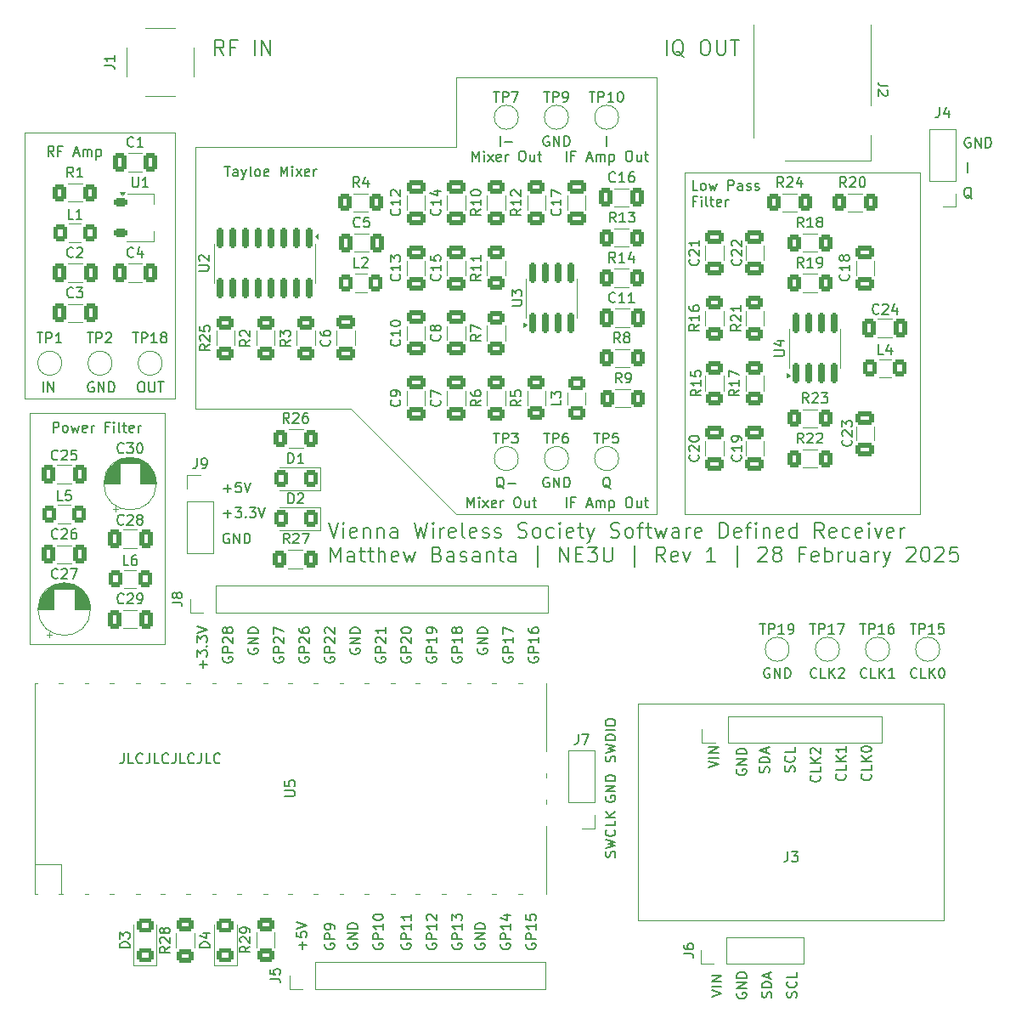
<source format=gto>
G04 #@! TF.GenerationSoftware,KiCad,Pcbnew,8.0.8*
G04 #@! TF.CreationDate,2025-02-28T08:34:03-05:00*
G04 #@! TF.ProjectId,VWS_SDR,5657535f-5344-4522-9e6b-696361645f70,rev?*
G04 #@! TF.SameCoordinates,Original*
G04 #@! TF.FileFunction,Legend,Top*
G04 #@! TF.FilePolarity,Positive*
%FSLAX46Y46*%
G04 Gerber Fmt 4.6, Leading zero omitted, Abs format (unit mm)*
G04 Created by KiCad (PCBNEW 8.0.8) date 2025-02-28 08:34:03*
%MOMM*%
%LPD*%
G01*
G04 APERTURE LIST*
G04 Aperture macros list*
%AMRoundRect*
0 Rectangle with rounded corners*
0 $1 Rounding radius*
0 $2 $3 $4 $5 $6 $7 $8 $9 X,Y pos of 4 corners*
0 Add a 4 corners polygon primitive as box body*
4,1,4,$2,$3,$4,$5,$6,$7,$8,$9,$2,$3,0*
0 Add four circle primitives for the rounded corners*
1,1,$1+$1,$2,$3*
1,1,$1+$1,$4,$5*
1,1,$1+$1,$6,$7*
1,1,$1+$1,$8,$9*
0 Add four rect primitives between the rounded corners*
20,1,$1+$1,$2,$3,$4,$5,0*
20,1,$1+$1,$4,$5,$6,$7,0*
20,1,$1+$1,$6,$7,$8,$9,0*
20,1,$1+$1,$8,$9,$2,$3,0*%
%AMFreePoly0*
4,1,9,3.862500,-0.866500,0.737500,-0.866500,0.737500,-0.450000,-0.737500,-0.450000,-0.737500,0.450000,0.737500,0.450000,0.737500,0.866500,3.862500,0.866500,3.862500,-0.866500,3.862500,-0.866500,$1*%
G04 Aperture macros list end*
%ADD10C,0.150000*%
%ADD11C,0.100000*%
%ADD12C,0.200000*%
%ADD13C,0.120000*%
%ADD14O,1.700000X1.700000*%
%ADD15R,1.700000X3.500000*%
%ADD16R,1.700000X1.700000*%
%ADD17R,3.500000X1.700000*%
%ADD18RoundRect,0.250000X-0.650000X0.412500X-0.650000X-0.412500X0.650000X-0.412500X0.650000X0.412500X0*%
%ADD19RoundRect,0.250001X-0.462499X-0.624999X0.462499X-0.624999X0.462499X0.624999X-0.462499X0.624999X0*%
%ADD20RoundRect,0.250000X-0.412500X-0.650000X0.412500X-0.650000X0.412500X0.650000X-0.412500X0.650000X0*%
%ADD21RoundRect,0.250000X-0.625000X0.400000X-0.625000X-0.400000X0.625000X-0.400000X0.625000X0.400000X0*%
%ADD22C,2.050000*%
%ADD23C,2.250000*%
%ADD24RoundRect,0.250001X0.462499X0.624999X-0.462499X0.624999X-0.462499X-0.624999X0.462499X-0.624999X0*%
%ADD25RoundRect,0.250000X-0.400000X-0.625000X0.400000X-0.625000X0.400000X0.625000X-0.400000X0.625000X0*%
%ADD26C,2.000000*%
%ADD27RoundRect,0.250000X0.400000X0.625000X-0.400000X0.625000X-0.400000X-0.625000X0.400000X-0.625000X0*%
%ADD28RoundRect,0.250000X0.412500X0.650000X-0.412500X0.650000X-0.412500X-0.650000X0.412500X-0.650000X0*%
%ADD29RoundRect,0.250001X-0.624999X0.462499X-0.624999X-0.462499X0.624999X-0.462499X0.624999X0.462499X0*%
%ADD30RoundRect,0.250000X0.650000X-0.412500X0.650000X0.412500X-0.650000X0.412500X-0.650000X-0.412500X0*%
%ADD31C,5.700000*%
%ADD32RoundRect,0.250000X0.625000X-0.400000X0.625000X0.400000X-0.625000X0.400000X-0.625000X-0.400000X0*%
%ADD33RoundRect,0.250001X0.624999X-0.462499X0.624999X0.462499X-0.624999X0.462499X-0.624999X-0.462499X0*%
%ADD34RoundRect,0.150000X0.150000X-0.825000X0.150000X0.825000X-0.150000X0.825000X-0.150000X-0.825000X0*%
%ADD35RoundRect,0.225000X-0.425000X-0.225000X0.425000X-0.225000X0.425000X0.225000X-0.425000X0.225000X0*%
%ADD36FreePoly0,0.000000*%
%ADD37RoundRect,0.150000X-0.150000X0.825000X-0.150000X-0.825000X0.150000X-0.825000X0.150000X0.825000X0*%
%ADD38R,1.600000X1.600000*%
%ADD39C,1.600000*%
%ADD40O,1.500000X3.000000*%
%ADD41O,2.500000X3.500000*%
%ADD42O,3.500000X2.500000*%
%ADD43O,3.100000X2.100000*%
G04 APERTURE END LIST*
D10*
X95880951Y-112869819D02*
X95880951Y-113584104D01*
X95880951Y-113584104D02*
X95833332Y-113726961D01*
X95833332Y-113726961D02*
X95738094Y-113822200D01*
X95738094Y-113822200D02*
X95595237Y-113869819D01*
X95595237Y-113869819D02*
X95499999Y-113869819D01*
X96833332Y-113869819D02*
X96357142Y-113869819D01*
X96357142Y-113869819D02*
X96357142Y-112869819D01*
X97738094Y-113774580D02*
X97690475Y-113822200D01*
X97690475Y-113822200D02*
X97547618Y-113869819D01*
X97547618Y-113869819D02*
X97452380Y-113869819D01*
X97452380Y-113869819D02*
X97309523Y-113822200D01*
X97309523Y-113822200D02*
X97214285Y-113726961D01*
X97214285Y-113726961D02*
X97166666Y-113631723D01*
X97166666Y-113631723D02*
X97119047Y-113441247D01*
X97119047Y-113441247D02*
X97119047Y-113298390D01*
X97119047Y-113298390D02*
X97166666Y-113107914D01*
X97166666Y-113107914D02*
X97214285Y-113012676D01*
X97214285Y-113012676D02*
X97309523Y-112917438D01*
X97309523Y-112917438D02*
X97452380Y-112869819D01*
X97452380Y-112869819D02*
X97547618Y-112869819D01*
X97547618Y-112869819D02*
X97690475Y-112917438D01*
X97690475Y-112917438D02*
X97738094Y-112965057D01*
X98452380Y-112869819D02*
X98452380Y-113584104D01*
X98452380Y-113584104D02*
X98404761Y-113726961D01*
X98404761Y-113726961D02*
X98309523Y-113822200D01*
X98309523Y-113822200D02*
X98166666Y-113869819D01*
X98166666Y-113869819D02*
X98071428Y-113869819D01*
X99404761Y-113869819D02*
X98928571Y-113869819D01*
X98928571Y-113869819D02*
X98928571Y-112869819D01*
X100309523Y-113774580D02*
X100261904Y-113822200D01*
X100261904Y-113822200D02*
X100119047Y-113869819D01*
X100119047Y-113869819D02*
X100023809Y-113869819D01*
X100023809Y-113869819D02*
X99880952Y-113822200D01*
X99880952Y-113822200D02*
X99785714Y-113726961D01*
X99785714Y-113726961D02*
X99738095Y-113631723D01*
X99738095Y-113631723D02*
X99690476Y-113441247D01*
X99690476Y-113441247D02*
X99690476Y-113298390D01*
X99690476Y-113298390D02*
X99738095Y-113107914D01*
X99738095Y-113107914D02*
X99785714Y-113012676D01*
X99785714Y-113012676D02*
X99880952Y-112917438D01*
X99880952Y-112917438D02*
X100023809Y-112869819D01*
X100023809Y-112869819D02*
X100119047Y-112869819D01*
X100119047Y-112869819D02*
X100261904Y-112917438D01*
X100261904Y-112917438D02*
X100309523Y-112965057D01*
X101023809Y-112869819D02*
X101023809Y-113584104D01*
X101023809Y-113584104D02*
X100976190Y-113726961D01*
X100976190Y-113726961D02*
X100880952Y-113822200D01*
X100880952Y-113822200D02*
X100738095Y-113869819D01*
X100738095Y-113869819D02*
X100642857Y-113869819D01*
X101976190Y-113869819D02*
X101500000Y-113869819D01*
X101500000Y-113869819D02*
X101500000Y-112869819D01*
X102880952Y-113774580D02*
X102833333Y-113822200D01*
X102833333Y-113822200D02*
X102690476Y-113869819D01*
X102690476Y-113869819D02*
X102595238Y-113869819D01*
X102595238Y-113869819D02*
X102452381Y-113822200D01*
X102452381Y-113822200D02*
X102357143Y-113726961D01*
X102357143Y-113726961D02*
X102309524Y-113631723D01*
X102309524Y-113631723D02*
X102261905Y-113441247D01*
X102261905Y-113441247D02*
X102261905Y-113298390D01*
X102261905Y-113298390D02*
X102309524Y-113107914D01*
X102309524Y-113107914D02*
X102357143Y-113012676D01*
X102357143Y-113012676D02*
X102452381Y-112917438D01*
X102452381Y-112917438D02*
X102595238Y-112869819D01*
X102595238Y-112869819D02*
X102690476Y-112869819D01*
X102690476Y-112869819D02*
X102833333Y-112917438D01*
X102833333Y-112917438D02*
X102880952Y-112965057D01*
X103595238Y-112869819D02*
X103595238Y-113584104D01*
X103595238Y-113584104D02*
X103547619Y-113726961D01*
X103547619Y-113726961D02*
X103452381Y-113822200D01*
X103452381Y-113822200D02*
X103309524Y-113869819D01*
X103309524Y-113869819D02*
X103214286Y-113869819D01*
X104547619Y-113869819D02*
X104071429Y-113869819D01*
X104071429Y-113869819D02*
X104071429Y-112869819D01*
X105452381Y-113774580D02*
X105404762Y-113822200D01*
X105404762Y-113822200D02*
X105261905Y-113869819D01*
X105261905Y-113869819D02*
X105166667Y-113869819D01*
X105166667Y-113869819D02*
X105023810Y-113822200D01*
X105023810Y-113822200D02*
X104928572Y-113726961D01*
X104928572Y-113726961D02*
X104880953Y-113631723D01*
X104880953Y-113631723D02*
X104833334Y-113441247D01*
X104833334Y-113441247D02*
X104833334Y-113298390D01*
X104833334Y-113298390D02*
X104880953Y-113107914D01*
X104880953Y-113107914D02*
X104928572Y-113012676D01*
X104928572Y-113012676D02*
X105023810Y-112917438D01*
X105023810Y-112917438D02*
X105166667Y-112869819D01*
X105166667Y-112869819D02*
X105261905Y-112869819D01*
X105261905Y-112869819D02*
X105404762Y-112917438D01*
X105404762Y-112917438D02*
X105452381Y-112965057D01*
D11*
X129000000Y-45500000D02*
X149000000Y-45500000D01*
X103000000Y-78500000D02*
X103000000Y-52500000D01*
X175250000Y-55000000D02*
X175250000Y-89000000D01*
X86500000Y-102000000D02*
X100000000Y-102000000D01*
X129000000Y-89000000D02*
X149000000Y-89000000D01*
X86000000Y-77500000D02*
X86000000Y-51000000D01*
X151750000Y-55000000D02*
X175250000Y-55000000D01*
X86500000Y-79000000D02*
X86500000Y-102000000D01*
X129000000Y-52500000D02*
X129000000Y-45500000D01*
X100000000Y-79000000D02*
X86500000Y-79000000D01*
X103000000Y-52500000D02*
X129000000Y-52500000D01*
X101000000Y-77500000D02*
X86000000Y-77500000D01*
X175250000Y-89000000D02*
X151750000Y-89000000D01*
X149000000Y-45500000D02*
X149000000Y-89000000D01*
X129000000Y-89000000D02*
X118500000Y-78500000D01*
X118500000Y-78500000D02*
X103000000Y-78500000D01*
X100000000Y-102000000D02*
X100000000Y-79000000D01*
X151750000Y-89000000D02*
X151750000Y-55000000D01*
X86000000Y-51000000D02*
X101000000Y-51000000D01*
X101000000Y-51000000D02*
X101000000Y-77500000D01*
D10*
X180238095Y-51557438D02*
X180142857Y-51509819D01*
X180142857Y-51509819D02*
X180000000Y-51509819D01*
X180000000Y-51509819D02*
X179857143Y-51557438D01*
X179857143Y-51557438D02*
X179761905Y-51652676D01*
X179761905Y-51652676D02*
X179714286Y-51747914D01*
X179714286Y-51747914D02*
X179666667Y-51938390D01*
X179666667Y-51938390D02*
X179666667Y-52081247D01*
X179666667Y-52081247D02*
X179714286Y-52271723D01*
X179714286Y-52271723D02*
X179761905Y-52366961D01*
X179761905Y-52366961D02*
X179857143Y-52462200D01*
X179857143Y-52462200D02*
X180000000Y-52509819D01*
X180000000Y-52509819D02*
X180095238Y-52509819D01*
X180095238Y-52509819D02*
X180238095Y-52462200D01*
X180238095Y-52462200D02*
X180285714Y-52414580D01*
X180285714Y-52414580D02*
X180285714Y-52081247D01*
X180285714Y-52081247D02*
X180095238Y-52081247D01*
X180714286Y-52509819D02*
X180714286Y-51509819D01*
X180714286Y-51509819D02*
X181285714Y-52509819D01*
X181285714Y-52509819D02*
X181285714Y-51509819D01*
X181761905Y-52509819D02*
X181761905Y-51509819D01*
X181761905Y-51509819D02*
X182000000Y-51509819D01*
X182000000Y-51509819D02*
X182142857Y-51557438D01*
X182142857Y-51557438D02*
X182238095Y-51652676D01*
X182238095Y-51652676D02*
X182285714Y-51747914D01*
X182285714Y-51747914D02*
X182333333Y-51938390D01*
X182333333Y-51938390D02*
X182333333Y-52081247D01*
X182333333Y-52081247D02*
X182285714Y-52271723D01*
X182285714Y-52271723D02*
X182238095Y-52366961D01*
X182238095Y-52366961D02*
X182142857Y-52462200D01*
X182142857Y-52462200D02*
X182000000Y-52509819D01*
X182000000Y-52509819D02*
X181761905Y-52509819D01*
X180380952Y-57605057D02*
X180285714Y-57557438D01*
X180285714Y-57557438D02*
X180190476Y-57462200D01*
X180190476Y-57462200D02*
X180047619Y-57319342D01*
X180047619Y-57319342D02*
X179952381Y-57271723D01*
X179952381Y-57271723D02*
X179857143Y-57271723D01*
X179904762Y-57509819D02*
X179809524Y-57462200D01*
X179809524Y-57462200D02*
X179714286Y-57366961D01*
X179714286Y-57366961D02*
X179666667Y-57176485D01*
X179666667Y-57176485D02*
X179666667Y-56843152D01*
X179666667Y-56843152D02*
X179714286Y-56652676D01*
X179714286Y-56652676D02*
X179809524Y-56557438D01*
X179809524Y-56557438D02*
X179904762Y-56509819D01*
X179904762Y-56509819D02*
X180095238Y-56509819D01*
X180095238Y-56509819D02*
X180190476Y-56557438D01*
X180190476Y-56557438D02*
X180285714Y-56652676D01*
X180285714Y-56652676D02*
X180333333Y-56843152D01*
X180333333Y-56843152D02*
X180333333Y-57176485D01*
X180333333Y-57176485D02*
X180285714Y-57366961D01*
X180285714Y-57366961D02*
X180190476Y-57462200D01*
X180190476Y-57462200D02*
X180095238Y-57509819D01*
X180095238Y-57509819D02*
X179904762Y-57509819D01*
X88836779Y-80869819D02*
X88836779Y-79869819D01*
X88836779Y-79869819D02*
X89217731Y-79869819D01*
X89217731Y-79869819D02*
X89312969Y-79917438D01*
X89312969Y-79917438D02*
X89360588Y-79965057D01*
X89360588Y-79965057D02*
X89408207Y-80060295D01*
X89408207Y-80060295D02*
X89408207Y-80203152D01*
X89408207Y-80203152D02*
X89360588Y-80298390D01*
X89360588Y-80298390D02*
X89312969Y-80346009D01*
X89312969Y-80346009D02*
X89217731Y-80393628D01*
X89217731Y-80393628D02*
X88836779Y-80393628D01*
X89979636Y-80869819D02*
X89884398Y-80822200D01*
X89884398Y-80822200D02*
X89836779Y-80774580D01*
X89836779Y-80774580D02*
X89789160Y-80679342D01*
X89789160Y-80679342D02*
X89789160Y-80393628D01*
X89789160Y-80393628D02*
X89836779Y-80298390D01*
X89836779Y-80298390D02*
X89884398Y-80250771D01*
X89884398Y-80250771D02*
X89979636Y-80203152D01*
X89979636Y-80203152D02*
X90122493Y-80203152D01*
X90122493Y-80203152D02*
X90217731Y-80250771D01*
X90217731Y-80250771D02*
X90265350Y-80298390D01*
X90265350Y-80298390D02*
X90312969Y-80393628D01*
X90312969Y-80393628D02*
X90312969Y-80679342D01*
X90312969Y-80679342D02*
X90265350Y-80774580D01*
X90265350Y-80774580D02*
X90217731Y-80822200D01*
X90217731Y-80822200D02*
X90122493Y-80869819D01*
X90122493Y-80869819D02*
X89979636Y-80869819D01*
X90646303Y-80203152D02*
X90836779Y-80869819D01*
X90836779Y-80869819D02*
X91027255Y-80393628D01*
X91027255Y-80393628D02*
X91217731Y-80869819D01*
X91217731Y-80869819D02*
X91408207Y-80203152D01*
X92170112Y-80822200D02*
X92074874Y-80869819D01*
X92074874Y-80869819D02*
X91884398Y-80869819D01*
X91884398Y-80869819D02*
X91789160Y-80822200D01*
X91789160Y-80822200D02*
X91741541Y-80726961D01*
X91741541Y-80726961D02*
X91741541Y-80346009D01*
X91741541Y-80346009D02*
X91789160Y-80250771D01*
X91789160Y-80250771D02*
X91884398Y-80203152D01*
X91884398Y-80203152D02*
X92074874Y-80203152D01*
X92074874Y-80203152D02*
X92170112Y-80250771D01*
X92170112Y-80250771D02*
X92217731Y-80346009D01*
X92217731Y-80346009D02*
X92217731Y-80441247D01*
X92217731Y-80441247D02*
X91741541Y-80536485D01*
X92646303Y-80869819D02*
X92646303Y-80203152D01*
X92646303Y-80393628D02*
X92693922Y-80298390D01*
X92693922Y-80298390D02*
X92741541Y-80250771D01*
X92741541Y-80250771D02*
X92836779Y-80203152D01*
X92836779Y-80203152D02*
X92932017Y-80203152D01*
X94360589Y-80346009D02*
X94027256Y-80346009D01*
X94027256Y-80869819D02*
X94027256Y-79869819D01*
X94027256Y-79869819D02*
X94503446Y-79869819D01*
X94884399Y-80869819D02*
X94884399Y-80203152D01*
X94884399Y-79869819D02*
X94836780Y-79917438D01*
X94836780Y-79917438D02*
X94884399Y-79965057D01*
X94884399Y-79965057D02*
X94932018Y-79917438D01*
X94932018Y-79917438D02*
X94884399Y-79869819D01*
X94884399Y-79869819D02*
X94884399Y-79965057D01*
X95503446Y-80869819D02*
X95408208Y-80822200D01*
X95408208Y-80822200D02*
X95360589Y-80726961D01*
X95360589Y-80726961D02*
X95360589Y-79869819D01*
X95741542Y-80203152D02*
X96122494Y-80203152D01*
X95884399Y-79869819D02*
X95884399Y-80726961D01*
X95884399Y-80726961D02*
X95932018Y-80822200D01*
X95932018Y-80822200D02*
X96027256Y-80869819D01*
X96027256Y-80869819D02*
X96122494Y-80869819D01*
X96836780Y-80822200D02*
X96741542Y-80869819D01*
X96741542Y-80869819D02*
X96551066Y-80869819D01*
X96551066Y-80869819D02*
X96455828Y-80822200D01*
X96455828Y-80822200D02*
X96408209Y-80726961D01*
X96408209Y-80726961D02*
X96408209Y-80346009D01*
X96408209Y-80346009D02*
X96455828Y-80250771D01*
X96455828Y-80250771D02*
X96551066Y-80203152D01*
X96551066Y-80203152D02*
X96741542Y-80203152D01*
X96741542Y-80203152D02*
X96836780Y-80250771D01*
X96836780Y-80250771D02*
X96884399Y-80346009D01*
X96884399Y-80346009D02*
X96884399Y-80441247D01*
X96884399Y-80441247D02*
X96408209Y-80536485D01*
X97312971Y-80869819D02*
X97312971Y-80203152D01*
X97312971Y-80393628D02*
X97360590Y-80298390D01*
X97360590Y-80298390D02*
X97408209Y-80250771D01*
X97408209Y-80250771D02*
X97503447Y-80203152D01*
X97503447Y-80203152D02*
X97598685Y-80203152D01*
X153062969Y-56759875D02*
X152586779Y-56759875D01*
X152586779Y-56759875D02*
X152586779Y-55759875D01*
X153539160Y-56759875D02*
X153443922Y-56712256D01*
X153443922Y-56712256D02*
X153396303Y-56664636D01*
X153396303Y-56664636D02*
X153348684Y-56569398D01*
X153348684Y-56569398D02*
X153348684Y-56283684D01*
X153348684Y-56283684D02*
X153396303Y-56188446D01*
X153396303Y-56188446D02*
X153443922Y-56140827D01*
X153443922Y-56140827D02*
X153539160Y-56093208D01*
X153539160Y-56093208D02*
X153682017Y-56093208D01*
X153682017Y-56093208D02*
X153777255Y-56140827D01*
X153777255Y-56140827D02*
X153824874Y-56188446D01*
X153824874Y-56188446D02*
X153872493Y-56283684D01*
X153872493Y-56283684D02*
X153872493Y-56569398D01*
X153872493Y-56569398D02*
X153824874Y-56664636D01*
X153824874Y-56664636D02*
X153777255Y-56712256D01*
X153777255Y-56712256D02*
X153682017Y-56759875D01*
X153682017Y-56759875D02*
X153539160Y-56759875D01*
X154205827Y-56093208D02*
X154396303Y-56759875D01*
X154396303Y-56759875D02*
X154586779Y-56283684D01*
X154586779Y-56283684D02*
X154777255Y-56759875D01*
X154777255Y-56759875D02*
X154967731Y-56093208D01*
X156110589Y-56759875D02*
X156110589Y-55759875D01*
X156110589Y-55759875D02*
X156491541Y-55759875D01*
X156491541Y-55759875D02*
X156586779Y-55807494D01*
X156586779Y-55807494D02*
X156634398Y-55855113D01*
X156634398Y-55855113D02*
X156682017Y-55950351D01*
X156682017Y-55950351D02*
X156682017Y-56093208D01*
X156682017Y-56093208D02*
X156634398Y-56188446D01*
X156634398Y-56188446D02*
X156586779Y-56236065D01*
X156586779Y-56236065D02*
X156491541Y-56283684D01*
X156491541Y-56283684D02*
X156110589Y-56283684D01*
X157539160Y-56759875D02*
X157539160Y-56236065D01*
X157539160Y-56236065D02*
X157491541Y-56140827D01*
X157491541Y-56140827D02*
X157396303Y-56093208D01*
X157396303Y-56093208D02*
X157205827Y-56093208D01*
X157205827Y-56093208D02*
X157110589Y-56140827D01*
X157539160Y-56712256D02*
X157443922Y-56759875D01*
X157443922Y-56759875D02*
X157205827Y-56759875D01*
X157205827Y-56759875D02*
X157110589Y-56712256D01*
X157110589Y-56712256D02*
X157062970Y-56617017D01*
X157062970Y-56617017D02*
X157062970Y-56521779D01*
X157062970Y-56521779D02*
X157110589Y-56426541D01*
X157110589Y-56426541D02*
X157205827Y-56378922D01*
X157205827Y-56378922D02*
X157443922Y-56378922D01*
X157443922Y-56378922D02*
X157539160Y-56331303D01*
X157967732Y-56712256D02*
X158062970Y-56759875D01*
X158062970Y-56759875D02*
X158253446Y-56759875D01*
X158253446Y-56759875D02*
X158348684Y-56712256D01*
X158348684Y-56712256D02*
X158396303Y-56617017D01*
X158396303Y-56617017D02*
X158396303Y-56569398D01*
X158396303Y-56569398D02*
X158348684Y-56474160D01*
X158348684Y-56474160D02*
X158253446Y-56426541D01*
X158253446Y-56426541D02*
X158110589Y-56426541D01*
X158110589Y-56426541D02*
X158015351Y-56378922D01*
X158015351Y-56378922D02*
X157967732Y-56283684D01*
X157967732Y-56283684D02*
X157967732Y-56236065D01*
X157967732Y-56236065D02*
X158015351Y-56140827D01*
X158015351Y-56140827D02*
X158110589Y-56093208D01*
X158110589Y-56093208D02*
X158253446Y-56093208D01*
X158253446Y-56093208D02*
X158348684Y-56140827D01*
X158777256Y-56712256D02*
X158872494Y-56759875D01*
X158872494Y-56759875D02*
X159062970Y-56759875D01*
X159062970Y-56759875D02*
X159158208Y-56712256D01*
X159158208Y-56712256D02*
X159205827Y-56617017D01*
X159205827Y-56617017D02*
X159205827Y-56569398D01*
X159205827Y-56569398D02*
X159158208Y-56474160D01*
X159158208Y-56474160D02*
X159062970Y-56426541D01*
X159062970Y-56426541D02*
X158920113Y-56426541D01*
X158920113Y-56426541D02*
X158824875Y-56378922D01*
X158824875Y-56378922D02*
X158777256Y-56283684D01*
X158777256Y-56283684D02*
X158777256Y-56236065D01*
X158777256Y-56236065D02*
X158824875Y-56140827D01*
X158824875Y-56140827D02*
X158920113Y-56093208D01*
X158920113Y-56093208D02*
X159062970Y-56093208D01*
X159062970Y-56093208D02*
X159158208Y-56140827D01*
X152920112Y-57846009D02*
X152586779Y-57846009D01*
X152586779Y-58369819D02*
X152586779Y-57369819D01*
X152586779Y-57369819D02*
X153062969Y-57369819D01*
X153443922Y-58369819D02*
X153443922Y-57703152D01*
X153443922Y-57369819D02*
X153396303Y-57417438D01*
X153396303Y-57417438D02*
X153443922Y-57465057D01*
X153443922Y-57465057D02*
X153491541Y-57417438D01*
X153491541Y-57417438D02*
X153443922Y-57369819D01*
X153443922Y-57369819D02*
X153443922Y-57465057D01*
X154062969Y-58369819D02*
X153967731Y-58322200D01*
X153967731Y-58322200D02*
X153920112Y-58226961D01*
X153920112Y-58226961D02*
X153920112Y-57369819D01*
X154301065Y-57703152D02*
X154682017Y-57703152D01*
X154443922Y-57369819D02*
X154443922Y-58226961D01*
X154443922Y-58226961D02*
X154491541Y-58322200D01*
X154491541Y-58322200D02*
X154586779Y-58369819D01*
X154586779Y-58369819D02*
X154682017Y-58369819D01*
X155396303Y-58322200D02*
X155301065Y-58369819D01*
X155301065Y-58369819D02*
X155110589Y-58369819D01*
X155110589Y-58369819D02*
X155015351Y-58322200D01*
X155015351Y-58322200D02*
X154967732Y-58226961D01*
X154967732Y-58226961D02*
X154967732Y-57846009D01*
X154967732Y-57846009D02*
X155015351Y-57750771D01*
X155015351Y-57750771D02*
X155110589Y-57703152D01*
X155110589Y-57703152D02*
X155301065Y-57703152D01*
X155301065Y-57703152D02*
X155396303Y-57750771D01*
X155396303Y-57750771D02*
X155443922Y-57846009D01*
X155443922Y-57846009D02*
X155443922Y-57941247D01*
X155443922Y-57941247D02*
X154967732Y-58036485D01*
X155872494Y-58369819D02*
X155872494Y-57703152D01*
X155872494Y-57893628D02*
X155920113Y-57798390D01*
X155920113Y-57798390D02*
X155967732Y-57750771D01*
X155967732Y-57750771D02*
X156062970Y-57703152D01*
X156062970Y-57703152D02*
X156158208Y-57703152D01*
X130642857Y-53869819D02*
X130642857Y-52869819D01*
X130642857Y-52869819D02*
X130976190Y-53584104D01*
X130976190Y-53584104D02*
X131309523Y-52869819D01*
X131309523Y-52869819D02*
X131309523Y-53869819D01*
X131785714Y-53869819D02*
X131785714Y-53203152D01*
X131785714Y-52869819D02*
X131738095Y-52917438D01*
X131738095Y-52917438D02*
X131785714Y-52965057D01*
X131785714Y-52965057D02*
X131833333Y-52917438D01*
X131833333Y-52917438D02*
X131785714Y-52869819D01*
X131785714Y-52869819D02*
X131785714Y-52965057D01*
X132166666Y-53869819D02*
X132690475Y-53203152D01*
X132166666Y-53203152D02*
X132690475Y-53869819D01*
X133452380Y-53822200D02*
X133357142Y-53869819D01*
X133357142Y-53869819D02*
X133166666Y-53869819D01*
X133166666Y-53869819D02*
X133071428Y-53822200D01*
X133071428Y-53822200D02*
X133023809Y-53726961D01*
X133023809Y-53726961D02*
X133023809Y-53346009D01*
X133023809Y-53346009D02*
X133071428Y-53250771D01*
X133071428Y-53250771D02*
X133166666Y-53203152D01*
X133166666Y-53203152D02*
X133357142Y-53203152D01*
X133357142Y-53203152D02*
X133452380Y-53250771D01*
X133452380Y-53250771D02*
X133499999Y-53346009D01*
X133499999Y-53346009D02*
X133499999Y-53441247D01*
X133499999Y-53441247D02*
X133023809Y-53536485D01*
X133928571Y-53869819D02*
X133928571Y-53203152D01*
X133928571Y-53393628D02*
X133976190Y-53298390D01*
X133976190Y-53298390D02*
X134023809Y-53250771D01*
X134023809Y-53250771D02*
X134119047Y-53203152D01*
X134119047Y-53203152D02*
X134214285Y-53203152D01*
X135500000Y-52869819D02*
X135690476Y-52869819D01*
X135690476Y-52869819D02*
X135785714Y-52917438D01*
X135785714Y-52917438D02*
X135880952Y-53012676D01*
X135880952Y-53012676D02*
X135928571Y-53203152D01*
X135928571Y-53203152D02*
X135928571Y-53536485D01*
X135928571Y-53536485D02*
X135880952Y-53726961D01*
X135880952Y-53726961D02*
X135785714Y-53822200D01*
X135785714Y-53822200D02*
X135690476Y-53869819D01*
X135690476Y-53869819D02*
X135500000Y-53869819D01*
X135500000Y-53869819D02*
X135404762Y-53822200D01*
X135404762Y-53822200D02*
X135309524Y-53726961D01*
X135309524Y-53726961D02*
X135261905Y-53536485D01*
X135261905Y-53536485D02*
X135261905Y-53203152D01*
X135261905Y-53203152D02*
X135309524Y-53012676D01*
X135309524Y-53012676D02*
X135404762Y-52917438D01*
X135404762Y-52917438D02*
X135500000Y-52869819D01*
X136785714Y-53203152D02*
X136785714Y-53869819D01*
X136357143Y-53203152D02*
X136357143Y-53726961D01*
X136357143Y-53726961D02*
X136404762Y-53822200D01*
X136404762Y-53822200D02*
X136500000Y-53869819D01*
X136500000Y-53869819D02*
X136642857Y-53869819D01*
X136642857Y-53869819D02*
X136738095Y-53822200D01*
X136738095Y-53822200D02*
X136785714Y-53774580D01*
X137119048Y-53203152D02*
X137500000Y-53203152D01*
X137261905Y-52869819D02*
X137261905Y-53726961D01*
X137261905Y-53726961D02*
X137309524Y-53822200D01*
X137309524Y-53822200D02*
X137404762Y-53869819D01*
X137404762Y-53869819D02*
X137500000Y-53869819D01*
X133761904Y-86465057D02*
X133666666Y-86417438D01*
X133666666Y-86417438D02*
X133571428Y-86322200D01*
X133571428Y-86322200D02*
X133428571Y-86179342D01*
X133428571Y-86179342D02*
X133333333Y-86131723D01*
X133333333Y-86131723D02*
X133238095Y-86131723D01*
X133285714Y-86369819D02*
X133190476Y-86322200D01*
X133190476Y-86322200D02*
X133095238Y-86226961D01*
X133095238Y-86226961D02*
X133047619Y-86036485D01*
X133047619Y-86036485D02*
X133047619Y-85703152D01*
X133047619Y-85703152D02*
X133095238Y-85512676D01*
X133095238Y-85512676D02*
X133190476Y-85417438D01*
X133190476Y-85417438D02*
X133285714Y-85369819D01*
X133285714Y-85369819D02*
X133476190Y-85369819D01*
X133476190Y-85369819D02*
X133571428Y-85417438D01*
X133571428Y-85417438D02*
X133666666Y-85512676D01*
X133666666Y-85512676D02*
X133714285Y-85703152D01*
X133714285Y-85703152D02*
X133714285Y-86036485D01*
X133714285Y-86036485D02*
X133666666Y-86226961D01*
X133666666Y-86226961D02*
X133571428Y-86322200D01*
X133571428Y-86322200D02*
X133476190Y-86369819D01*
X133476190Y-86369819D02*
X133285714Y-86369819D01*
X134142857Y-85988866D02*
X134904762Y-85988866D01*
X160238095Y-104417438D02*
X160142857Y-104369819D01*
X160142857Y-104369819D02*
X160000000Y-104369819D01*
X160000000Y-104369819D02*
X159857143Y-104417438D01*
X159857143Y-104417438D02*
X159761905Y-104512676D01*
X159761905Y-104512676D02*
X159714286Y-104607914D01*
X159714286Y-104607914D02*
X159666667Y-104798390D01*
X159666667Y-104798390D02*
X159666667Y-104941247D01*
X159666667Y-104941247D02*
X159714286Y-105131723D01*
X159714286Y-105131723D02*
X159761905Y-105226961D01*
X159761905Y-105226961D02*
X159857143Y-105322200D01*
X159857143Y-105322200D02*
X160000000Y-105369819D01*
X160000000Y-105369819D02*
X160095238Y-105369819D01*
X160095238Y-105369819D02*
X160238095Y-105322200D01*
X160238095Y-105322200D02*
X160285714Y-105274580D01*
X160285714Y-105274580D02*
X160285714Y-104941247D01*
X160285714Y-104941247D02*
X160095238Y-104941247D01*
X160714286Y-105369819D02*
X160714286Y-104369819D01*
X160714286Y-104369819D02*
X161285714Y-105369819D01*
X161285714Y-105369819D02*
X161285714Y-104369819D01*
X161761905Y-105369819D02*
X161761905Y-104369819D01*
X161761905Y-104369819D02*
X162000000Y-104369819D01*
X162000000Y-104369819D02*
X162142857Y-104417438D01*
X162142857Y-104417438D02*
X162238095Y-104512676D01*
X162238095Y-104512676D02*
X162285714Y-104607914D01*
X162285714Y-104607914D02*
X162333333Y-104798390D01*
X162333333Y-104798390D02*
X162333333Y-104941247D01*
X162333333Y-104941247D02*
X162285714Y-105131723D01*
X162285714Y-105131723D02*
X162238095Y-105226961D01*
X162238095Y-105226961D02*
X162142857Y-105322200D01*
X162142857Y-105322200D02*
X162000000Y-105369819D01*
X162000000Y-105369819D02*
X161761905Y-105369819D01*
X88908207Y-53369819D02*
X88574874Y-52893628D01*
X88336779Y-53369819D02*
X88336779Y-52369819D01*
X88336779Y-52369819D02*
X88717731Y-52369819D01*
X88717731Y-52369819D02*
X88812969Y-52417438D01*
X88812969Y-52417438D02*
X88860588Y-52465057D01*
X88860588Y-52465057D02*
X88908207Y-52560295D01*
X88908207Y-52560295D02*
X88908207Y-52703152D01*
X88908207Y-52703152D02*
X88860588Y-52798390D01*
X88860588Y-52798390D02*
X88812969Y-52846009D01*
X88812969Y-52846009D02*
X88717731Y-52893628D01*
X88717731Y-52893628D02*
X88336779Y-52893628D01*
X89670112Y-52846009D02*
X89336779Y-52846009D01*
X89336779Y-53369819D02*
X89336779Y-52369819D01*
X89336779Y-52369819D02*
X89812969Y-52369819D01*
X90908208Y-53084104D02*
X91384398Y-53084104D01*
X90812970Y-53369819D02*
X91146303Y-52369819D01*
X91146303Y-52369819D02*
X91479636Y-53369819D01*
X91812970Y-53369819D02*
X91812970Y-52703152D01*
X91812970Y-52798390D02*
X91860589Y-52750771D01*
X91860589Y-52750771D02*
X91955827Y-52703152D01*
X91955827Y-52703152D02*
X92098684Y-52703152D01*
X92098684Y-52703152D02*
X92193922Y-52750771D01*
X92193922Y-52750771D02*
X92241541Y-52846009D01*
X92241541Y-52846009D02*
X92241541Y-53369819D01*
X92241541Y-52846009D02*
X92289160Y-52750771D01*
X92289160Y-52750771D02*
X92384398Y-52703152D01*
X92384398Y-52703152D02*
X92527255Y-52703152D01*
X92527255Y-52703152D02*
X92622494Y-52750771D01*
X92622494Y-52750771D02*
X92670113Y-52846009D01*
X92670113Y-52846009D02*
X92670113Y-53369819D01*
X93146303Y-52703152D02*
X93146303Y-53703152D01*
X93146303Y-52750771D02*
X93241541Y-52703152D01*
X93241541Y-52703152D02*
X93432017Y-52703152D01*
X93432017Y-52703152D02*
X93527255Y-52750771D01*
X93527255Y-52750771D02*
X93574874Y-52798390D01*
X93574874Y-52798390D02*
X93622493Y-52893628D01*
X93622493Y-52893628D02*
X93622493Y-53179342D01*
X93622493Y-53179342D02*
X93574874Y-53274580D01*
X93574874Y-53274580D02*
X93527255Y-53322200D01*
X93527255Y-53322200D02*
X93432017Y-53369819D01*
X93432017Y-53369819D02*
X93241541Y-53369819D01*
X93241541Y-53369819D02*
X93146303Y-53322200D01*
X133380953Y-52369819D02*
X133380953Y-51369819D01*
X133857143Y-51988866D02*
X134619048Y-51988866D01*
D12*
X116274435Y-89891112D02*
X116774435Y-91391112D01*
X116774435Y-91391112D02*
X117274435Y-89891112D01*
X117774434Y-91391112D02*
X117774434Y-90391112D01*
X117774434Y-89891112D02*
X117703006Y-89962541D01*
X117703006Y-89962541D02*
X117774434Y-90033969D01*
X117774434Y-90033969D02*
X117845863Y-89962541D01*
X117845863Y-89962541D02*
X117774434Y-89891112D01*
X117774434Y-89891112D02*
X117774434Y-90033969D01*
X119060149Y-91319684D02*
X118917292Y-91391112D01*
X118917292Y-91391112D02*
X118631578Y-91391112D01*
X118631578Y-91391112D02*
X118488720Y-91319684D01*
X118488720Y-91319684D02*
X118417292Y-91176826D01*
X118417292Y-91176826D02*
X118417292Y-90605398D01*
X118417292Y-90605398D02*
X118488720Y-90462541D01*
X118488720Y-90462541D02*
X118631578Y-90391112D01*
X118631578Y-90391112D02*
X118917292Y-90391112D01*
X118917292Y-90391112D02*
X119060149Y-90462541D01*
X119060149Y-90462541D02*
X119131578Y-90605398D01*
X119131578Y-90605398D02*
X119131578Y-90748255D01*
X119131578Y-90748255D02*
X118417292Y-90891112D01*
X119774434Y-90391112D02*
X119774434Y-91391112D01*
X119774434Y-90533969D02*
X119845863Y-90462541D01*
X119845863Y-90462541D02*
X119988720Y-90391112D01*
X119988720Y-90391112D02*
X120203006Y-90391112D01*
X120203006Y-90391112D02*
X120345863Y-90462541D01*
X120345863Y-90462541D02*
X120417292Y-90605398D01*
X120417292Y-90605398D02*
X120417292Y-91391112D01*
X121131577Y-90391112D02*
X121131577Y-91391112D01*
X121131577Y-90533969D02*
X121203006Y-90462541D01*
X121203006Y-90462541D02*
X121345863Y-90391112D01*
X121345863Y-90391112D02*
X121560149Y-90391112D01*
X121560149Y-90391112D02*
X121703006Y-90462541D01*
X121703006Y-90462541D02*
X121774435Y-90605398D01*
X121774435Y-90605398D02*
X121774435Y-91391112D01*
X123131578Y-91391112D02*
X123131578Y-90605398D01*
X123131578Y-90605398D02*
X123060149Y-90462541D01*
X123060149Y-90462541D02*
X122917292Y-90391112D01*
X122917292Y-90391112D02*
X122631578Y-90391112D01*
X122631578Y-90391112D02*
X122488720Y-90462541D01*
X123131578Y-91319684D02*
X122988720Y-91391112D01*
X122988720Y-91391112D02*
X122631578Y-91391112D01*
X122631578Y-91391112D02*
X122488720Y-91319684D01*
X122488720Y-91319684D02*
X122417292Y-91176826D01*
X122417292Y-91176826D02*
X122417292Y-91033969D01*
X122417292Y-91033969D02*
X122488720Y-90891112D01*
X122488720Y-90891112D02*
X122631578Y-90819684D01*
X122631578Y-90819684D02*
X122988720Y-90819684D01*
X122988720Y-90819684D02*
X123131578Y-90748255D01*
X124845863Y-89891112D02*
X125203006Y-91391112D01*
X125203006Y-91391112D02*
X125488720Y-90319684D01*
X125488720Y-90319684D02*
X125774435Y-91391112D01*
X125774435Y-91391112D02*
X126131578Y-89891112D01*
X126703006Y-91391112D02*
X126703006Y-90391112D01*
X126703006Y-89891112D02*
X126631578Y-89962541D01*
X126631578Y-89962541D02*
X126703006Y-90033969D01*
X126703006Y-90033969D02*
X126774435Y-89962541D01*
X126774435Y-89962541D02*
X126703006Y-89891112D01*
X126703006Y-89891112D02*
X126703006Y-90033969D01*
X127417292Y-91391112D02*
X127417292Y-90391112D01*
X127417292Y-90676826D02*
X127488721Y-90533969D01*
X127488721Y-90533969D02*
X127560150Y-90462541D01*
X127560150Y-90462541D02*
X127703007Y-90391112D01*
X127703007Y-90391112D02*
X127845864Y-90391112D01*
X128917292Y-91319684D02*
X128774435Y-91391112D01*
X128774435Y-91391112D02*
X128488721Y-91391112D01*
X128488721Y-91391112D02*
X128345863Y-91319684D01*
X128345863Y-91319684D02*
X128274435Y-91176826D01*
X128274435Y-91176826D02*
X128274435Y-90605398D01*
X128274435Y-90605398D02*
X128345863Y-90462541D01*
X128345863Y-90462541D02*
X128488721Y-90391112D01*
X128488721Y-90391112D02*
X128774435Y-90391112D01*
X128774435Y-90391112D02*
X128917292Y-90462541D01*
X128917292Y-90462541D02*
X128988721Y-90605398D01*
X128988721Y-90605398D02*
X128988721Y-90748255D01*
X128988721Y-90748255D02*
X128274435Y-90891112D01*
X129845863Y-91391112D02*
X129703006Y-91319684D01*
X129703006Y-91319684D02*
X129631577Y-91176826D01*
X129631577Y-91176826D02*
X129631577Y-89891112D01*
X130988720Y-91319684D02*
X130845863Y-91391112D01*
X130845863Y-91391112D02*
X130560149Y-91391112D01*
X130560149Y-91391112D02*
X130417291Y-91319684D01*
X130417291Y-91319684D02*
X130345863Y-91176826D01*
X130345863Y-91176826D02*
X130345863Y-90605398D01*
X130345863Y-90605398D02*
X130417291Y-90462541D01*
X130417291Y-90462541D02*
X130560149Y-90391112D01*
X130560149Y-90391112D02*
X130845863Y-90391112D01*
X130845863Y-90391112D02*
X130988720Y-90462541D01*
X130988720Y-90462541D02*
X131060149Y-90605398D01*
X131060149Y-90605398D02*
X131060149Y-90748255D01*
X131060149Y-90748255D02*
X130345863Y-90891112D01*
X131631577Y-91319684D02*
X131774434Y-91391112D01*
X131774434Y-91391112D02*
X132060148Y-91391112D01*
X132060148Y-91391112D02*
X132203005Y-91319684D01*
X132203005Y-91319684D02*
X132274434Y-91176826D01*
X132274434Y-91176826D02*
X132274434Y-91105398D01*
X132274434Y-91105398D02*
X132203005Y-90962541D01*
X132203005Y-90962541D02*
X132060148Y-90891112D01*
X132060148Y-90891112D02*
X131845863Y-90891112D01*
X131845863Y-90891112D02*
X131703005Y-90819684D01*
X131703005Y-90819684D02*
X131631577Y-90676826D01*
X131631577Y-90676826D02*
X131631577Y-90605398D01*
X131631577Y-90605398D02*
X131703005Y-90462541D01*
X131703005Y-90462541D02*
X131845863Y-90391112D01*
X131845863Y-90391112D02*
X132060148Y-90391112D01*
X132060148Y-90391112D02*
X132203005Y-90462541D01*
X132845863Y-91319684D02*
X132988720Y-91391112D01*
X132988720Y-91391112D02*
X133274434Y-91391112D01*
X133274434Y-91391112D02*
X133417291Y-91319684D01*
X133417291Y-91319684D02*
X133488720Y-91176826D01*
X133488720Y-91176826D02*
X133488720Y-91105398D01*
X133488720Y-91105398D02*
X133417291Y-90962541D01*
X133417291Y-90962541D02*
X133274434Y-90891112D01*
X133274434Y-90891112D02*
X133060149Y-90891112D01*
X133060149Y-90891112D02*
X132917291Y-90819684D01*
X132917291Y-90819684D02*
X132845863Y-90676826D01*
X132845863Y-90676826D02*
X132845863Y-90605398D01*
X132845863Y-90605398D02*
X132917291Y-90462541D01*
X132917291Y-90462541D02*
X133060149Y-90391112D01*
X133060149Y-90391112D02*
X133274434Y-90391112D01*
X133274434Y-90391112D02*
X133417291Y-90462541D01*
X135203006Y-91319684D02*
X135417292Y-91391112D01*
X135417292Y-91391112D02*
X135774434Y-91391112D01*
X135774434Y-91391112D02*
X135917292Y-91319684D01*
X135917292Y-91319684D02*
X135988720Y-91248255D01*
X135988720Y-91248255D02*
X136060149Y-91105398D01*
X136060149Y-91105398D02*
X136060149Y-90962541D01*
X136060149Y-90962541D02*
X135988720Y-90819684D01*
X135988720Y-90819684D02*
X135917292Y-90748255D01*
X135917292Y-90748255D02*
X135774434Y-90676826D01*
X135774434Y-90676826D02*
X135488720Y-90605398D01*
X135488720Y-90605398D02*
X135345863Y-90533969D01*
X135345863Y-90533969D02*
X135274434Y-90462541D01*
X135274434Y-90462541D02*
X135203006Y-90319684D01*
X135203006Y-90319684D02*
X135203006Y-90176826D01*
X135203006Y-90176826D02*
X135274434Y-90033969D01*
X135274434Y-90033969D02*
X135345863Y-89962541D01*
X135345863Y-89962541D02*
X135488720Y-89891112D01*
X135488720Y-89891112D02*
X135845863Y-89891112D01*
X135845863Y-89891112D02*
X136060149Y-89962541D01*
X136917291Y-91391112D02*
X136774434Y-91319684D01*
X136774434Y-91319684D02*
X136703005Y-91248255D01*
X136703005Y-91248255D02*
X136631577Y-91105398D01*
X136631577Y-91105398D02*
X136631577Y-90676826D01*
X136631577Y-90676826D02*
X136703005Y-90533969D01*
X136703005Y-90533969D02*
X136774434Y-90462541D01*
X136774434Y-90462541D02*
X136917291Y-90391112D01*
X136917291Y-90391112D02*
X137131577Y-90391112D01*
X137131577Y-90391112D02*
X137274434Y-90462541D01*
X137274434Y-90462541D02*
X137345863Y-90533969D01*
X137345863Y-90533969D02*
X137417291Y-90676826D01*
X137417291Y-90676826D02*
X137417291Y-91105398D01*
X137417291Y-91105398D02*
X137345863Y-91248255D01*
X137345863Y-91248255D02*
X137274434Y-91319684D01*
X137274434Y-91319684D02*
X137131577Y-91391112D01*
X137131577Y-91391112D02*
X136917291Y-91391112D01*
X138703006Y-91319684D02*
X138560148Y-91391112D01*
X138560148Y-91391112D02*
X138274434Y-91391112D01*
X138274434Y-91391112D02*
X138131577Y-91319684D01*
X138131577Y-91319684D02*
X138060148Y-91248255D01*
X138060148Y-91248255D02*
X137988720Y-91105398D01*
X137988720Y-91105398D02*
X137988720Y-90676826D01*
X137988720Y-90676826D02*
X138060148Y-90533969D01*
X138060148Y-90533969D02*
X138131577Y-90462541D01*
X138131577Y-90462541D02*
X138274434Y-90391112D01*
X138274434Y-90391112D02*
X138560148Y-90391112D01*
X138560148Y-90391112D02*
X138703006Y-90462541D01*
X139345862Y-91391112D02*
X139345862Y-90391112D01*
X139345862Y-89891112D02*
X139274434Y-89962541D01*
X139274434Y-89962541D02*
X139345862Y-90033969D01*
X139345862Y-90033969D02*
X139417291Y-89962541D01*
X139417291Y-89962541D02*
X139345862Y-89891112D01*
X139345862Y-89891112D02*
X139345862Y-90033969D01*
X140631577Y-91319684D02*
X140488720Y-91391112D01*
X140488720Y-91391112D02*
X140203006Y-91391112D01*
X140203006Y-91391112D02*
X140060148Y-91319684D01*
X140060148Y-91319684D02*
X139988720Y-91176826D01*
X139988720Y-91176826D02*
X139988720Y-90605398D01*
X139988720Y-90605398D02*
X140060148Y-90462541D01*
X140060148Y-90462541D02*
X140203006Y-90391112D01*
X140203006Y-90391112D02*
X140488720Y-90391112D01*
X140488720Y-90391112D02*
X140631577Y-90462541D01*
X140631577Y-90462541D02*
X140703006Y-90605398D01*
X140703006Y-90605398D02*
X140703006Y-90748255D01*
X140703006Y-90748255D02*
X139988720Y-90891112D01*
X141131577Y-90391112D02*
X141703005Y-90391112D01*
X141345862Y-89891112D02*
X141345862Y-91176826D01*
X141345862Y-91176826D02*
X141417291Y-91319684D01*
X141417291Y-91319684D02*
X141560148Y-91391112D01*
X141560148Y-91391112D02*
X141703005Y-91391112D01*
X142060148Y-90391112D02*
X142417291Y-91391112D01*
X142774434Y-90391112D02*
X142417291Y-91391112D01*
X142417291Y-91391112D02*
X142274434Y-91748255D01*
X142274434Y-91748255D02*
X142203005Y-91819684D01*
X142203005Y-91819684D02*
X142060148Y-91891112D01*
X144417291Y-91319684D02*
X144631577Y-91391112D01*
X144631577Y-91391112D02*
X144988719Y-91391112D01*
X144988719Y-91391112D02*
X145131577Y-91319684D01*
X145131577Y-91319684D02*
X145203005Y-91248255D01*
X145203005Y-91248255D02*
X145274434Y-91105398D01*
X145274434Y-91105398D02*
X145274434Y-90962541D01*
X145274434Y-90962541D02*
X145203005Y-90819684D01*
X145203005Y-90819684D02*
X145131577Y-90748255D01*
X145131577Y-90748255D02*
X144988719Y-90676826D01*
X144988719Y-90676826D02*
X144703005Y-90605398D01*
X144703005Y-90605398D02*
X144560148Y-90533969D01*
X144560148Y-90533969D02*
X144488719Y-90462541D01*
X144488719Y-90462541D02*
X144417291Y-90319684D01*
X144417291Y-90319684D02*
X144417291Y-90176826D01*
X144417291Y-90176826D02*
X144488719Y-90033969D01*
X144488719Y-90033969D02*
X144560148Y-89962541D01*
X144560148Y-89962541D02*
X144703005Y-89891112D01*
X144703005Y-89891112D02*
X145060148Y-89891112D01*
X145060148Y-89891112D02*
X145274434Y-89962541D01*
X146131576Y-91391112D02*
X145988719Y-91319684D01*
X145988719Y-91319684D02*
X145917290Y-91248255D01*
X145917290Y-91248255D02*
X145845862Y-91105398D01*
X145845862Y-91105398D02*
X145845862Y-90676826D01*
X145845862Y-90676826D02*
X145917290Y-90533969D01*
X145917290Y-90533969D02*
X145988719Y-90462541D01*
X145988719Y-90462541D02*
X146131576Y-90391112D01*
X146131576Y-90391112D02*
X146345862Y-90391112D01*
X146345862Y-90391112D02*
X146488719Y-90462541D01*
X146488719Y-90462541D02*
X146560148Y-90533969D01*
X146560148Y-90533969D02*
X146631576Y-90676826D01*
X146631576Y-90676826D02*
X146631576Y-91105398D01*
X146631576Y-91105398D02*
X146560148Y-91248255D01*
X146560148Y-91248255D02*
X146488719Y-91319684D01*
X146488719Y-91319684D02*
X146345862Y-91391112D01*
X146345862Y-91391112D02*
X146131576Y-91391112D01*
X147060148Y-90391112D02*
X147631576Y-90391112D01*
X147274433Y-91391112D02*
X147274433Y-90105398D01*
X147274433Y-90105398D02*
X147345862Y-89962541D01*
X147345862Y-89962541D02*
X147488719Y-89891112D01*
X147488719Y-89891112D02*
X147631576Y-89891112D01*
X147917291Y-90391112D02*
X148488719Y-90391112D01*
X148131576Y-89891112D02*
X148131576Y-91176826D01*
X148131576Y-91176826D02*
X148203005Y-91319684D01*
X148203005Y-91319684D02*
X148345862Y-91391112D01*
X148345862Y-91391112D02*
X148488719Y-91391112D01*
X148845862Y-90391112D02*
X149131577Y-91391112D01*
X149131577Y-91391112D02*
X149417291Y-90676826D01*
X149417291Y-90676826D02*
X149703005Y-91391112D01*
X149703005Y-91391112D02*
X149988719Y-90391112D01*
X151203006Y-91391112D02*
X151203006Y-90605398D01*
X151203006Y-90605398D02*
X151131577Y-90462541D01*
X151131577Y-90462541D02*
X150988720Y-90391112D01*
X150988720Y-90391112D02*
X150703006Y-90391112D01*
X150703006Y-90391112D02*
X150560148Y-90462541D01*
X151203006Y-91319684D02*
X151060148Y-91391112D01*
X151060148Y-91391112D02*
X150703006Y-91391112D01*
X150703006Y-91391112D02*
X150560148Y-91319684D01*
X150560148Y-91319684D02*
X150488720Y-91176826D01*
X150488720Y-91176826D02*
X150488720Y-91033969D01*
X150488720Y-91033969D02*
X150560148Y-90891112D01*
X150560148Y-90891112D02*
X150703006Y-90819684D01*
X150703006Y-90819684D02*
X151060148Y-90819684D01*
X151060148Y-90819684D02*
X151203006Y-90748255D01*
X151917291Y-91391112D02*
X151917291Y-90391112D01*
X151917291Y-90676826D02*
X151988720Y-90533969D01*
X151988720Y-90533969D02*
X152060149Y-90462541D01*
X152060149Y-90462541D02*
X152203006Y-90391112D01*
X152203006Y-90391112D02*
X152345863Y-90391112D01*
X153417291Y-91319684D02*
X153274434Y-91391112D01*
X153274434Y-91391112D02*
X152988720Y-91391112D01*
X152988720Y-91391112D02*
X152845862Y-91319684D01*
X152845862Y-91319684D02*
X152774434Y-91176826D01*
X152774434Y-91176826D02*
X152774434Y-90605398D01*
X152774434Y-90605398D02*
X152845862Y-90462541D01*
X152845862Y-90462541D02*
X152988720Y-90391112D01*
X152988720Y-90391112D02*
X153274434Y-90391112D01*
X153274434Y-90391112D02*
X153417291Y-90462541D01*
X153417291Y-90462541D02*
X153488720Y-90605398D01*
X153488720Y-90605398D02*
X153488720Y-90748255D01*
X153488720Y-90748255D02*
X152774434Y-90891112D01*
X155274433Y-91391112D02*
X155274433Y-89891112D01*
X155274433Y-89891112D02*
X155631576Y-89891112D01*
X155631576Y-89891112D02*
X155845862Y-89962541D01*
X155845862Y-89962541D02*
X155988719Y-90105398D01*
X155988719Y-90105398D02*
X156060148Y-90248255D01*
X156060148Y-90248255D02*
X156131576Y-90533969D01*
X156131576Y-90533969D02*
X156131576Y-90748255D01*
X156131576Y-90748255D02*
X156060148Y-91033969D01*
X156060148Y-91033969D02*
X155988719Y-91176826D01*
X155988719Y-91176826D02*
X155845862Y-91319684D01*
X155845862Y-91319684D02*
X155631576Y-91391112D01*
X155631576Y-91391112D02*
X155274433Y-91391112D01*
X157345862Y-91319684D02*
X157203005Y-91391112D01*
X157203005Y-91391112D02*
X156917291Y-91391112D01*
X156917291Y-91391112D02*
X156774433Y-91319684D01*
X156774433Y-91319684D02*
X156703005Y-91176826D01*
X156703005Y-91176826D02*
X156703005Y-90605398D01*
X156703005Y-90605398D02*
X156774433Y-90462541D01*
X156774433Y-90462541D02*
X156917291Y-90391112D01*
X156917291Y-90391112D02*
X157203005Y-90391112D01*
X157203005Y-90391112D02*
X157345862Y-90462541D01*
X157345862Y-90462541D02*
X157417291Y-90605398D01*
X157417291Y-90605398D02*
X157417291Y-90748255D01*
X157417291Y-90748255D02*
X156703005Y-90891112D01*
X157845862Y-90391112D02*
X158417290Y-90391112D01*
X158060147Y-91391112D02*
X158060147Y-90105398D01*
X158060147Y-90105398D02*
X158131576Y-89962541D01*
X158131576Y-89962541D02*
X158274433Y-89891112D01*
X158274433Y-89891112D02*
X158417290Y-89891112D01*
X158917290Y-91391112D02*
X158917290Y-90391112D01*
X158917290Y-89891112D02*
X158845862Y-89962541D01*
X158845862Y-89962541D02*
X158917290Y-90033969D01*
X158917290Y-90033969D02*
X158988719Y-89962541D01*
X158988719Y-89962541D02*
X158917290Y-89891112D01*
X158917290Y-89891112D02*
X158917290Y-90033969D01*
X159631576Y-90391112D02*
X159631576Y-91391112D01*
X159631576Y-90533969D02*
X159703005Y-90462541D01*
X159703005Y-90462541D02*
X159845862Y-90391112D01*
X159845862Y-90391112D02*
X160060148Y-90391112D01*
X160060148Y-90391112D02*
X160203005Y-90462541D01*
X160203005Y-90462541D02*
X160274434Y-90605398D01*
X160274434Y-90605398D02*
X160274434Y-91391112D01*
X161560148Y-91319684D02*
X161417291Y-91391112D01*
X161417291Y-91391112D02*
X161131577Y-91391112D01*
X161131577Y-91391112D02*
X160988719Y-91319684D01*
X160988719Y-91319684D02*
X160917291Y-91176826D01*
X160917291Y-91176826D02*
X160917291Y-90605398D01*
X160917291Y-90605398D02*
X160988719Y-90462541D01*
X160988719Y-90462541D02*
X161131577Y-90391112D01*
X161131577Y-90391112D02*
X161417291Y-90391112D01*
X161417291Y-90391112D02*
X161560148Y-90462541D01*
X161560148Y-90462541D02*
X161631577Y-90605398D01*
X161631577Y-90605398D02*
X161631577Y-90748255D01*
X161631577Y-90748255D02*
X160917291Y-90891112D01*
X162917291Y-91391112D02*
X162917291Y-89891112D01*
X162917291Y-91319684D02*
X162774433Y-91391112D01*
X162774433Y-91391112D02*
X162488719Y-91391112D01*
X162488719Y-91391112D02*
X162345862Y-91319684D01*
X162345862Y-91319684D02*
X162274433Y-91248255D01*
X162274433Y-91248255D02*
X162203005Y-91105398D01*
X162203005Y-91105398D02*
X162203005Y-90676826D01*
X162203005Y-90676826D02*
X162274433Y-90533969D01*
X162274433Y-90533969D02*
X162345862Y-90462541D01*
X162345862Y-90462541D02*
X162488719Y-90391112D01*
X162488719Y-90391112D02*
X162774433Y-90391112D01*
X162774433Y-90391112D02*
X162917291Y-90462541D01*
X165631576Y-91391112D02*
X165131576Y-90676826D01*
X164774433Y-91391112D02*
X164774433Y-89891112D01*
X164774433Y-89891112D02*
X165345862Y-89891112D01*
X165345862Y-89891112D02*
X165488719Y-89962541D01*
X165488719Y-89962541D02*
X165560148Y-90033969D01*
X165560148Y-90033969D02*
X165631576Y-90176826D01*
X165631576Y-90176826D02*
X165631576Y-90391112D01*
X165631576Y-90391112D02*
X165560148Y-90533969D01*
X165560148Y-90533969D02*
X165488719Y-90605398D01*
X165488719Y-90605398D02*
X165345862Y-90676826D01*
X165345862Y-90676826D02*
X164774433Y-90676826D01*
X166845862Y-91319684D02*
X166703005Y-91391112D01*
X166703005Y-91391112D02*
X166417291Y-91391112D01*
X166417291Y-91391112D02*
X166274433Y-91319684D01*
X166274433Y-91319684D02*
X166203005Y-91176826D01*
X166203005Y-91176826D02*
X166203005Y-90605398D01*
X166203005Y-90605398D02*
X166274433Y-90462541D01*
X166274433Y-90462541D02*
X166417291Y-90391112D01*
X166417291Y-90391112D02*
X166703005Y-90391112D01*
X166703005Y-90391112D02*
X166845862Y-90462541D01*
X166845862Y-90462541D02*
X166917291Y-90605398D01*
X166917291Y-90605398D02*
X166917291Y-90748255D01*
X166917291Y-90748255D02*
X166203005Y-90891112D01*
X168203005Y-91319684D02*
X168060147Y-91391112D01*
X168060147Y-91391112D02*
X167774433Y-91391112D01*
X167774433Y-91391112D02*
X167631576Y-91319684D01*
X167631576Y-91319684D02*
X167560147Y-91248255D01*
X167560147Y-91248255D02*
X167488719Y-91105398D01*
X167488719Y-91105398D02*
X167488719Y-90676826D01*
X167488719Y-90676826D02*
X167560147Y-90533969D01*
X167560147Y-90533969D02*
X167631576Y-90462541D01*
X167631576Y-90462541D02*
X167774433Y-90391112D01*
X167774433Y-90391112D02*
X168060147Y-90391112D01*
X168060147Y-90391112D02*
X168203005Y-90462541D01*
X169417290Y-91319684D02*
X169274433Y-91391112D01*
X169274433Y-91391112D02*
X168988719Y-91391112D01*
X168988719Y-91391112D02*
X168845861Y-91319684D01*
X168845861Y-91319684D02*
X168774433Y-91176826D01*
X168774433Y-91176826D02*
X168774433Y-90605398D01*
X168774433Y-90605398D02*
X168845861Y-90462541D01*
X168845861Y-90462541D02*
X168988719Y-90391112D01*
X168988719Y-90391112D02*
X169274433Y-90391112D01*
X169274433Y-90391112D02*
X169417290Y-90462541D01*
X169417290Y-90462541D02*
X169488719Y-90605398D01*
X169488719Y-90605398D02*
X169488719Y-90748255D01*
X169488719Y-90748255D02*
X168774433Y-90891112D01*
X170131575Y-91391112D02*
X170131575Y-90391112D01*
X170131575Y-89891112D02*
X170060147Y-89962541D01*
X170060147Y-89962541D02*
X170131575Y-90033969D01*
X170131575Y-90033969D02*
X170203004Y-89962541D01*
X170203004Y-89962541D02*
X170131575Y-89891112D01*
X170131575Y-89891112D02*
X170131575Y-90033969D01*
X170703004Y-90391112D02*
X171060147Y-91391112D01*
X171060147Y-91391112D02*
X171417290Y-90391112D01*
X172560147Y-91319684D02*
X172417290Y-91391112D01*
X172417290Y-91391112D02*
X172131576Y-91391112D01*
X172131576Y-91391112D02*
X171988718Y-91319684D01*
X171988718Y-91319684D02*
X171917290Y-91176826D01*
X171917290Y-91176826D02*
X171917290Y-90605398D01*
X171917290Y-90605398D02*
X171988718Y-90462541D01*
X171988718Y-90462541D02*
X172131576Y-90391112D01*
X172131576Y-90391112D02*
X172417290Y-90391112D01*
X172417290Y-90391112D02*
X172560147Y-90462541D01*
X172560147Y-90462541D02*
X172631576Y-90605398D01*
X172631576Y-90605398D02*
X172631576Y-90748255D01*
X172631576Y-90748255D02*
X171917290Y-90891112D01*
X173274432Y-91391112D02*
X173274432Y-90391112D01*
X173274432Y-90676826D02*
X173345861Y-90533969D01*
X173345861Y-90533969D02*
X173417290Y-90462541D01*
X173417290Y-90462541D02*
X173560147Y-90391112D01*
X173560147Y-90391112D02*
X173703004Y-90391112D01*
X116488720Y-93806028D02*
X116488720Y-92306028D01*
X116488720Y-92306028D02*
X116988720Y-93377457D01*
X116988720Y-93377457D02*
X117488720Y-92306028D01*
X117488720Y-92306028D02*
X117488720Y-93806028D01*
X118845864Y-93806028D02*
X118845864Y-93020314D01*
X118845864Y-93020314D02*
X118774435Y-92877457D01*
X118774435Y-92877457D02*
X118631578Y-92806028D01*
X118631578Y-92806028D02*
X118345864Y-92806028D01*
X118345864Y-92806028D02*
X118203006Y-92877457D01*
X118845864Y-93734600D02*
X118703006Y-93806028D01*
X118703006Y-93806028D02*
X118345864Y-93806028D01*
X118345864Y-93806028D02*
X118203006Y-93734600D01*
X118203006Y-93734600D02*
X118131578Y-93591742D01*
X118131578Y-93591742D02*
X118131578Y-93448885D01*
X118131578Y-93448885D02*
X118203006Y-93306028D01*
X118203006Y-93306028D02*
X118345864Y-93234600D01*
X118345864Y-93234600D02*
X118703006Y-93234600D01*
X118703006Y-93234600D02*
X118845864Y-93163171D01*
X119345864Y-92806028D02*
X119917292Y-92806028D01*
X119560149Y-92306028D02*
X119560149Y-93591742D01*
X119560149Y-93591742D02*
X119631578Y-93734600D01*
X119631578Y-93734600D02*
X119774435Y-93806028D01*
X119774435Y-93806028D02*
X119917292Y-93806028D01*
X120203007Y-92806028D02*
X120774435Y-92806028D01*
X120417292Y-92306028D02*
X120417292Y-93591742D01*
X120417292Y-93591742D02*
X120488721Y-93734600D01*
X120488721Y-93734600D02*
X120631578Y-93806028D01*
X120631578Y-93806028D02*
X120774435Y-93806028D01*
X121274435Y-93806028D02*
X121274435Y-92306028D01*
X121917293Y-93806028D02*
X121917293Y-93020314D01*
X121917293Y-93020314D02*
X121845864Y-92877457D01*
X121845864Y-92877457D02*
X121703007Y-92806028D01*
X121703007Y-92806028D02*
X121488721Y-92806028D01*
X121488721Y-92806028D02*
X121345864Y-92877457D01*
X121345864Y-92877457D02*
X121274435Y-92948885D01*
X123203007Y-93734600D02*
X123060150Y-93806028D01*
X123060150Y-93806028D02*
X122774436Y-93806028D01*
X122774436Y-93806028D02*
X122631578Y-93734600D01*
X122631578Y-93734600D02*
X122560150Y-93591742D01*
X122560150Y-93591742D02*
X122560150Y-93020314D01*
X122560150Y-93020314D02*
X122631578Y-92877457D01*
X122631578Y-92877457D02*
X122774436Y-92806028D01*
X122774436Y-92806028D02*
X123060150Y-92806028D01*
X123060150Y-92806028D02*
X123203007Y-92877457D01*
X123203007Y-92877457D02*
X123274436Y-93020314D01*
X123274436Y-93020314D02*
X123274436Y-93163171D01*
X123274436Y-93163171D02*
X122560150Y-93306028D01*
X123774435Y-92806028D02*
X124060150Y-93806028D01*
X124060150Y-93806028D02*
X124345864Y-93091742D01*
X124345864Y-93091742D02*
X124631578Y-93806028D01*
X124631578Y-93806028D02*
X124917292Y-92806028D01*
X127131578Y-93020314D02*
X127345864Y-93091742D01*
X127345864Y-93091742D02*
X127417293Y-93163171D01*
X127417293Y-93163171D02*
X127488721Y-93306028D01*
X127488721Y-93306028D02*
X127488721Y-93520314D01*
X127488721Y-93520314D02*
X127417293Y-93663171D01*
X127417293Y-93663171D02*
X127345864Y-93734600D01*
X127345864Y-93734600D02*
X127203007Y-93806028D01*
X127203007Y-93806028D02*
X126631578Y-93806028D01*
X126631578Y-93806028D02*
X126631578Y-92306028D01*
X126631578Y-92306028D02*
X127131578Y-92306028D01*
X127131578Y-92306028D02*
X127274436Y-92377457D01*
X127274436Y-92377457D02*
X127345864Y-92448885D01*
X127345864Y-92448885D02*
X127417293Y-92591742D01*
X127417293Y-92591742D02*
X127417293Y-92734600D01*
X127417293Y-92734600D02*
X127345864Y-92877457D01*
X127345864Y-92877457D02*
X127274436Y-92948885D01*
X127274436Y-92948885D02*
X127131578Y-93020314D01*
X127131578Y-93020314D02*
X126631578Y-93020314D01*
X128774436Y-93806028D02*
X128774436Y-93020314D01*
X128774436Y-93020314D02*
X128703007Y-92877457D01*
X128703007Y-92877457D02*
X128560150Y-92806028D01*
X128560150Y-92806028D02*
X128274436Y-92806028D01*
X128274436Y-92806028D02*
X128131578Y-92877457D01*
X128774436Y-93734600D02*
X128631578Y-93806028D01*
X128631578Y-93806028D02*
X128274436Y-93806028D01*
X128274436Y-93806028D02*
X128131578Y-93734600D01*
X128131578Y-93734600D02*
X128060150Y-93591742D01*
X128060150Y-93591742D02*
X128060150Y-93448885D01*
X128060150Y-93448885D02*
X128131578Y-93306028D01*
X128131578Y-93306028D02*
X128274436Y-93234600D01*
X128274436Y-93234600D02*
X128631578Y-93234600D01*
X128631578Y-93234600D02*
X128774436Y-93163171D01*
X129417293Y-93734600D02*
X129560150Y-93806028D01*
X129560150Y-93806028D02*
X129845864Y-93806028D01*
X129845864Y-93806028D02*
X129988721Y-93734600D01*
X129988721Y-93734600D02*
X130060150Y-93591742D01*
X130060150Y-93591742D02*
X130060150Y-93520314D01*
X130060150Y-93520314D02*
X129988721Y-93377457D01*
X129988721Y-93377457D02*
X129845864Y-93306028D01*
X129845864Y-93306028D02*
X129631579Y-93306028D01*
X129631579Y-93306028D02*
X129488721Y-93234600D01*
X129488721Y-93234600D02*
X129417293Y-93091742D01*
X129417293Y-93091742D02*
X129417293Y-93020314D01*
X129417293Y-93020314D02*
X129488721Y-92877457D01*
X129488721Y-92877457D02*
X129631579Y-92806028D01*
X129631579Y-92806028D02*
X129845864Y-92806028D01*
X129845864Y-92806028D02*
X129988721Y-92877457D01*
X131345865Y-93806028D02*
X131345865Y-93020314D01*
X131345865Y-93020314D02*
X131274436Y-92877457D01*
X131274436Y-92877457D02*
X131131579Y-92806028D01*
X131131579Y-92806028D02*
X130845865Y-92806028D01*
X130845865Y-92806028D02*
X130703007Y-92877457D01*
X131345865Y-93734600D02*
X131203007Y-93806028D01*
X131203007Y-93806028D02*
X130845865Y-93806028D01*
X130845865Y-93806028D02*
X130703007Y-93734600D01*
X130703007Y-93734600D02*
X130631579Y-93591742D01*
X130631579Y-93591742D02*
X130631579Y-93448885D01*
X130631579Y-93448885D02*
X130703007Y-93306028D01*
X130703007Y-93306028D02*
X130845865Y-93234600D01*
X130845865Y-93234600D02*
X131203007Y-93234600D01*
X131203007Y-93234600D02*
X131345865Y-93163171D01*
X132060150Y-92806028D02*
X132060150Y-93806028D01*
X132060150Y-92948885D02*
X132131579Y-92877457D01*
X132131579Y-92877457D02*
X132274436Y-92806028D01*
X132274436Y-92806028D02*
X132488722Y-92806028D01*
X132488722Y-92806028D02*
X132631579Y-92877457D01*
X132631579Y-92877457D02*
X132703008Y-93020314D01*
X132703008Y-93020314D02*
X132703008Y-93806028D01*
X133203008Y-92806028D02*
X133774436Y-92806028D01*
X133417293Y-92306028D02*
X133417293Y-93591742D01*
X133417293Y-93591742D02*
X133488722Y-93734600D01*
X133488722Y-93734600D02*
X133631579Y-93806028D01*
X133631579Y-93806028D02*
X133774436Y-93806028D01*
X134917294Y-93806028D02*
X134917294Y-93020314D01*
X134917294Y-93020314D02*
X134845865Y-92877457D01*
X134845865Y-92877457D02*
X134703008Y-92806028D01*
X134703008Y-92806028D02*
X134417294Y-92806028D01*
X134417294Y-92806028D02*
X134274436Y-92877457D01*
X134917294Y-93734600D02*
X134774436Y-93806028D01*
X134774436Y-93806028D02*
X134417294Y-93806028D01*
X134417294Y-93806028D02*
X134274436Y-93734600D01*
X134274436Y-93734600D02*
X134203008Y-93591742D01*
X134203008Y-93591742D02*
X134203008Y-93448885D01*
X134203008Y-93448885D02*
X134274436Y-93306028D01*
X134274436Y-93306028D02*
X134417294Y-93234600D01*
X134417294Y-93234600D02*
X134774436Y-93234600D01*
X134774436Y-93234600D02*
X134917294Y-93163171D01*
X137131579Y-94306028D02*
X137131579Y-92163171D01*
X139345864Y-93806028D02*
X139345864Y-92306028D01*
X139345864Y-92306028D02*
X140203007Y-93806028D01*
X140203007Y-93806028D02*
X140203007Y-92306028D01*
X140917293Y-93020314D02*
X141417293Y-93020314D01*
X141631579Y-93806028D02*
X140917293Y-93806028D01*
X140917293Y-93806028D02*
X140917293Y-92306028D01*
X140917293Y-92306028D02*
X141631579Y-92306028D01*
X142131579Y-92306028D02*
X143060151Y-92306028D01*
X143060151Y-92306028D02*
X142560151Y-92877457D01*
X142560151Y-92877457D02*
X142774436Y-92877457D01*
X142774436Y-92877457D02*
X142917294Y-92948885D01*
X142917294Y-92948885D02*
X142988722Y-93020314D01*
X142988722Y-93020314D02*
X143060151Y-93163171D01*
X143060151Y-93163171D02*
X143060151Y-93520314D01*
X143060151Y-93520314D02*
X142988722Y-93663171D01*
X142988722Y-93663171D02*
X142917294Y-93734600D01*
X142917294Y-93734600D02*
X142774436Y-93806028D01*
X142774436Y-93806028D02*
X142345865Y-93806028D01*
X142345865Y-93806028D02*
X142203008Y-93734600D01*
X142203008Y-93734600D02*
X142131579Y-93663171D01*
X143703007Y-92306028D02*
X143703007Y-93520314D01*
X143703007Y-93520314D02*
X143774436Y-93663171D01*
X143774436Y-93663171D02*
X143845865Y-93734600D01*
X143845865Y-93734600D02*
X143988722Y-93806028D01*
X143988722Y-93806028D02*
X144274436Y-93806028D01*
X144274436Y-93806028D02*
X144417293Y-93734600D01*
X144417293Y-93734600D02*
X144488722Y-93663171D01*
X144488722Y-93663171D02*
X144560150Y-93520314D01*
X144560150Y-93520314D02*
X144560150Y-92306028D01*
X146774436Y-94306028D02*
X146774436Y-92163171D01*
X149845864Y-93806028D02*
X149345864Y-93091742D01*
X148988721Y-93806028D02*
X148988721Y-92306028D01*
X148988721Y-92306028D02*
X149560150Y-92306028D01*
X149560150Y-92306028D02*
X149703007Y-92377457D01*
X149703007Y-92377457D02*
X149774436Y-92448885D01*
X149774436Y-92448885D02*
X149845864Y-92591742D01*
X149845864Y-92591742D02*
X149845864Y-92806028D01*
X149845864Y-92806028D02*
X149774436Y-92948885D01*
X149774436Y-92948885D02*
X149703007Y-93020314D01*
X149703007Y-93020314D02*
X149560150Y-93091742D01*
X149560150Y-93091742D02*
X148988721Y-93091742D01*
X151060150Y-93734600D02*
X150917293Y-93806028D01*
X150917293Y-93806028D02*
X150631579Y-93806028D01*
X150631579Y-93806028D02*
X150488721Y-93734600D01*
X150488721Y-93734600D02*
X150417293Y-93591742D01*
X150417293Y-93591742D02*
X150417293Y-93020314D01*
X150417293Y-93020314D02*
X150488721Y-92877457D01*
X150488721Y-92877457D02*
X150631579Y-92806028D01*
X150631579Y-92806028D02*
X150917293Y-92806028D01*
X150917293Y-92806028D02*
X151060150Y-92877457D01*
X151060150Y-92877457D02*
X151131579Y-93020314D01*
X151131579Y-93020314D02*
X151131579Y-93163171D01*
X151131579Y-93163171D02*
X150417293Y-93306028D01*
X151631578Y-92806028D02*
X151988721Y-93806028D01*
X151988721Y-93806028D02*
X152345864Y-92806028D01*
X154845864Y-93806028D02*
X153988721Y-93806028D01*
X154417292Y-93806028D02*
X154417292Y-92306028D01*
X154417292Y-92306028D02*
X154274435Y-92520314D01*
X154274435Y-92520314D02*
X154131578Y-92663171D01*
X154131578Y-92663171D02*
X153988721Y-92734600D01*
X156988720Y-94306028D02*
X156988720Y-92163171D01*
X159131577Y-92448885D02*
X159203005Y-92377457D01*
X159203005Y-92377457D02*
X159345863Y-92306028D01*
X159345863Y-92306028D02*
X159703005Y-92306028D01*
X159703005Y-92306028D02*
X159845863Y-92377457D01*
X159845863Y-92377457D02*
X159917291Y-92448885D01*
X159917291Y-92448885D02*
X159988720Y-92591742D01*
X159988720Y-92591742D02*
X159988720Y-92734600D01*
X159988720Y-92734600D02*
X159917291Y-92948885D01*
X159917291Y-92948885D02*
X159060148Y-93806028D01*
X159060148Y-93806028D02*
X159988720Y-93806028D01*
X160845862Y-92948885D02*
X160703005Y-92877457D01*
X160703005Y-92877457D02*
X160631576Y-92806028D01*
X160631576Y-92806028D02*
X160560148Y-92663171D01*
X160560148Y-92663171D02*
X160560148Y-92591742D01*
X160560148Y-92591742D02*
X160631576Y-92448885D01*
X160631576Y-92448885D02*
X160703005Y-92377457D01*
X160703005Y-92377457D02*
X160845862Y-92306028D01*
X160845862Y-92306028D02*
X161131576Y-92306028D01*
X161131576Y-92306028D02*
X161274434Y-92377457D01*
X161274434Y-92377457D02*
X161345862Y-92448885D01*
X161345862Y-92448885D02*
X161417291Y-92591742D01*
X161417291Y-92591742D02*
X161417291Y-92663171D01*
X161417291Y-92663171D02*
X161345862Y-92806028D01*
X161345862Y-92806028D02*
X161274434Y-92877457D01*
X161274434Y-92877457D02*
X161131576Y-92948885D01*
X161131576Y-92948885D02*
X160845862Y-92948885D01*
X160845862Y-92948885D02*
X160703005Y-93020314D01*
X160703005Y-93020314D02*
X160631576Y-93091742D01*
X160631576Y-93091742D02*
X160560148Y-93234600D01*
X160560148Y-93234600D02*
X160560148Y-93520314D01*
X160560148Y-93520314D02*
X160631576Y-93663171D01*
X160631576Y-93663171D02*
X160703005Y-93734600D01*
X160703005Y-93734600D02*
X160845862Y-93806028D01*
X160845862Y-93806028D02*
X161131576Y-93806028D01*
X161131576Y-93806028D02*
X161274434Y-93734600D01*
X161274434Y-93734600D02*
X161345862Y-93663171D01*
X161345862Y-93663171D02*
X161417291Y-93520314D01*
X161417291Y-93520314D02*
X161417291Y-93234600D01*
X161417291Y-93234600D02*
X161345862Y-93091742D01*
X161345862Y-93091742D02*
X161274434Y-93020314D01*
X161274434Y-93020314D02*
X161131576Y-92948885D01*
X163703004Y-93020314D02*
X163203004Y-93020314D01*
X163203004Y-93806028D02*
X163203004Y-92306028D01*
X163203004Y-92306028D02*
X163917290Y-92306028D01*
X165060147Y-93734600D02*
X164917290Y-93806028D01*
X164917290Y-93806028D02*
X164631576Y-93806028D01*
X164631576Y-93806028D02*
X164488718Y-93734600D01*
X164488718Y-93734600D02*
X164417290Y-93591742D01*
X164417290Y-93591742D02*
X164417290Y-93020314D01*
X164417290Y-93020314D02*
X164488718Y-92877457D01*
X164488718Y-92877457D02*
X164631576Y-92806028D01*
X164631576Y-92806028D02*
X164917290Y-92806028D01*
X164917290Y-92806028D02*
X165060147Y-92877457D01*
X165060147Y-92877457D02*
X165131576Y-93020314D01*
X165131576Y-93020314D02*
X165131576Y-93163171D01*
X165131576Y-93163171D02*
X164417290Y-93306028D01*
X165774432Y-93806028D02*
X165774432Y-92306028D01*
X165774432Y-92877457D02*
X165917290Y-92806028D01*
X165917290Y-92806028D02*
X166203004Y-92806028D01*
X166203004Y-92806028D02*
X166345861Y-92877457D01*
X166345861Y-92877457D02*
X166417290Y-92948885D01*
X166417290Y-92948885D02*
X166488718Y-93091742D01*
X166488718Y-93091742D02*
X166488718Y-93520314D01*
X166488718Y-93520314D02*
X166417290Y-93663171D01*
X166417290Y-93663171D02*
X166345861Y-93734600D01*
X166345861Y-93734600D02*
X166203004Y-93806028D01*
X166203004Y-93806028D02*
X165917290Y-93806028D01*
X165917290Y-93806028D02*
X165774432Y-93734600D01*
X167131575Y-93806028D02*
X167131575Y-92806028D01*
X167131575Y-93091742D02*
X167203004Y-92948885D01*
X167203004Y-92948885D02*
X167274433Y-92877457D01*
X167274433Y-92877457D02*
X167417290Y-92806028D01*
X167417290Y-92806028D02*
X167560147Y-92806028D01*
X168703004Y-92806028D02*
X168703004Y-93806028D01*
X168060146Y-92806028D02*
X168060146Y-93591742D01*
X168060146Y-93591742D02*
X168131575Y-93734600D01*
X168131575Y-93734600D02*
X168274432Y-93806028D01*
X168274432Y-93806028D02*
X168488718Y-93806028D01*
X168488718Y-93806028D02*
X168631575Y-93734600D01*
X168631575Y-93734600D02*
X168703004Y-93663171D01*
X170060147Y-93806028D02*
X170060147Y-93020314D01*
X170060147Y-93020314D02*
X169988718Y-92877457D01*
X169988718Y-92877457D02*
X169845861Y-92806028D01*
X169845861Y-92806028D02*
X169560147Y-92806028D01*
X169560147Y-92806028D02*
X169417289Y-92877457D01*
X170060147Y-93734600D02*
X169917289Y-93806028D01*
X169917289Y-93806028D02*
X169560147Y-93806028D01*
X169560147Y-93806028D02*
X169417289Y-93734600D01*
X169417289Y-93734600D02*
X169345861Y-93591742D01*
X169345861Y-93591742D02*
X169345861Y-93448885D01*
X169345861Y-93448885D02*
X169417289Y-93306028D01*
X169417289Y-93306028D02*
X169560147Y-93234600D01*
X169560147Y-93234600D02*
X169917289Y-93234600D01*
X169917289Y-93234600D02*
X170060147Y-93163171D01*
X170774432Y-93806028D02*
X170774432Y-92806028D01*
X170774432Y-93091742D02*
X170845861Y-92948885D01*
X170845861Y-92948885D02*
X170917290Y-92877457D01*
X170917290Y-92877457D02*
X171060147Y-92806028D01*
X171060147Y-92806028D02*
X171203004Y-92806028D01*
X171560146Y-92806028D02*
X171917289Y-93806028D01*
X172274432Y-92806028D02*
X171917289Y-93806028D01*
X171917289Y-93806028D02*
X171774432Y-94163171D01*
X171774432Y-94163171D02*
X171703003Y-94234600D01*
X171703003Y-94234600D02*
X171560146Y-94306028D01*
X173917289Y-92448885D02*
X173988717Y-92377457D01*
X173988717Y-92377457D02*
X174131575Y-92306028D01*
X174131575Y-92306028D02*
X174488717Y-92306028D01*
X174488717Y-92306028D02*
X174631575Y-92377457D01*
X174631575Y-92377457D02*
X174703003Y-92448885D01*
X174703003Y-92448885D02*
X174774432Y-92591742D01*
X174774432Y-92591742D02*
X174774432Y-92734600D01*
X174774432Y-92734600D02*
X174703003Y-92948885D01*
X174703003Y-92948885D02*
X173845860Y-93806028D01*
X173845860Y-93806028D02*
X174774432Y-93806028D01*
X175703003Y-92306028D02*
X175845860Y-92306028D01*
X175845860Y-92306028D02*
X175988717Y-92377457D01*
X175988717Y-92377457D02*
X176060146Y-92448885D01*
X176060146Y-92448885D02*
X176131574Y-92591742D01*
X176131574Y-92591742D02*
X176203003Y-92877457D01*
X176203003Y-92877457D02*
X176203003Y-93234600D01*
X176203003Y-93234600D02*
X176131574Y-93520314D01*
X176131574Y-93520314D02*
X176060146Y-93663171D01*
X176060146Y-93663171D02*
X175988717Y-93734600D01*
X175988717Y-93734600D02*
X175845860Y-93806028D01*
X175845860Y-93806028D02*
X175703003Y-93806028D01*
X175703003Y-93806028D02*
X175560146Y-93734600D01*
X175560146Y-93734600D02*
X175488717Y-93663171D01*
X175488717Y-93663171D02*
X175417288Y-93520314D01*
X175417288Y-93520314D02*
X175345860Y-93234600D01*
X175345860Y-93234600D02*
X175345860Y-92877457D01*
X175345860Y-92877457D02*
X175417288Y-92591742D01*
X175417288Y-92591742D02*
X175488717Y-92448885D01*
X175488717Y-92448885D02*
X175560146Y-92377457D01*
X175560146Y-92377457D02*
X175703003Y-92306028D01*
X176774431Y-92448885D02*
X176845859Y-92377457D01*
X176845859Y-92377457D02*
X176988717Y-92306028D01*
X176988717Y-92306028D02*
X177345859Y-92306028D01*
X177345859Y-92306028D02*
X177488717Y-92377457D01*
X177488717Y-92377457D02*
X177560145Y-92448885D01*
X177560145Y-92448885D02*
X177631574Y-92591742D01*
X177631574Y-92591742D02*
X177631574Y-92734600D01*
X177631574Y-92734600D02*
X177560145Y-92948885D01*
X177560145Y-92948885D02*
X176703002Y-93806028D01*
X176703002Y-93806028D02*
X177631574Y-93806028D01*
X178988716Y-92306028D02*
X178274430Y-92306028D01*
X178274430Y-92306028D02*
X178203002Y-93020314D01*
X178203002Y-93020314D02*
X178274430Y-92948885D01*
X178274430Y-92948885D02*
X178417288Y-92877457D01*
X178417288Y-92877457D02*
X178774430Y-92877457D01*
X178774430Y-92877457D02*
X178917288Y-92948885D01*
X178917288Y-92948885D02*
X178988716Y-93020314D01*
X178988716Y-93020314D02*
X179060145Y-93163171D01*
X179060145Y-93163171D02*
X179060145Y-93520314D01*
X179060145Y-93520314D02*
X178988716Y-93663171D01*
X178988716Y-93663171D02*
X178917288Y-93734600D01*
X178917288Y-93734600D02*
X178774430Y-93806028D01*
X178774430Y-93806028D02*
X178417288Y-93806028D01*
X178417288Y-93806028D02*
X178274430Y-93734600D01*
X178274430Y-93734600D02*
X178203002Y-93663171D01*
D10*
X157002438Y-136761904D02*
X156954819Y-136857142D01*
X156954819Y-136857142D02*
X156954819Y-136999999D01*
X156954819Y-136999999D02*
X157002438Y-137142856D01*
X157002438Y-137142856D02*
X157097676Y-137238094D01*
X157097676Y-137238094D02*
X157192914Y-137285713D01*
X157192914Y-137285713D02*
X157383390Y-137333332D01*
X157383390Y-137333332D02*
X157526247Y-137333332D01*
X157526247Y-137333332D02*
X157716723Y-137285713D01*
X157716723Y-137285713D02*
X157811961Y-137238094D01*
X157811961Y-137238094D02*
X157907200Y-137142856D01*
X157907200Y-137142856D02*
X157954819Y-136999999D01*
X157954819Y-136999999D02*
X157954819Y-136904761D01*
X157954819Y-136904761D02*
X157907200Y-136761904D01*
X157907200Y-136761904D02*
X157859580Y-136714285D01*
X157859580Y-136714285D02*
X157526247Y-136714285D01*
X157526247Y-136714285D02*
X157526247Y-136904761D01*
X157954819Y-136285713D02*
X156954819Y-136285713D01*
X156954819Y-136285713D02*
X157954819Y-135714285D01*
X157954819Y-135714285D02*
X156954819Y-135714285D01*
X157954819Y-135238094D02*
X156954819Y-135238094D01*
X156954819Y-135238094D02*
X156954819Y-134999999D01*
X156954819Y-134999999D02*
X157002438Y-134857142D01*
X157002438Y-134857142D02*
X157097676Y-134761904D01*
X157097676Y-134761904D02*
X157192914Y-134714285D01*
X157192914Y-134714285D02*
X157383390Y-134666666D01*
X157383390Y-134666666D02*
X157526247Y-134666666D01*
X157526247Y-134666666D02*
X157716723Y-134714285D01*
X157716723Y-134714285D02*
X157811961Y-134761904D01*
X157811961Y-134761904D02*
X157907200Y-134857142D01*
X157907200Y-134857142D02*
X157954819Y-134999999D01*
X157954819Y-134999999D02*
X157954819Y-135238094D01*
D12*
X149988720Y-43306028D02*
X149988720Y-41806028D01*
X151703006Y-43448885D02*
X151560149Y-43377457D01*
X151560149Y-43377457D02*
X151417292Y-43234600D01*
X151417292Y-43234600D02*
X151203006Y-43020314D01*
X151203006Y-43020314D02*
X151060149Y-42948885D01*
X151060149Y-42948885D02*
X150917292Y-42948885D01*
X150988721Y-43306028D02*
X150845864Y-43234600D01*
X150845864Y-43234600D02*
X150703006Y-43091742D01*
X150703006Y-43091742D02*
X150631578Y-42806028D01*
X150631578Y-42806028D02*
X150631578Y-42306028D01*
X150631578Y-42306028D02*
X150703006Y-42020314D01*
X150703006Y-42020314D02*
X150845864Y-41877457D01*
X150845864Y-41877457D02*
X150988721Y-41806028D01*
X150988721Y-41806028D02*
X151274435Y-41806028D01*
X151274435Y-41806028D02*
X151417292Y-41877457D01*
X151417292Y-41877457D02*
X151560149Y-42020314D01*
X151560149Y-42020314D02*
X151631578Y-42306028D01*
X151631578Y-42306028D02*
X151631578Y-42806028D01*
X151631578Y-42806028D02*
X151560149Y-43091742D01*
X151560149Y-43091742D02*
X151417292Y-43234600D01*
X151417292Y-43234600D02*
X151274435Y-43306028D01*
X151274435Y-43306028D02*
X150988721Y-43306028D01*
X153703007Y-41806028D02*
X153988721Y-41806028D01*
X153988721Y-41806028D02*
X154131578Y-41877457D01*
X154131578Y-41877457D02*
X154274435Y-42020314D01*
X154274435Y-42020314D02*
X154345864Y-42306028D01*
X154345864Y-42306028D02*
X154345864Y-42806028D01*
X154345864Y-42806028D02*
X154274435Y-43091742D01*
X154274435Y-43091742D02*
X154131578Y-43234600D01*
X154131578Y-43234600D02*
X153988721Y-43306028D01*
X153988721Y-43306028D02*
X153703007Y-43306028D01*
X153703007Y-43306028D02*
X153560150Y-43234600D01*
X153560150Y-43234600D02*
X153417292Y-43091742D01*
X153417292Y-43091742D02*
X153345864Y-42806028D01*
X153345864Y-42806028D02*
X153345864Y-42306028D01*
X153345864Y-42306028D02*
X153417292Y-42020314D01*
X153417292Y-42020314D02*
X153560150Y-41877457D01*
X153560150Y-41877457D02*
X153703007Y-41806028D01*
X154988721Y-41806028D02*
X154988721Y-43020314D01*
X154988721Y-43020314D02*
X155060150Y-43163171D01*
X155060150Y-43163171D02*
X155131579Y-43234600D01*
X155131579Y-43234600D02*
X155274436Y-43306028D01*
X155274436Y-43306028D02*
X155560150Y-43306028D01*
X155560150Y-43306028D02*
X155703007Y-43234600D01*
X155703007Y-43234600D02*
X155774436Y-43163171D01*
X155774436Y-43163171D02*
X155845864Y-43020314D01*
X155845864Y-43020314D02*
X155845864Y-41806028D01*
X156345865Y-41806028D02*
X157203008Y-41806028D01*
X156774436Y-43306028D02*
X156774436Y-41806028D01*
D10*
X162907200Y-137190475D02*
X162954819Y-137047618D01*
X162954819Y-137047618D02*
X162954819Y-136809523D01*
X162954819Y-136809523D02*
X162907200Y-136714285D01*
X162907200Y-136714285D02*
X162859580Y-136666666D01*
X162859580Y-136666666D02*
X162764342Y-136619047D01*
X162764342Y-136619047D02*
X162669104Y-136619047D01*
X162669104Y-136619047D02*
X162573866Y-136666666D01*
X162573866Y-136666666D02*
X162526247Y-136714285D01*
X162526247Y-136714285D02*
X162478628Y-136809523D01*
X162478628Y-136809523D02*
X162431009Y-136999999D01*
X162431009Y-136999999D02*
X162383390Y-137095237D01*
X162383390Y-137095237D02*
X162335771Y-137142856D01*
X162335771Y-137142856D02*
X162240533Y-137190475D01*
X162240533Y-137190475D02*
X162145295Y-137190475D01*
X162145295Y-137190475D02*
X162050057Y-137142856D01*
X162050057Y-137142856D02*
X162002438Y-137095237D01*
X162002438Y-137095237D02*
X161954819Y-136999999D01*
X161954819Y-136999999D02*
X161954819Y-136761904D01*
X161954819Y-136761904D02*
X162002438Y-136619047D01*
X162859580Y-135619047D02*
X162907200Y-135666666D01*
X162907200Y-135666666D02*
X162954819Y-135809523D01*
X162954819Y-135809523D02*
X162954819Y-135904761D01*
X162954819Y-135904761D02*
X162907200Y-136047618D01*
X162907200Y-136047618D02*
X162811961Y-136142856D01*
X162811961Y-136142856D02*
X162716723Y-136190475D01*
X162716723Y-136190475D02*
X162526247Y-136238094D01*
X162526247Y-136238094D02*
X162383390Y-136238094D01*
X162383390Y-136238094D02*
X162192914Y-136190475D01*
X162192914Y-136190475D02*
X162097676Y-136142856D01*
X162097676Y-136142856D02*
X162002438Y-136047618D01*
X162002438Y-136047618D02*
X161954819Y-135904761D01*
X161954819Y-135904761D02*
X161954819Y-135809523D01*
X161954819Y-135809523D02*
X162002438Y-135666666D01*
X162002438Y-135666666D02*
X162050057Y-135619047D01*
X162954819Y-134714285D02*
X162954819Y-135190475D01*
X162954819Y-135190475D02*
X161954819Y-135190475D01*
X140000000Y-53869819D02*
X140000000Y-52869819D01*
X140809523Y-53346009D02*
X140476190Y-53346009D01*
X140476190Y-53869819D02*
X140476190Y-52869819D01*
X140476190Y-52869819D02*
X140952380Y-52869819D01*
X142047619Y-53584104D02*
X142523809Y-53584104D01*
X141952381Y-53869819D02*
X142285714Y-52869819D01*
X142285714Y-52869819D02*
X142619047Y-53869819D01*
X142952381Y-53869819D02*
X142952381Y-53203152D01*
X142952381Y-53298390D02*
X143000000Y-53250771D01*
X143000000Y-53250771D02*
X143095238Y-53203152D01*
X143095238Y-53203152D02*
X143238095Y-53203152D01*
X143238095Y-53203152D02*
X143333333Y-53250771D01*
X143333333Y-53250771D02*
X143380952Y-53346009D01*
X143380952Y-53346009D02*
X143380952Y-53869819D01*
X143380952Y-53346009D02*
X143428571Y-53250771D01*
X143428571Y-53250771D02*
X143523809Y-53203152D01*
X143523809Y-53203152D02*
X143666666Y-53203152D01*
X143666666Y-53203152D02*
X143761905Y-53250771D01*
X143761905Y-53250771D02*
X143809524Y-53346009D01*
X143809524Y-53346009D02*
X143809524Y-53869819D01*
X144285714Y-53203152D02*
X144285714Y-54203152D01*
X144285714Y-53250771D02*
X144380952Y-53203152D01*
X144380952Y-53203152D02*
X144571428Y-53203152D01*
X144571428Y-53203152D02*
X144666666Y-53250771D01*
X144666666Y-53250771D02*
X144714285Y-53298390D01*
X144714285Y-53298390D02*
X144761904Y-53393628D01*
X144761904Y-53393628D02*
X144761904Y-53679342D01*
X144761904Y-53679342D02*
X144714285Y-53774580D01*
X144714285Y-53774580D02*
X144666666Y-53822200D01*
X144666666Y-53822200D02*
X144571428Y-53869819D01*
X144571428Y-53869819D02*
X144380952Y-53869819D01*
X144380952Y-53869819D02*
X144285714Y-53822200D01*
X146142857Y-52869819D02*
X146333333Y-52869819D01*
X146333333Y-52869819D02*
X146428571Y-52917438D01*
X146428571Y-52917438D02*
X146523809Y-53012676D01*
X146523809Y-53012676D02*
X146571428Y-53203152D01*
X146571428Y-53203152D02*
X146571428Y-53536485D01*
X146571428Y-53536485D02*
X146523809Y-53726961D01*
X146523809Y-53726961D02*
X146428571Y-53822200D01*
X146428571Y-53822200D02*
X146333333Y-53869819D01*
X146333333Y-53869819D02*
X146142857Y-53869819D01*
X146142857Y-53869819D02*
X146047619Y-53822200D01*
X146047619Y-53822200D02*
X145952381Y-53726961D01*
X145952381Y-53726961D02*
X145904762Y-53536485D01*
X145904762Y-53536485D02*
X145904762Y-53203152D01*
X145904762Y-53203152D02*
X145952381Y-53012676D01*
X145952381Y-53012676D02*
X146047619Y-52917438D01*
X146047619Y-52917438D02*
X146142857Y-52869819D01*
X147428571Y-53203152D02*
X147428571Y-53869819D01*
X147000000Y-53203152D02*
X147000000Y-53726961D01*
X147000000Y-53726961D02*
X147047619Y-53822200D01*
X147047619Y-53822200D02*
X147142857Y-53869819D01*
X147142857Y-53869819D02*
X147285714Y-53869819D01*
X147285714Y-53869819D02*
X147380952Y-53822200D01*
X147380952Y-53822200D02*
X147428571Y-53774580D01*
X147761905Y-53203152D02*
X148142857Y-53203152D01*
X147904762Y-52869819D02*
X147904762Y-53726961D01*
X147904762Y-53726961D02*
X147952381Y-53822200D01*
X147952381Y-53822200D02*
X148047619Y-53869819D01*
X148047619Y-53869819D02*
X148142857Y-53869819D01*
X87836779Y-76869819D02*
X87836779Y-75869819D01*
X88312969Y-76869819D02*
X88312969Y-75869819D01*
X88312969Y-75869819D02*
X88884397Y-76869819D01*
X88884397Y-76869819D02*
X88884397Y-75869819D01*
X140000000Y-88369819D02*
X140000000Y-87369819D01*
X140809523Y-87846009D02*
X140476190Y-87846009D01*
X140476190Y-88369819D02*
X140476190Y-87369819D01*
X140476190Y-87369819D02*
X140952380Y-87369819D01*
X142047619Y-88084104D02*
X142523809Y-88084104D01*
X141952381Y-88369819D02*
X142285714Y-87369819D01*
X142285714Y-87369819D02*
X142619047Y-88369819D01*
X142952381Y-88369819D02*
X142952381Y-87703152D01*
X142952381Y-87798390D02*
X143000000Y-87750771D01*
X143000000Y-87750771D02*
X143095238Y-87703152D01*
X143095238Y-87703152D02*
X143238095Y-87703152D01*
X143238095Y-87703152D02*
X143333333Y-87750771D01*
X143333333Y-87750771D02*
X143380952Y-87846009D01*
X143380952Y-87846009D02*
X143380952Y-88369819D01*
X143380952Y-87846009D02*
X143428571Y-87750771D01*
X143428571Y-87750771D02*
X143523809Y-87703152D01*
X143523809Y-87703152D02*
X143666666Y-87703152D01*
X143666666Y-87703152D02*
X143761905Y-87750771D01*
X143761905Y-87750771D02*
X143809524Y-87846009D01*
X143809524Y-87846009D02*
X143809524Y-88369819D01*
X144285714Y-87703152D02*
X144285714Y-88703152D01*
X144285714Y-87750771D02*
X144380952Y-87703152D01*
X144380952Y-87703152D02*
X144571428Y-87703152D01*
X144571428Y-87703152D02*
X144666666Y-87750771D01*
X144666666Y-87750771D02*
X144714285Y-87798390D01*
X144714285Y-87798390D02*
X144761904Y-87893628D01*
X144761904Y-87893628D02*
X144761904Y-88179342D01*
X144761904Y-88179342D02*
X144714285Y-88274580D01*
X144714285Y-88274580D02*
X144666666Y-88322200D01*
X144666666Y-88322200D02*
X144571428Y-88369819D01*
X144571428Y-88369819D02*
X144380952Y-88369819D01*
X144380952Y-88369819D02*
X144285714Y-88322200D01*
X146142857Y-87369819D02*
X146333333Y-87369819D01*
X146333333Y-87369819D02*
X146428571Y-87417438D01*
X146428571Y-87417438D02*
X146523809Y-87512676D01*
X146523809Y-87512676D02*
X146571428Y-87703152D01*
X146571428Y-87703152D02*
X146571428Y-88036485D01*
X146571428Y-88036485D02*
X146523809Y-88226961D01*
X146523809Y-88226961D02*
X146428571Y-88322200D01*
X146428571Y-88322200D02*
X146333333Y-88369819D01*
X146333333Y-88369819D02*
X146142857Y-88369819D01*
X146142857Y-88369819D02*
X146047619Y-88322200D01*
X146047619Y-88322200D02*
X145952381Y-88226961D01*
X145952381Y-88226961D02*
X145904762Y-88036485D01*
X145904762Y-88036485D02*
X145904762Y-87703152D01*
X145904762Y-87703152D02*
X145952381Y-87512676D01*
X145952381Y-87512676D02*
X146047619Y-87417438D01*
X146047619Y-87417438D02*
X146142857Y-87369819D01*
X147428571Y-87703152D02*
X147428571Y-88369819D01*
X147000000Y-87703152D02*
X147000000Y-88226961D01*
X147000000Y-88226961D02*
X147047619Y-88322200D01*
X147047619Y-88322200D02*
X147142857Y-88369819D01*
X147142857Y-88369819D02*
X147285714Y-88369819D01*
X147285714Y-88369819D02*
X147380952Y-88322200D01*
X147380952Y-88322200D02*
X147428571Y-88274580D01*
X147761905Y-87703152D02*
X148142857Y-87703152D01*
X147904762Y-87369819D02*
X147904762Y-88226961D01*
X147904762Y-88226961D02*
X147952381Y-88322200D01*
X147952381Y-88322200D02*
X148047619Y-88369819D01*
X148047619Y-88369819D02*
X148142857Y-88369819D01*
X174928571Y-105274580D02*
X174880952Y-105322200D01*
X174880952Y-105322200D02*
X174738095Y-105369819D01*
X174738095Y-105369819D02*
X174642857Y-105369819D01*
X174642857Y-105369819D02*
X174500000Y-105322200D01*
X174500000Y-105322200D02*
X174404762Y-105226961D01*
X174404762Y-105226961D02*
X174357143Y-105131723D01*
X174357143Y-105131723D02*
X174309524Y-104941247D01*
X174309524Y-104941247D02*
X174309524Y-104798390D01*
X174309524Y-104798390D02*
X174357143Y-104607914D01*
X174357143Y-104607914D02*
X174404762Y-104512676D01*
X174404762Y-104512676D02*
X174500000Y-104417438D01*
X174500000Y-104417438D02*
X174642857Y-104369819D01*
X174642857Y-104369819D02*
X174738095Y-104369819D01*
X174738095Y-104369819D02*
X174880952Y-104417438D01*
X174880952Y-104417438D02*
X174928571Y-104465057D01*
X175833333Y-105369819D02*
X175357143Y-105369819D01*
X175357143Y-105369819D02*
X175357143Y-104369819D01*
X176166667Y-105369819D02*
X176166667Y-104369819D01*
X176738095Y-105369819D02*
X176309524Y-104798390D01*
X176738095Y-104369819D02*
X176166667Y-104941247D01*
X177357143Y-104369819D02*
X177452381Y-104369819D01*
X177452381Y-104369819D02*
X177547619Y-104417438D01*
X177547619Y-104417438D02*
X177595238Y-104465057D01*
X177595238Y-104465057D02*
X177642857Y-104560295D01*
X177642857Y-104560295D02*
X177690476Y-104750771D01*
X177690476Y-104750771D02*
X177690476Y-104988866D01*
X177690476Y-104988866D02*
X177642857Y-105179342D01*
X177642857Y-105179342D02*
X177595238Y-105274580D01*
X177595238Y-105274580D02*
X177547619Y-105322200D01*
X177547619Y-105322200D02*
X177452381Y-105369819D01*
X177452381Y-105369819D02*
X177357143Y-105369819D01*
X177357143Y-105369819D02*
X177261905Y-105322200D01*
X177261905Y-105322200D02*
X177214286Y-105274580D01*
X177214286Y-105274580D02*
X177166667Y-105179342D01*
X177166667Y-105179342D02*
X177119048Y-104988866D01*
X177119048Y-104988866D02*
X177119048Y-104750771D01*
X177119048Y-104750771D02*
X177166667Y-104560295D01*
X177166667Y-104560295D02*
X177214286Y-104465057D01*
X177214286Y-104465057D02*
X177261905Y-104417438D01*
X177261905Y-104417438D02*
X177357143Y-104369819D01*
X130142857Y-88369819D02*
X130142857Y-87369819D01*
X130142857Y-87369819D02*
X130476190Y-88084104D01*
X130476190Y-88084104D02*
X130809523Y-87369819D01*
X130809523Y-87369819D02*
X130809523Y-88369819D01*
X131285714Y-88369819D02*
X131285714Y-87703152D01*
X131285714Y-87369819D02*
X131238095Y-87417438D01*
X131238095Y-87417438D02*
X131285714Y-87465057D01*
X131285714Y-87465057D02*
X131333333Y-87417438D01*
X131333333Y-87417438D02*
X131285714Y-87369819D01*
X131285714Y-87369819D02*
X131285714Y-87465057D01*
X131666666Y-88369819D02*
X132190475Y-87703152D01*
X131666666Y-87703152D02*
X132190475Y-88369819D01*
X132952380Y-88322200D02*
X132857142Y-88369819D01*
X132857142Y-88369819D02*
X132666666Y-88369819D01*
X132666666Y-88369819D02*
X132571428Y-88322200D01*
X132571428Y-88322200D02*
X132523809Y-88226961D01*
X132523809Y-88226961D02*
X132523809Y-87846009D01*
X132523809Y-87846009D02*
X132571428Y-87750771D01*
X132571428Y-87750771D02*
X132666666Y-87703152D01*
X132666666Y-87703152D02*
X132857142Y-87703152D01*
X132857142Y-87703152D02*
X132952380Y-87750771D01*
X132952380Y-87750771D02*
X132999999Y-87846009D01*
X132999999Y-87846009D02*
X132999999Y-87941247D01*
X132999999Y-87941247D02*
X132523809Y-88036485D01*
X133428571Y-88369819D02*
X133428571Y-87703152D01*
X133428571Y-87893628D02*
X133476190Y-87798390D01*
X133476190Y-87798390D02*
X133523809Y-87750771D01*
X133523809Y-87750771D02*
X133619047Y-87703152D01*
X133619047Y-87703152D02*
X133714285Y-87703152D01*
X135000000Y-87369819D02*
X135190476Y-87369819D01*
X135190476Y-87369819D02*
X135285714Y-87417438D01*
X135285714Y-87417438D02*
X135380952Y-87512676D01*
X135380952Y-87512676D02*
X135428571Y-87703152D01*
X135428571Y-87703152D02*
X135428571Y-88036485D01*
X135428571Y-88036485D02*
X135380952Y-88226961D01*
X135380952Y-88226961D02*
X135285714Y-88322200D01*
X135285714Y-88322200D02*
X135190476Y-88369819D01*
X135190476Y-88369819D02*
X135000000Y-88369819D01*
X135000000Y-88369819D02*
X134904762Y-88322200D01*
X134904762Y-88322200D02*
X134809524Y-88226961D01*
X134809524Y-88226961D02*
X134761905Y-88036485D01*
X134761905Y-88036485D02*
X134761905Y-87703152D01*
X134761905Y-87703152D02*
X134809524Y-87512676D01*
X134809524Y-87512676D02*
X134904762Y-87417438D01*
X134904762Y-87417438D02*
X135000000Y-87369819D01*
X136285714Y-87703152D02*
X136285714Y-88369819D01*
X135857143Y-87703152D02*
X135857143Y-88226961D01*
X135857143Y-88226961D02*
X135904762Y-88322200D01*
X135904762Y-88322200D02*
X136000000Y-88369819D01*
X136000000Y-88369819D02*
X136142857Y-88369819D01*
X136142857Y-88369819D02*
X136238095Y-88322200D01*
X136238095Y-88322200D02*
X136285714Y-88274580D01*
X136619048Y-87703152D02*
X137000000Y-87703152D01*
X136761905Y-87369819D02*
X136761905Y-88226961D01*
X136761905Y-88226961D02*
X136809524Y-88322200D01*
X136809524Y-88322200D02*
X136904762Y-88369819D01*
X136904762Y-88369819D02*
X137000000Y-88369819D01*
X144380952Y-86465057D02*
X144285714Y-86417438D01*
X144285714Y-86417438D02*
X144190476Y-86322200D01*
X144190476Y-86322200D02*
X144047619Y-86179342D01*
X144047619Y-86179342D02*
X143952381Y-86131723D01*
X143952381Y-86131723D02*
X143857143Y-86131723D01*
X143904762Y-86369819D02*
X143809524Y-86322200D01*
X143809524Y-86322200D02*
X143714286Y-86226961D01*
X143714286Y-86226961D02*
X143666667Y-86036485D01*
X143666667Y-86036485D02*
X143666667Y-85703152D01*
X143666667Y-85703152D02*
X143714286Y-85512676D01*
X143714286Y-85512676D02*
X143809524Y-85417438D01*
X143809524Y-85417438D02*
X143904762Y-85369819D01*
X143904762Y-85369819D02*
X144095238Y-85369819D01*
X144095238Y-85369819D02*
X144190476Y-85417438D01*
X144190476Y-85417438D02*
X144285714Y-85512676D01*
X144285714Y-85512676D02*
X144333333Y-85703152D01*
X144333333Y-85703152D02*
X144333333Y-86036485D01*
X144333333Y-86036485D02*
X144285714Y-86226961D01*
X144285714Y-86226961D02*
X144190476Y-86322200D01*
X144190476Y-86322200D02*
X144095238Y-86369819D01*
X144095238Y-86369819D02*
X143904762Y-86369819D01*
X105904761Y-54369819D02*
X106476189Y-54369819D01*
X106190475Y-55369819D02*
X106190475Y-54369819D01*
X107238094Y-55369819D02*
X107238094Y-54846009D01*
X107238094Y-54846009D02*
X107190475Y-54750771D01*
X107190475Y-54750771D02*
X107095237Y-54703152D01*
X107095237Y-54703152D02*
X106904761Y-54703152D01*
X106904761Y-54703152D02*
X106809523Y-54750771D01*
X107238094Y-55322200D02*
X107142856Y-55369819D01*
X107142856Y-55369819D02*
X106904761Y-55369819D01*
X106904761Y-55369819D02*
X106809523Y-55322200D01*
X106809523Y-55322200D02*
X106761904Y-55226961D01*
X106761904Y-55226961D02*
X106761904Y-55131723D01*
X106761904Y-55131723D02*
X106809523Y-55036485D01*
X106809523Y-55036485D02*
X106904761Y-54988866D01*
X106904761Y-54988866D02*
X107142856Y-54988866D01*
X107142856Y-54988866D02*
X107238094Y-54941247D01*
X107619047Y-54703152D02*
X107857142Y-55369819D01*
X108095237Y-54703152D02*
X107857142Y-55369819D01*
X107857142Y-55369819D02*
X107761904Y-55607914D01*
X107761904Y-55607914D02*
X107714285Y-55655533D01*
X107714285Y-55655533D02*
X107619047Y-55703152D01*
X108619047Y-55369819D02*
X108523809Y-55322200D01*
X108523809Y-55322200D02*
X108476190Y-55226961D01*
X108476190Y-55226961D02*
X108476190Y-54369819D01*
X109142857Y-55369819D02*
X109047619Y-55322200D01*
X109047619Y-55322200D02*
X109000000Y-55274580D01*
X109000000Y-55274580D02*
X108952381Y-55179342D01*
X108952381Y-55179342D02*
X108952381Y-54893628D01*
X108952381Y-54893628D02*
X109000000Y-54798390D01*
X109000000Y-54798390D02*
X109047619Y-54750771D01*
X109047619Y-54750771D02*
X109142857Y-54703152D01*
X109142857Y-54703152D02*
X109285714Y-54703152D01*
X109285714Y-54703152D02*
X109380952Y-54750771D01*
X109380952Y-54750771D02*
X109428571Y-54798390D01*
X109428571Y-54798390D02*
X109476190Y-54893628D01*
X109476190Y-54893628D02*
X109476190Y-55179342D01*
X109476190Y-55179342D02*
X109428571Y-55274580D01*
X109428571Y-55274580D02*
X109380952Y-55322200D01*
X109380952Y-55322200D02*
X109285714Y-55369819D01*
X109285714Y-55369819D02*
X109142857Y-55369819D01*
X110285714Y-55322200D02*
X110190476Y-55369819D01*
X110190476Y-55369819D02*
X110000000Y-55369819D01*
X110000000Y-55369819D02*
X109904762Y-55322200D01*
X109904762Y-55322200D02*
X109857143Y-55226961D01*
X109857143Y-55226961D02*
X109857143Y-54846009D01*
X109857143Y-54846009D02*
X109904762Y-54750771D01*
X109904762Y-54750771D02*
X110000000Y-54703152D01*
X110000000Y-54703152D02*
X110190476Y-54703152D01*
X110190476Y-54703152D02*
X110285714Y-54750771D01*
X110285714Y-54750771D02*
X110333333Y-54846009D01*
X110333333Y-54846009D02*
X110333333Y-54941247D01*
X110333333Y-54941247D02*
X109857143Y-55036485D01*
X111523810Y-55369819D02*
X111523810Y-54369819D01*
X111523810Y-54369819D02*
X111857143Y-55084104D01*
X111857143Y-55084104D02*
X112190476Y-54369819D01*
X112190476Y-54369819D02*
X112190476Y-55369819D01*
X112666667Y-55369819D02*
X112666667Y-54703152D01*
X112666667Y-54369819D02*
X112619048Y-54417438D01*
X112619048Y-54417438D02*
X112666667Y-54465057D01*
X112666667Y-54465057D02*
X112714286Y-54417438D01*
X112714286Y-54417438D02*
X112666667Y-54369819D01*
X112666667Y-54369819D02*
X112666667Y-54465057D01*
X113047619Y-55369819D02*
X113571428Y-54703152D01*
X113047619Y-54703152D02*
X113571428Y-55369819D01*
X114333333Y-55322200D02*
X114238095Y-55369819D01*
X114238095Y-55369819D02*
X114047619Y-55369819D01*
X114047619Y-55369819D02*
X113952381Y-55322200D01*
X113952381Y-55322200D02*
X113904762Y-55226961D01*
X113904762Y-55226961D02*
X113904762Y-54846009D01*
X113904762Y-54846009D02*
X113952381Y-54750771D01*
X113952381Y-54750771D02*
X114047619Y-54703152D01*
X114047619Y-54703152D02*
X114238095Y-54703152D01*
X114238095Y-54703152D02*
X114333333Y-54750771D01*
X114333333Y-54750771D02*
X114380952Y-54846009D01*
X114380952Y-54846009D02*
X114380952Y-54941247D01*
X114380952Y-54941247D02*
X113904762Y-55036485D01*
X114809524Y-55369819D02*
X114809524Y-54703152D01*
X114809524Y-54893628D02*
X114857143Y-54798390D01*
X114857143Y-54798390D02*
X114904762Y-54750771D01*
X114904762Y-54750771D02*
X115000000Y-54703152D01*
X115000000Y-54703152D02*
X115095238Y-54703152D01*
X164928571Y-105274580D02*
X164880952Y-105322200D01*
X164880952Y-105322200D02*
X164738095Y-105369819D01*
X164738095Y-105369819D02*
X164642857Y-105369819D01*
X164642857Y-105369819D02*
X164500000Y-105322200D01*
X164500000Y-105322200D02*
X164404762Y-105226961D01*
X164404762Y-105226961D02*
X164357143Y-105131723D01*
X164357143Y-105131723D02*
X164309524Y-104941247D01*
X164309524Y-104941247D02*
X164309524Y-104798390D01*
X164309524Y-104798390D02*
X164357143Y-104607914D01*
X164357143Y-104607914D02*
X164404762Y-104512676D01*
X164404762Y-104512676D02*
X164500000Y-104417438D01*
X164500000Y-104417438D02*
X164642857Y-104369819D01*
X164642857Y-104369819D02*
X164738095Y-104369819D01*
X164738095Y-104369819D02*
X164880952Y-104417438D01*
X164880952Y-104417438D02*
X164928571Y-104465057D01*
X165833333Y-105369819D02*
X165357143Y-105369819D01*
X165357143Y-105369819D02*
X165357143Y-104369819D01*
X166166667Y-105369819D02*
X166166667Y-104369819D01*
X166738095Y-105369819D02*
X166309524Y-104798390D01*
X166738095Y-104369819D02*
X166166667Y-104941247D01*
X167119048Y-104465057D02*
X167166667Y-104417438D01*
X167166667Y-104417438D02*
X167261905Y-104369819D01*
X167261905Y-104369819D02*
X167500000Y-104369819D01*
X167500000Y-104369819D02*
X167595238Y-104417438D01*
X167595238Y-104417438D02*
X167642857Y-104465057D01*
X167642857Y-104465057D02*
X167690476Y-104560295D01*
X167690476Y-104560295D02*
X167690476Y-104655533D01*
X167690476Y-104655533D02*
X167642857Y-104798390D01*
X167642857Y-104798390D02*
X167071429Y-105369819D01*
X167071429Y-105369819D02*
X167690476Y-105369819D01*
X169928571Y-105274580D02*
X169880952Y-105322200D01*
X169880952Y-105322200D02*
X169738095Y-105369819D01*
X169738095Y-105369819D02*
X169642857Y-105369819D01*
X169642857Y-105369819D02*
X169500000Y-105322200D01*
X169500000Y-105322200D02*
X169404762Y-105226961D01*
X169404762Y-105226961D02*
X169357143Y-105131723D01*
X169357143Y-105131723D02*
X169309524Y-104941247D01*
X169309524Y-104941247D02*
X169309524Y-104798390D01*
X169309524Y-104798390D02*
X169357143Y-104607914D01*
X169357143Y-104607914D02*
X169404762Y-104512676D01*
X169404762Y-104512676D02*
X169500000Y-104417438D01*
X169500000Y-104417438D02*
X169642857Y-104369819D01*
X169642857Y-104369819D02*
X169738095Y-104369819D01*
X169738095Y-104369819D02*
X169880952Y-104417438D01*
X169880952Y-104417438D02*
X169928571Y-104465057D01*
X170833333Y-105369819D02*
X170357143Y-105369819D01*
X170357143Y-105369819D02*
X170357143Y-104369819D01*
X171166667Y-105369819D02*
X171166667Y-104369819D01*
X171738095Y-105369819D02*
X171309524Y-104798390D01*
X171738095Y-104369819D02*
X171166667Y-104941247D01*
X172690476Y-105369819D02*
X172119048Y-105369819D01*
X172404762Y-105369819D02*
X172404762Y-104369819D01*
X172404762Y-104369819D02*
X172309524Y-104512676D01*
X172309524Y-104512676D02*
X172214286Y-104607914D01*
X172214286Y-104607914D02*
X172119048Y-104655533D01*
X180000000Y-55009819D02*
X180000000Y-54009819D01*
X138238095Y-51417438D02*
X138142857Y-51369819D01*
X138142857Y-51369819D02*
X138000000Y-51369819D01*
X138000000Y-51369819D02*
X137857143Y-51417438D01*
X137857143Y-51417438D02*
X137761905Y-51512676D01*
X137761905Y-51512676D02*
X137714286Y-51607914D01*
X137714286Y-51607914D02*
X137666667Y-51798390D01*
X137666667Y-51798390D02*
X137666667Y-51941247D01*
X137666667Y-51941247D02*
X137714286Y-52131723D01*
X137714286Y-52131723D02*
X137761905Y-52226961D01*
X137761905Y-52226961D02*
X137857143Y-52322200D01*
X137857143Y-52322200D02*
X138000000Y-52369819D01*
X138000000Y-52369819D02*
X138095238Y-52369819D01*
X138095238Y-52369819D02*
X138238095Y-52322200D01*
X138238095Y-52322200D02*
X138285714Y-52274580D01*
X138285714Y-52274580D02*
X138285714Y-51941247D01*
X138285714Y-51941247D02*
X138095238Y-51941247D01*
X138714286Y-52369819D02*
X138714286Y-51369819D01*
X138714286Y-51369819D02*
X139285714Y-52369819D01*
X139285714Y-52369819D02*
X139285714Y-51369819D01*
X139761905Y-52369819D02*
X139761905Y-51369819D01*
X139761905Y-51369819D02*
X140000000Y-51369819D01*
X140000000Y-51369819D02*
X140142857Y-51417438D01*
X140142857Y-51417438D02*
X140238095Y-51512676D01*
X140238095Y-51512676D02*
X140285714Y-51607914D01*
X140285714Y-51607914D02*
X140333333Y-51798390D01*
X140333333Y-51798390D02*
X140333333Y-51941247D01*
X140333333Y-51941247D02*
X140285714Y-52131723D01*
X140285714Y-52131723D02*
X140238095Y-52226961D01*
X140238095Y-52226961D02*
X140142857Y-52322200D01*
X140142857Y-52322200D02*
X140000000Y-52369819D01*
X140000000Y-52369819D02*
X139761905Y-52369819D01*
X92860588Y-75917438D02*
X92765350Y-75869819D01*
X92765350Y-75869819D02*
X92622493Y-75869819D01*
X92622493Y-75869819D02*
X92479636Y-75917438D01*
X92479636Y-75917438D02*
X92384398Y-76012676D01*
X92384398Y-76012676D02*
X92336779Y-76107914D01*
X92336779Y-76107914D02*
X92289160Y-76298390D01*
X92289160Y-76298390D02*
X92289160Y-76441247D01*
X92289160Y-76441247D02*
X92336779Y-76631723D01*
X92336779Y-76631723D02*
X92384398Y-76726961D01*
X92384398Y-76726961D02*
X92479636Y-76822200D01*
X92479636Y-76822200D02*
X92622493Y-76869819D01*
X92622493Y-76869819D02*
X92717731Y-76869819D01*
X92717731Y-76869819D02*
X92860588Y-76822200D01*
X92860588Y-76822200D02*
X92908207Y-76774580D01*
X92908207Y-76774580D02*
X92908207Y-76441247D01*
X92908207Y-76441247D02*
X92717731Y-76441247D01*
X93336779Y-76869819D02*
X93336779Y-75869819D01*
X93336779Y-75869819D02*
X93908207Y-76869819D01*
X93908207Y-76869819D02*
X93908207Y-75869819D01*
X94384398Y-76869819D02*
X94384398Y-75869819D01*
X94384398Y-75869819D02*
X94622493Y-75869819D01*
X94622493Y-75869819D02*
X94765350Y-75917438D01*
X94765350Y-75917438D02*
X94860588Y-76012676D01*
X94860588Y-76012676D02*
X94908207Y-76107914D01*
X94908207Y-76107914D02*
X94955826Y-76298390D01*
X94955826Y-76298390D02*
X94955826Y-76441247D01*
X94955826Y-76441247D02*
X94908207Y-76631723D01*
X94908207Y-76631723D02*
X94860588Y-76726961D01*
X94860588Y-76726961D02*
X94765350Y-76822200D01*
X94765350Y-76822200D02*
X94622493Y-76869819D01*
X94622493Y-76869819D02*
X94384398Y-76869819D01*
X160407200Y-137214285D02*
X160454819Y-137071428D01*
X160454819Y-137071428D02*
X160454819Y-136833333D01*
X160454819Y-136833333D02*
X160407200Y-136738095D01*
X160407200Y-136738095D02*
X160359580Y-136690476D01*
X160359580Y-136690476D02*
X160264342Y-136642857D01*
X160264342Y-136642857D02*
X160169104Y-136642857D01*
X160169104Y-136642857D02*
X160073866Y-136690476D01*
X160073866Y-136690476D02*
X160026247Y-136738095D01*
X160026247Y-136738095D02*
X159978628Y-136833333D01*
X159978628Y-136833333D02*
X159931009Y-137023809D01*
X159931009Y-137023809D02*
X159883390Y-137119047D01*
X159883390Y-137119047D02*
X159835771Y-137166666D01*
X159835771Y-137166666D02*
X159740533Y-137214285D01*
X159740533Y-137214285D02*
X159645295Y-137214285D01*
X159645295Y-137214285D02*
X159550057Y-137166666D01*
X159550057Y-137166666D02*
X159502438Y-137119047D01*
X159502438Y-137119047D02*
X159454819Y-137023809D01*
X159454819Y-137023809D02*
X159454819Y-136785714D01*
X159454819Y-136785714D02*
X159502438Y-136642857D01*
X160454819Y-136214285D02*
X159454819Y-136214285D01*
X159454819Y-136214285D02*
X159454819Y-135976190D01*
X159454819Y-135976190D02*
X159502438Y-135833333D01*
X159502438Y-135833333D02*
X159597676Y-135738095D01*
X159597676Y-135738095D02*
X159692914Y-135690476D01*
X159692914Y-135690476D02*
X159883390Y-135642857D01*
X159883390Y-135642857D02*
X160026247Y-135642857D01*
X160026247Y-135642857D02*
X160216723Y-135690476D01*
X160216723Y-135690476D02*
X160311961Y-135738095D01*
X160311961Y-135738095D02*
X160407200Y-135833333D01*
X160407200Y-135833333D02*
X160454819Y-135976190D01*
X160454819Y-135976190D02*
X160454819Y-136214285D01*
X160169104Y-135261904D02*
X160169104Y-134785714D01*
X160454819Y-135357142D02*
X159454819Y-135023809D01*
X159454819Y-135023809D02*
X160454819Y-134690476D01*
X154454819Y-137095237D02*
X155454819Y-136761904D01*
X155454819Y-136761904D02*
X154454819Y-136428571D01*
X155454819Y-136095237D02*
X154454819Y-136095237D01*
X155454819Y-135619047D02*
X154454819Y-135619047D01*
X154454819Y-135619047D02*
X155454819Y-135047619D01*
X155454819Y-135047619D02*
X154454819Y-135047619D01*
X144000000Y-52369819D02*
X144000000Y-51369819D01*
X138238095Y-85417438D02*
X138142857Y-85369819D01*
X138142857Y-85369819D02*
X138000000Y-85369819D01*
X138000000Y-85369819D02*
X137857143Y-85417438D01*
X137857143Y-85417438D02*
X137761905Y-85512676D01*
X137761905Y-85512676D02*
X137714286Y-85607914D01*
X137714286Y-85607914D02*
X137666667Y-85798390D01*
X137666667Y-85798390D02*
X137666667Y-85941247D01*
X137666667Y-85941247D02*
X137714286Y-86131723D01*
X137714286Y-86131723D02*
X137761905Y-86226961D01*
X137761905Y-86226961D02*
X137857143Y-86322200D01*
X137857143Y-86322200D02*
X138000000Y-86369819D01*
X138000000Y-86369819D02*
X138095238Y-86369819D01*
X138095238Y-86369819D02*
X138238095Y-86322200D01*
X138238095Y-86322200D02*
X138285714Y-86274580D01*
X138285714Y-86274580D02*
X138285714Y-85941247D01*
X138285714Y-85941247D02*
X138095238Y-85941247D01*
X138714286Y-86369819D02*
X138714286Y-85369819D01*
X138714286Y-85369819D02*
X139285714Y-86369819D01*
X139285714Y-86369819D02*
X139285714Y-85369819D01*
X139761905Y-86369819D02*
X139761905Y-85369819D01*
X139761905Y-85369819D02*
X140000000Y-85369819D01*
X140000000Y-85369819D02*
X140142857Y-85417438D01*
X140142857Y-85417438D02*
X140238095Y-85512676D01*
X140238095Y-85512676D02*
X140285714Y-85607914D01*
X140285714Y-85607914D02*
X140333333Y-85798390D01*
X140333333Y-85798390D02*
X140333333Y-85941247D01*
X140333333Y-85941247D02*
X140285714Y-86131723D01*
X140285714Y-86131723D02*
X140238095Y-86226961D01*
X140238095Y-86226961D02*
X140142857Y-86322200D01*
X140142857Y-86322200D02*
X140000000Y-86369819D01*
X140000000Y-86369819D02*
X139761905Y-86369819D01*
X97527255Y-75869819D02*
X97717731Y-75869819D01*
X97717731Y-75869819D02*
X97812969Y-75917438D01*
X97812969Y-75917438D02*
X97908207Y-76012676D01*
X97908207Y-76012676D02*
X97955826Y-76203152D01*
X97955826Y-76203152D02*
X97955826Y-76536485D01*
X97955826Y-76536485D02*
X97908207Y-76726961D01*
X97908207Y-76726961D02*
X97812969Y-76822200D01*
X97812969Y-76822200D02*
X97717731Y-76869819D01*
X97717731Y-76869819D02*
X97527255Y-76869819D01*
X97527255Y-76869819D02*
X97432017Y-76822200D01*
X97432017Y-76822200D02*
X97336779Y-76726961D01*
X97336779Y-76726961D02*
X97289160Y-76536485D01*
X97289160Y-76536485D02*
X97289160Y-76203152D01*
X97289160Y-76203152D02*
X97336779Y-76012676D01*
X97336779Y-76012676D02*
X97432017Y-75917438D01*
X97432017Y-75917438D02*
X97527255Y-75869819D01*
X98384398Y-75869819D02*
X98384398Y-76679342D01*
X98384398Y-76679342D02*
X98432017Y-76774580D01*
X98432017Y-76774580D02*
X98479636Y-76822200D01*
X98479636Y-76822200D02*
X98574874Y-76869819D01*
X98574874Y-76869819D02*
X98765350Y-76869819D01*
X98765350Y-76869819D02*
X98860588Y-76822200D01*
X98860588Y-76822200D02*
X98908207Y-76774580D01*
X98908207Y-76774580D02*
X98955826Y-76679342D01*
X98955826Y-76679342D02*
X98955826Y-75869819D01*
X99289160Y-75869819D02*
X99860588Y-75869819D01*
X99574874Y-76869819D02*
X99574874Y-75869819D01*
D12*
X105845863Y-43306028D02*
X105345863Y-42591742D01*
X104988720Y-43306028D02*
X104988720Y-41806028D01*
X104988720Y-41806028D02*
X105560149Y-41806028D01*
X105560149Y-41806028D02*
X105703006Y-41877457D01*
X105703006Y-41877457D02*
X105774435Y-41948885D01*
X105774435Y-41948885D02*
X105845863Y-42091742D01*
X105845863Y-42091742D02*
X105845863Y-42306028D01*
X105845863Y-42306028D02*
X105774435Y-42448885D01*
X105774435Y-42448885D02*
X105703006Y-42520314D01*
X105703006Y-42520314D02*
X105560149Y-42591742D01*
X105560149Y-42591742D02*
X104988720Y-42591742D01*
X106988720Y-42520314D02*
X106488720Y-42520314D01*
X106488720Y-43306028D02*
X106488720Y-41806028D01*
X106488720Y-41806028D02*
X107203006Y-41806028D01*
X108917291Y-43306028D02*
X108917291Y-41806028D01*
X109631577Y-43306028D02*
X109631577Y-41806028D01*
X109631577Y-41806028D02*
X110488720Y-43306028D01*
X110488720Y-43306028D02*
X110488720Y-41806028D01*
D10*
X111924819Y-117151904D02*
X112734342Y-117151904D01*
X112734342Y-117151904D02*
X112829580Y-117104285D01*
X112829580Y-117104285D02*
X112877200Y-117056666D01*
X112877200Y-117056666D02*
X112924819Y-116961428D01*
X112924819Y-116961428D02*
X112924819Y-116770952D01*
X112924819Y-116770952D02*
X112877200Y-116675714D01*
X112877200Y-116675714D02*
X112829580Y-116628095D01*
X112829580Y-116628095D02*
X112734342Y-116580476D01*
X112734342Y-116580476D02*
X111924819Y-116580476D01*
X111924819Y-115628095D02*
X111924819Y-116104285D01*
X111924819Y-116104285D02*
X112401009Y-116151904D01*
X112401009Y-116151904D02*
X112353390Y-116104285D01*
X112353390Y-116104285D02*
X112305771Y-116009047D01*
X112305771Y-116009047D02*
X112305771Y-115770952D01*
X112305771Y-115770952D02*
X112353390Y-115675714D01*
X112353390Y-115675714D02*
X112401009Y-115628095D01*
X112401009Y-115628095D02*
X112496247Y-115580476D01*
X112496247Y-115580476D02*
X112734342Y-115580476D01*
X112734342Y-115580476D02*
X112829580Y-115628095D01*
X112829580Y-115628095D02*
X112877200Y-115675714D01*
X112877200Y-115675714D02*
X112924819Y-115770952D01*
X112924819Y-115770952D02*
X112924819Y-116009047D01*
X112924819Y-116009047D02*
X112877200Y-116104285D01*
X112877200Y-116104285D02*
X112829580Y-116151904D01*
X127359580Y-71166666D02*
X127407200Y-71214285D01*
X127407200Y-71214285D02*
X127454819Y-71357142D01*
X127454819Y-71357142D02*
X127454819Y-71452380D01*
X127454819Y-71452380D02*
X127407200Y-71595237D01*
X127407200Y-71595237D02*
X127311961Y-71690475D01*
X127311961Y-71690475D02*
X127216723Y-71738094D01*
X127216723Y-71738094D02*
X127026247Y-71785713D01*
X127026247Y-71785713D02*
X126883390Y-71785713D01*
X126883390Y-71785713D02*
X126692914Y-71738094D01*
X126692914Y-71738094D02*
X126597676Y-71690475D01*
X126597676Y-71690475D02*
X126502438Y-71595237D01*
X126502438Y-71595237D02*
X126454819Y-71452380D01*
X126454819Y-71452380D02*
X126454819Y-71357142D01*
X126454819Y-71357142D02*
X126502438Y-71214285D01*
X126502438Y-71214285D02*
X126550057Y-71166666D01*
X126883390Y-70595237D02*
X126835771Y-70690475D01*
X126835771Y-70690475D02*
X126788152Y-70738094D01*
X126788152Y-70738094D02*
X126692914Y-70785713D01*
X126692914Y-70785713D02*
X126645295Y-70785713D01*
X126645295Y-70785713D02*
X126550057Y-70738094D01*
X126550057Y-70738094D02*
X126502438Y-70690475D01*
X126502438Y-70690475D02*
X126454819Y-70595237D01*
X126454819Y-70595237D02*
X126454819Y-70404761D01*
X126454819Y-70404761D02*
X126502438Y-70309523D01*
X126502438Y-70309523D02*
X126550057Y-70261904D01*
X126550057Y-70261904D02*
X126645295Y-70214285D01*
X126645295Y-70214285D02*
X126692914Y-70214285D01*
X126692914Y-70214285D02*
X126788152Y-70261904D01*
X126788152Y-70261904D02*
X126835771Y-70309523D01*
X126835771Y-70309523D02*
X126883390Y-70404761D01*
X126883390Y-70404761D02*
X126883390Y-70595237D01*
X126883390Y-70595237D02*
X126931009Y-70690475D01*
X126931009Y-70690475D02*
X126978628Y-70738094D01*
X126978628Y-70738094D02*
X127073866Y-70785713D01*
X127073866Y-70785713D02*
X127264342Y-70785713D01*
X127264342Y-70785713D02*
X127359580Y-70738094D01*
X127359580Y-70738094D02*
X127407200Y-70690475D01*
X127407200Y-70690475D02*
X127454819Y-70595237D01*
X127454819Y-70595237D02*
X127454819Y-70404761D01*
X127454819Y-70404761D02*
X127407200Y-70309523D01*
X127407200Y-70309523D02*
X127359580Y-70261904D01*
X127359580Y-70261904D02*
X127264342Y-70214285D01*
X127264342Y-70214285D02*
X127073866Y-70214285D01*
X127073866Y-70214285D02*
X126978628Y-70261904D01*
X126978628Y-70261904D02*
X126931009Y-70309523D01*
X126931009Y-70309523D02*
X126883390Y-70404761D01*
X171583333Y-73134819D02*
X171107143Y-73134819D01*
X171107143Y-73134819D02*
X171107143Y-72134819D01*
X172345238Y-72468152D02*
X172345238Y-73134819D01*
X172107143Y-72087200D02*
X171869048Y-72801485D01*
X171869048Y-72801485D02*
X172488095Y-72801485D01*
X95857142Y-90009580D02*
X95809523Y-90057200D01*
X95809523Y-90057200D02*
X95666666Y-90104819D01*
X95666666Y-90104819D02*
X95571428Y-90104819D01*
X95571428Y-90104819D02*
X95428571Y-90057200D01*
X95428571Y-90057200D02*
X95333333Y-89961961D01*
X95333333Y-89961961D02*
X95285714Y-89866723D01*
X95285714Y-89866723D02*
X95238095Y-89676247D01*
X95238095Y-89676247D02*
X95238095Y-89533390D01*
X95238095Y-89533390D02*
X95285714Y-89342914D01*
X95285714Y-89342914D02*
X95333333Y-89247676D01*
X95333333Y-89247676D02*
X95428571Y-89152438D01*
X95428571Y-89152438D02*
X95571428Y-89104819D01*
X95571428Y-89104819D02*
X95666666Y-89104819D01*
X95666666Y-89104819D02*
X95809523Y-89152438D01*
X95809523Y-89152438D02*
X95857142Y-89200057D01*
X96238095Y-89200057D02*
X96285714Y-89152438D01*
X96285714Y-89152438D02*
X96380952Y-89104819D01*
X96380952Y-89104819D02*
X96619047Y-89104819D01*
X96619047Y-89104819D02*
X96714285Y-89152438D01*
X96714285Y-89152438D02*
X96761904Y-89200057D01*
X96761904Y-89200057D02*
X96809523Y-89295295D01*
X96809523Y-89295295D02*
X96809523Y-89390533D01*
X96809523Y-89390533D02*
X96761904Y-89533390D01*
X96761904Y-89533390D02*
X96190476Y-90104819D01*
X96190476Y-90104819D02*
X96809523Y-90104819D01*
X97380952Y-89533390D02*
X97285714Y-89485771D01*
X97285714Y-89485771D02*
X97238095Y-89438152D01*
X97238095Y-89438152D02*
X97190476Y-89342914D01*
X97190476Y-89342914D02*
X97190476Y-89295295D01*
X97190476Y-89295295D02*
X97238095Y-89200057D01*
X97238095Y-89200057D02*
X97285714Y-89152438D01*
X97285714Y-89152438D02*
X97380952Y-89104819D01*
X97380952Y-89104819D02*
X97571428Y-89104819D01*
X97571428Y-89104819D02*
X97666666Y-89152438D01*
X97666666Y-89152438D02*
X97714285Y-89200057D01*
X97714285Y-89200057D02*
X97761904Y-89295295D01*
X97761904Y-89295295D02*
X97761904Y-89342914D01*
X97761904Y-89342914D02*
X97714285Y-89438152D01*
X97714285Y-89438152D02*
X97666666Y-89485771D01*
X97666666Y-89485771D02*
X97571428Y-89533390D01*
X97571428Y-89533390D02*
X97380952Y-89533390D01*
X97380952Y-89533390D02*
X97285714Y-89581009D01*
X97285714Y-89581009D02*
X97238095Y-89628628D01*
X97238095Y-89628628D02*
X97190476Y-89723866D01*
X97190476Y-89723866D02*
X97190476Y-89914342D01*
X97190476Y-89914342D02*
X97238095Y-90009580D01*
X97238095Y-90009580D02*
X97285714Y-90057200D01*
X97285714Y-90057200D02*
X97380952Y-90104819D01*
X97380952Y-90104819D02*
X97571428Y-90104819D01*
X97571428Y-90104819D02*
X97666666Y-90057200D01*
X97666666Y-90057200D02*
X97714285Y-90009580D01*
X97714285Y-90009580D02*
X97761904Y-89914342D01*
X97761904Y-89914342D02*
X97761904Y-89723866D01*
X97761904Y-89723866D02*
X97714285Y-89628628D01*
X97714285Y-89628628D02*
X97666666Y-89581009D01*
X97666666Y-89581009D02*
X97571428Y-89533390D01*
X153204819Y-70142857D02*
X152728628Y-70476190D01*
X153204819Y-70714285D02*
X152204819Y-70714285D01*
X152204819Y-70714285D02*
X152204819Y-70333333D01*
X152204819Y-70333333D02*
X152252438Y-70238095D01*
X152252438Y-70238095D02*
X152300057Y-70190476D01*
X152300057Y-70190476D02*
X152395295Y-70142857D01*
X152395295Y-70142857D02*
X152538152Y-70142857D01*
X152538152Y-70142857D02*
X152633390Y-70190476D01*
X152633390Y-70190476D02*
X152681009Y-70238095D01*
X152681009Y-70238095D02*
X152728628Y-70333333D01*
X152728628Y-70333333D02*
X152728628Y-70714285D01*
X153204819Y-69190476D02*
X153204819Y-69761904D01*
X153204819Y-69476190D02*
X152204819Y-69476190D01*
X152204819Y-69476190D02*
X152347676Y-69571428D01*
X152347676Y-69571428D02*
X152442914Y-69666666D01*
X152442914Y-69666666D02*
X152490533Y-69761904D01*
X152204819Y-68333333D02*
X152204819Y-68523809D01*
X152204819Y-68523809D02*
X152252438Y-68619047D01*
X152252438Y-68619047D02*
X152300057Y-68666666D01*
X152300057Y-68666666D02*
X152442914Y-68761904D01*
X152442914Y-68761904D02*
X152633390Y-68809523D01*
X152633390Y-68809523D02*
X153014342Y-68809523D01*
X153014342Y-68809523D02*
X153109580Y-68761904D01*
X153109580Y-68761904D02*
X153157200Y-68714285D01*
X153157200Y-68714285D02*
X153204819Y-68619047D01*
X153204819Y-68619047D02*
X153204819Y-68428571D01*
X153204819Y-68428571D02*
X153157200Y-68333333D01*
X153157200Y-68333333D02*
X153109580Y-68285714D01*
X153109580Y-68285714D02*
X153014342Y-68238095D01*
X153014342Y-68238095D02*
X152776247Y-68238095D01*
X152776247Y-68238095D02*
X152681009Y-68285714D01*
X152681009Y-68285714D02*
X152633390Y-68333333D01*
X152633390Y-68333333D02*
X152585771Y-68428571D01*
X152585771Y-68428571D02*
X152585771Y-68619047D01*
X152585771Y-68619047D02*
X152633390Y-68714285D01*
X152633390Y-68714285D02*
X152681009Y-68761904D01*
X152681009Y-68761904D02*
X152776247Y-68809523D01*
X93954819Y-44333333D02*
X94669104Y-44333333D01*
X94669104Y-44333333D02*
X94811961Y-44380952D01*
X94811961Y-44380952D02*
X94907200Y-44476190D01*
X94907200Y-44476190D02*
X94954819Y-44619047D01*
X94954819Y-44619047D02*
X94954819Y-44714285D01*
X94954819Y-43333333D02*
X94954819Y-43904761D01*
X94954819Y-43619047D02*
X93954819Y-43619047D01*
X93954819Y-43619047D02*
X94097676Y-43714285D01*
X94097676Y-43714285D02*
X94192914Y-43809523D01*
X94192914Y-43809523D02*
X94240533Y-43904761D01*
X119333333Y-64454819D02*
X118857143Y-64454819D01*
X118857143Y-64454819D02*
X118857143Y-63454819D01*
X119619048Y-63550057D02*
X119666667Y-63502438D01*
X119666667Y-63502438D02*
X119761905Y-63454819D01*
X119761905Y-63454819D02*
X120000000Y-63454819D01*
X120000000Y-63454819D02*
X120095238Y-63502438D01*
X120095238Y-63502438D02*
X120142857Y-63550057D01*
X120142857Y-63550057D02*
X120190476Y-63645295D01*
X120190476Y-63645295D02*
X120190476Y-63740533D01*
X120190476Y-63740533D02*
X120142857Y-63883390D01*
X120142857Y-63883390D02*
X119571429Y-64454819D01*
X119571429Y-64454819D02*
X120190476Y-64454819D01*
X112369642Y-91954819D02*
X112036309Y-91478628D01*
X111798214Y-91954819D02*
X111798214Y-90954819D01*
X111798214Y-90954819D02*
X112179166Y-90954819D01*
X112179166Y-90954819D02*
X112274404Y-91002438D01*
X112274404Y-91002438D02*
X112322023Y-91050057D01*
X112322023Y-91050057D02*
X112369642Y-91145295D01*
X112369642Y-91145295D02*
X112369642Y-91288152D01*
X112369642Y-91288152D02*
X112322023Y-91383390D01*
X112322023Y-91383390D02*
X112274404Y-91431009D01*
X112274404Y-91431009D02*
X112179166Y-91478628D01*
X112179166Y-91478628D02*
X111798214Y-91478628D01*
X112750595Y-91050057D02*
X112798214Y-91002438D01*
X112798214Y-91002438D02*
X112893452Y-90954819D01*
X112893452Y-90954819D02*
X113131547Y-90954819D01*
X113131547Y-90954819D02*
X113226785Y-91002438D01*
X113226785Y-91002438D02*
X113274404Y-91050057D01*
X113274404Y-91050057D02*
X113322023Y-91145295D01*
X113322023Y-91145295D02*
X113322023Y-91240533D01*
X113322023Y-91240533D02*
X113274404Y-91383390D01*
X113274404Y-91383390D02*
X112702976Y-91954819D01*
X112702976Y-91954819D02*
X113322023Y-91954819D01*
X113655357Y-90954819D02*
X114322023Y-90954819D01*
X114322023Y-90954819D02*
X113893452Y-91954819D01*
X112454819Y-71666666D02*
X111978628Y-71999999D01*
X112454819Y-72238094D02*
X111454819Y-72238094D01*
X111454819Y-72238094D02*
X111454819Y-71857142D01*
X111454819Y-71857142D02*
X111502438Y-71761904D01*
X111502438Y-71761904D02*
X111550057Y-71714285D01*
X111550057Y-71714285D02*
X111645295Y-71666666D01*
X111645295Y-71666666D02*
X111788152Y-71666666D01*
X111788152Y-71666666D02*
X111883390Y-71714285D01*
X111883390Y-71714285D02*
X111931009Y-71761904D01*
X111931009Y-71761904D02*
X111978628Y-71857142D01*
X111978628Y-71857142D02*
X111978628Y-72238094D01*
X111454819Y-71333332D02*
X111454819Y-70714285D01*
X111454819Y-70714285D02*
X111835771Y-71047618D01*
X111835771Y-71047618D02*
X111835771Y-70904761D01*
X111835771Y-70904761D02*
X111883390Y-70809523D01*
X111883390Y-70809523D02*
X111931009Y-70761904D01*
X111931009Y-70761904D02*
X112026247Y-70714285D01*
X112026247Y-70714285D02*
X112264342Y-70714285D01*
X112264342Y-70714285D02*
X112359580Y-70761904D01*
X112359580Y-70761904D02*
X112407200Y-70809523D01*
X112407200Y-70809523D02*
X112454819Y-70904761D01*
X112454819Y-70904761D02*
X112454819Y-71190475D01*
X112454819Y-71190475D02*
X112407200Y-71285713D01*
X112407200Y-71285713D02*
X112359580Y-71333332D01*
X142261905Y-46956819D02*
X142833333Y-46956819D01*
X142547619Y-47956819D02*
X142547619Y-46956819D01*
X143166667Y-47956819D02*
X143166667Y-46956819D01*
X143166667Y-46956819D02*
X143547619Y-46956819D01*
X143547619Y-46956819D02*
X143642857Y-47004438D01*
X143642857Y-47004438D02*
X143690476Y-47052057D01*
X143690476Y-47052057D02*
X143738095Y-47147295D01*
X143738095Y-47147295D02*
X143738095Y-47290152D01*
X143738095Y-47290152D02*
X143690476Y-47385390D01*
X143690476Y-47385390D02*
X143642857Y-47433009D01*
X143642857Y-47433009D02*
X143547619Y-47480628D01*
X143547619Y-47480628D02*
X143166667Y-47480628D01*
X144690476Y-47956819D02*
X144119048Y-47956819D01*
X144404762Y-47956819D02*
X144404762Y-46956819D01*
X144404762Y-46956819D02*
X144309524Y-47099676D01*
X144309524Y-47099676D02*
X144214286Y-47194914D01*
X144214286Y-47194914D02*
X144119048Y-47242533D01*
X145309524Y-46956819D02*
X145404762Y-46956819D01*
X145404762Y-46956819D02*
X145500000Y-47004438D01*
X145500000Y-47004438D02*
X145547619Y-47052057D01*
X145547619Y-47052057D02*
X145595238Y-47147295D01*
X145595238Y-47147295D02*
X145642857Y-47337771D01*
X145642857Y-47337771D02*
X145642857Y-47575866D01*
X145642857Y-47575866D02*
X145595238Y-47766342D01*
X145595238Y-47766342D02*
X145547619Y-47861580D01*
X145547619Y-47861580D02*
X145500000Y-47909200D01*
X145500000Y-47909200D02*
X145404762Y-47956819D01*
X145404762Y-47956819D02*
X145309524Y-47956819D01*
X145309524Y-47956819D02*
X145214286Y-47909200D01*
X145214286Y-47909200D02*
X145166667Y-47861580D01*
X145166667Y-47861580D02*
X145119048Y-47766342D01*
X145119048Y-47766342D02*
X145071429Y-47575866D01*
X145071429Y-47575866D02*
X145071429Y-47337771D01*
X145071429Y-47337771D02*
X145119048Y-47147295D01*
X145119048Y-47147295D02*
X145166667Y-47052057D01*
X145166667Y-47052057D02*
X145214286Y-47004438D01*
X145214286Y-47004438D02*
X145309524Y-46956819D01*
X119333333Y-56454819D02*
X119000000Y-55978628D01*
X118761905Y-56454819D02*
X118761905Y-55454819D01*
X118761905Y-55454819D02*
X119142857Y-55454819D01*
X119142857Y-55454819D02*
X119238095Y-55502438D01*
X119238095Y-55502438D02*
X119285714Y-55550057D01*
X119285714Y-55550057D02*
X119333333Y-55645295D01*
X119333333Y-55645295D02*
X119333333Y-55788152D01*
X119333333Y-55788152D02*
X119285714Y-55883390D01*
X119285714Y-55883390D02*
X119238095Y-55931009D01*
X119238095Y-55931009D02*
X119142857Y-55978628D01*
X119142857Y-55978628D02*
X118761905Y-55978628D01*
X120190476Y-55788152D02*
X120190476Y-56454819D01*
X119952381Y-55407200D02*
X119714286Y-56121485D01*
X119714286Y-56121485D02*
X120333333Y-56121485D01*
X167857142Y-56454819D02*
X167523809Y-55978628D01*
X167285714Y-56454819D02*
X167285714Y-55454819D01*
X167285714Y-55454819D02*
X167666666Y-55454819D01*
X167666666Y-55454819D02*
X167761904Y-55502438D01*
X167761904Y-55502438D02*
X167809523Y-55550057D01*
X167809523Y-55550057D02*
X167857142Y-55645295D01*
X167857142Y-55645295D02*
X167857142Y-55788152D01*
X167857142Y-55788152D02*
X167809523Y-55883390D01*
X167809523Y-55883390D02*
X167761904Y-55931009D01*
X167761904Y-55931009D02*
X167666666Y-55978628D01*
X167666666Y-55978628D02*
X167285714Y-55978628D01*
X168238095Y-55550057D02*
X168285714Y-55502438D01*
X168285714Y-55502438D02*
X168380952Y-55454819D01*
X168380952Y-55454819D02*
X168619047Y-55454819D01*
X168619047Y-55454819D02*
X168714285Y-55502438D01*
X168714285Y-55502438D02*
X168761904Y-55550057D01*
X168761904Y-55550057D02*
X168809523Y-55645295D01*
X168809523Y-55645295D02*
X168809523Y-55740533D01*
X168809523Y-55740533D02*
X168761904Y-55883390D01*
X168761904Y-55883390D02*
X168190476Y-56454819D01*
X168190476Y-56454819D02*
X168809523Y-56454819D01*
X169428571Y-55454819D02*
X169523809Y-55454819D01*
X169523809Y-55454819D02*
X169619047Y-55502438D01*
X169619047Y-55502438D02*
X169666666Y-55550057D01*
X169666666Y-55550057D02*
X169714285Y-55645295D01*
X169714285Y-55645295D02*
X169761904Y-55835771D01*
X169761904Y-55835771D02*
X169761904Y-56073866D01*
X169761904Y-56073866D02*
X169714285Y-56264342D01*
X169714285Y-56264342D02*
X169666666Y-56359580D01*
X169666666Y-56359580D02*
X169619047Y-56407200D01*
X169619047Y-56407200D02*
X169523809Y-56454819D01*
X169523809Y-56454819D02*
X169428571Y-56454819D01*
X169428571Y-56454819D02*
X169333333Y-56407200D01*
X169333333Y-56407200D02*
X169285714Y-56359580D01*
X169285714Y-56359580D02*
X169238095Y-56264342D01*
X169238095Y-56264342D02*
X169190476Y-56073866D01*
X169190476Y-56073866D02*
X169190476Y-55835771D01*
X169190476Y-55835771D02*
X169238095Y-55645295D01*
X169238095Y-55645295D02*
X169285714Y-55550057D01*
X169285714Y-55550057D02*
X169333333Y-55502438D01*
X169333333Y-55502438D02*
X169428571Y-55454819D01*
X95857142Y-97859580D02*
X95809523Y-97907200D01*
X95809523Y-97907200D02*
X95666666Y-97954819D01*
X95666666Y-97954819D02*
X95571428Y-97954819D01*
X95571428Y-97954819D02*
X95428571Y-97907200D01*
X95428571Y-97907200D02*
X95333333Y-97811961D01*
X95333333Y-97811961D02*
X95285714Y-97716723D01*
X95285714Y-97716723D02*
X95238095Y-97526247D01*
X95238095Y-97526247D02*
X95238095Y-97383390D01*
X95238095Y-97383390D02*
X95285714Y-97192914D01*
X95285714Y-97192914D02*
X95333333Y-97097676D01*
X95333333Y-97097676D02*
X95428571Y-97002438D01*
X95428571Y-97002438D02*
X95571428Y-96954819D01*
X95571428Y-96954819D02*
X95666666Y-96954819D01*
X95666666Y-96954819D02*
X95809523Y-97002438D01*
X95809523Y-97002438D02*
X95857142Y-97050057D01*
X96238095Y-97050057D02*
X96285714Y-97002438D01*
X96285714Y-97002438D02*
X96380952Y-96954819D01*
X96380952Y-96954819D02*
X96619047Y-96954819D01*
X96619047Y-96954819D02*
X96714285Y-97002438D01*
X96714285Y-97002438D02*
X96761904Y-97050057D01*
X96761904Y-97050057D02*
X96809523Y-97145295D01*
X96809523Y-97145295D02*
X96809523Y-97240533D01*
X96809523Y-97240533D02*
X96761904Y-97383390D01*
X96761904Y-97383390D02*
X96190476Y-97954819D01*
X96190476Y-97954819D02*
X96809523Y-97954819D01*
X97285714Y-97954819D02*
X97476190Y-97954819D01*
X97476190Y-97954819D02*
X97571428Y-97907200D01*
X97571428Y-97907200D02*
X97619047Y-97859580D01*
X97619047Y-97859580D02*
X97714285Y-97716723D01*
X97714285Y-97716723D02*
X97761904Y-97526247D01*
X97761904Y-97526247D02*
X97761904Y-97145295D01*
X97761904Y-97145295D02*
X97714285Y-97050057D01*
X97714285Y-97050057D02*
X97666666Y-97002438D01*
X97666666Y-97002438D02*
X97571428Y-96954819D01*
X97571428Y-96954819D02*
X97380952Y-96954819D01*
X97380952Y-96954819D02*
X97285714Y-97002438D01*
X97285714Y-97002438D02*
X97238095Y-97050057D01*
X97238095Y-97050057D02*
X97190476Y-97145295D01*
X97190476Y-97145295D02*
X97190476Y-97383390D01*
X97190476Y-97383390D02*
X97238095Y-97478628D01*
X97238095Y-97478628D02*
X97285714Y-97526247D01*
X97285714Y-97526247D02*
X97380952Y-97573866D01*
X97380952Y-97573866D02*
X97571428Y-97573866D01*
X97571428Y-97573866D02*
X97666666Y-97526247D01*
X97666666Y-97526247D02*
X97714285Y-97478628D01*
X97714285Y-97478628D02*
X97761904Y-97383390D01*
X141166666Y-110954819D02*
X141166666Y-111669104D01*
X141166666Y-111669104D02*
X141119047Y-111811961D01*
X141119047Y-111811961D02*
X141023809Y-111907200D01*
X141023809Y-111907200D02*
X140880952Y-111954819D01*
X140880952Y-111954819D02*
X140785714Y-111954819D01*
X141547619Y-110954819D02*
X142214285Y-110954819D01*
X142214285Y-110954819D02*
X141785714Y-111954819D01*
X143917438Y-117139411D02*
X143869819Y-117234649D01*
X143869819Y-117234649D02*
X143869819Y-117377506D01*
X143869819Y-117377506D02*
X143917438Y-117520363D01*
X143917438Y-117520363D02*
X144012676Y-117615601D01*
X144012676Y-117615601D02*
X144107914Y-117663220D01*
X144107914Y-117663220D02*
X144298390Y-117710839D01*
X144298390Y-117710839D02*
X144441247Y-117710839D01*
X144441247Y-117710839D02*
X144631723Y-117663220D01*
X144631723Y-117663220D02*
X144726961Y-117615601D01*
X144726961Y-117615601D02*
X144822200Y-117520363D01*
X144822200Y-117520363D02*
X144869819Y-117377506D01*
X144869819Y-117377506D02*
X144869819Y-117282268D01*
X144869819Y-117282268D02*
X144822200Y-117139411D01*
X144822200Y-117139411D02*
X144774580Y-117091792D01*
X144774580Y-117091792D02*
X144441247Y-117091792D01*
X144441247Y-117091792D02*
X144441247Y-117282268D01*
X144869819Y-116663220D02*
X143869819Y-116663220D01*
X143869819Y-116663220D02*
X144869819Y-116091792D01*
X144869819Y-116091792D02*
X143869819Y-116091792D01*
X144869819Y-115615601D02*
X143869819Y-115615601D01*
X143869819Y-115615601D02*
X143869819Y-115377506D01*
X143869819Y-115377506D02*
X143917438Y-115234649D01*
X143917438Y-115234649D02*
X144012676Y-115139411D01*
X144012676Y-115139411D02*
X144107914Y-115091792D01*
X144107914Y-115091792D02*
X144298390Y-115044173D01*
X144298390Y-115044173D02*
X144441247Y-115044173D01*
X144441247Y-115044173D02*
X144631723Y-115091792D01*
X144631723Y-115091792D02*
X144726961Y-115139411D01*
X144726961Y-115139411D02*
X144822200Y-115234649D01*
X144822200Y-115234649D02*
X144869819Y-115377506D01*
X144869819Y-115377506D02*
X144869819Y-115615601D01*
X144822200Y-113710839D02*
X144869819Y-113567982D01*
X144869819Y-113567982D02*
X144869819Y-113329887D01*
X144869819Y-113329887D02*
X144822200Y-113234649D01*
X144822200Y-113234649D02*
X144774580Y-113187030D01*
X144774580Y-113187030D02*
X144679342Y-113139411D01*
X144679342Y-113139411D02*
X144584104Y-113139411D01*
X144584104Y-113139411D02*
X144488866Y-113187030D01*
X144488866Y-113187030D02*
X144441247Y-113234649D01*
X144441247Y-113234649D02*
X144393628Y-113329887D01*
X144393628Y-113329887D02*
X144346009Y-113520363D01*
X144346009Y-113520363D02*
X144298390Y-113615601D01*
X144298390Y-113615601D02*
X144250771Y-113663220D01*
X144250771Y-113663220D02*
X144155533Y-113710839D01*
X144155533Y-113710839D02*
X144060295Y-113710839D01*
X144060295Y-113710839D02*
X143965057Y-113663220D01*
X143965057Y-113663220D02*
X143917438Y-113615601D01*
X143917438Y-113615601D02*
X143869819Y-113520363D01*
X143869819Y-113520363D02*
X143869819Y-113282268D01*
X143869819Y-113282268D02*
X143917438Y-113139411D01*
X143869819Y-112806077D02*
X144869819Y-112567982D01*
X144869819Y-112567982D02*
X144155533Y-112377506D01*
X144155533Y-112377506D02*
X144869819Y-112187030D01*
X144869819Y-112187030D02*
X143869819Y-111948935D01*
X144869819Y-111567982D02*
X143869819Y-111567982D01*
X143869819Y-111567982D02*
X143869819Y-111329887D01*
X143869819Y-111329887D02*
X143917438Y-111187030D01*
X143917438Y-111187030D02*
X144012676Y-111091792D01*
X144012676Y-111091792D02*
X144107914Y-111044173D01*
X144107914Y-111044173D02*
X144298390Y-110996554D01*
X144298390Y-110996554D02*
X144441247Y-110996554D01*
X144441247Y-110996554D02*
X144631723Y-111044173D01*
X144631723Y-111044173D02*
X144726961Y-111091792D01*
X144726961Y-111091792D02*
X144822200Y-111187030D01*
X144822200Y-111187030D02*
X144869819Y-111329887D01*
X144869819Y-111329887D02*
X144869819Y-111567982D01*
X144869819Y-110567982D02*
X143869819Y-110567982D01*
X143869819Y-109901316D02*
X143869819Y-109710840D01*
X143869819Y-109710840D02*
X143917438Y-109615602D01*
X143917438Y-109615602D02*
X144012676Y-109520364D01*
X144012676Y-109520364D02*
X144203152Y-109472745D01*
X144203152Y-109472745D02*
X144536485Y-109472745D01*
X144536485Y-109472745D02*
X144726961Y-109520364D01*
X144726961Y-109520364D02*
X144822200Y-109615602D01*
X144822200Y-109615602D02*
X144869819Y-109710840D01*
X144869819Y-109710840D02*
X144869819Y-109901316D01*
X144869819Y-109901316D02*
X144822200Y-109996554D01*
X144822200Y-109996554D02*
X144726961Y-110091792D01*
X144726961Y-110091792D02*
X144536485Y-110139411D01*
X144536485Y-110139411D02*
X144203152Y-110139411D01*
X144203152Y-110139411D02*
X144012676Y-110091792D01*
X144012676Y-110091792D02*
X143917438Y-109996554D01*
X143917438Y-109996554D02*
X143869819Y-109901316D01*
X144822200Y-123210839D02*
X144869819Y-123067982D01*
X144869819Y-123067982D02*
X144869819Y-122829887D01*
X144869819Y-122829887D02*
X144822200Y-122734649D01*
X144822200Y-122734649D02*
X144774580Y-122687030D01*
X144774580Y-122687030D02*
X144679342Y-122639411D01*
X144679342Y-122639411D02*
X144584104Y-122639411D01*
X144584104Y-122639411D02*
X144488866Y-122687030D01*
X144488866Y-122687030D02*
X144441247Y-122734649D01*
X144441247Y-122734649D02*
X144393628Y-122829887D01*
X144393628Y-122829887D02*
X144346009Y-123020363D01*
X144346009Y-123020363D02*
X144298390Y-123115601D01*
X144298390Y-123115601D02*
X144250771Y-123163220D01*
X144250771Y-123163220D02*
X144155533Y-123210839D01*
X144155533Y-123210839D02*
X144060295Y-123210839D01*
X144060295Y-123210839D02*
X143965057Y-123163220D01*
X143965057Y-123163220D02*
X143917438Y-123115601D01*
X143917438Y-123115601D02*
X143869819Y-123020363D01*
X143869819Y-123020363D02*
X143869819Y-122782268D01*
X143869819Y-122782268D02*
X143917438Y-122639411D01*
X143869819Y-122306077D02*
X144869819Y-122067982D01*
X144869819Y-122067982D02*
X144155533Y-121877506D01*
X144155533Y-121877506D02*
X144869819Y-121687030D01*
X144869819Y-121687030D02*
X143869819Y-121448935D01*
X144774580Y-120496554D02*
X144822200Y-120544173D01*
X144822200Y-120544173D02*
X144869819Y-120687030D01*
X144869819Y-120687030D02*
X144869819Y-120782268D01*
X144869819Y-120782268D02*
X144822200Y-120925125D01*
X144822200Y-120925125D02*
X144726961Y-121020363D01*
X144726961Y-121020363D02*
X144631723Y-121067982D01*
X144631723Y-121067982D02*
X144441247Y-121115601D01*
X144441247Y-121115601D02*
X144298390Y-121115601D01*
X144298390Y-121115601D02*
X144107914Y-121067982D01*
X144107914Y-121067982D02*
X144012676Y-121020363D01*
X144012676Y-121020363D02*
X143917438Y-120925125D01*
X143917438Y-120925125D02*
X143869819Y-120782268D01*
X143869819Y-120782268D02*
X143869819Y-120687030D01*
X143869819Y-120687030D02*
X143917438Y-120544173D01*
X143917438Y-120544173D02*
X143965057Y-120496554D01*
X144869819Y-119591792D02*
X144869819Y-120067982D01*
X144869819Y-120067982D02*
X143869819Y-120067982D01*
X144869819Y-119258458D02*
X143869819Y-119258458D01*
X144869819Y-118687030D02*
X144298390Y-119115601D01*
X143869819Y-118687030D02*
X144441247Y-119258458D01*
X161607142Y-56454819D02*
X161273809Y-55978628D01*
X161035714Y-56454819D02*
X161035714Y-55454819D01*
X161035714Y-55454819D02*
X161416666Y-55454819D01*
X161416666Y-55454819D02*
X161511904Y-55502438D01*
X161511904Y-55502438D02*
X161559523Y-55550057D01*
X161559523Y-55550057D02*
X161607142Y-55645295D01*
X161607142Y-55645295D02*
X161607142Y-55788152D01*
X161607142Y-55788152D02*
X161559523Y-55883390D01*
X161559523Y-55883390D02*
X161511904Y-55931009D01*
X161511904Y-55931009D02*
X161416666Y-55978628D01*
X161416666Y-55978628D02*
X161035714Y-55978628D01*
X161988095Y-55550057D02*
X162035714Y-55502438D01*
X162035714Y-55502438D02*
X162130952Y-55454819D01*
X162130952Y-55454819D02*
X162369047Y-55454819D01*
X162369047Y-55454819D02*
X162464285Y-55502438D01*
X162464285Y-55502438D02*
X162511904Y-55550057D01*
X162511904Y-55550057D02*
X162559523Y-55645295D01*
X162559523Y-55645295D02*
X162559523Y-55740533D01*
X162559523Y-55740533D02*
X162511904Y-55883390D01*
X162511904Y-55883390D02*
X161940476Y-56454819D01*
X161940476Y-56454819D02*
X162559523Y-56454819D01*
X163416666Y-55788152D02*
X163416666Y-56454819D01*
X163178571Y-55407200D02*
X162940476Y-56121485D01*
X162940476Y-56121485D02*
X163559523Y-56121485D01*
X164107142Y-77954819D02*
X163773809Y-77478628D01*
X163535714Y-77954819D02*
X163535714Y-76954819D01*
X163535714Y-76954819D02*
X163916666Y-76954819D01*
X163916666Y-76954819D02*
X164011904Y-77002438D01*
X164011904Y-77002438D02*
X164059523Y-77050057D01*
X164059523Y-77050057D02*
X164107142Y-77145295D01*
X164107142Y-77145295D02*
X164107142Y-77288152D01*
X164107142Y-77288152D02*
X164059523Y-77383390D01*
X164059523Y-77383390D02*
X164011904Y-77431009D01*
X164011904Y-77431009D02*
X163916666Y-77478628D01*
X163916666Y-77478628D02*
X163535714Y-77478628D01*
X164488095Y-77050057D02*
X164535714Y-77002438D01*
X164535714Y-77002438D02*
X164630952Y-76954819D01*
X164630952Y-76954819D02*
X164869047Y-76954819D01*
X164869047Y-76954819D02*
X164964285Y-77002438D01*
X164964285Y-77002438D02*
X165011904Y-77050057D01*
X165011904Y-77050057D02*
X165059523Y-77145295D01*
X165059523Y-77145295D02*
X165059523Y-77240533D01*
X165059523Y-77240533D02*
X165011904Y-77383390D01*
X165011904Y-77383390D02*
X164440476Y-77954819D01*
X164440476Y-77954819D02*
X165059523Y-77954819D01*
X165392857Y-76954819D02*
X166011904Y-76954819D01*
X166011904Y-76954819D02*
X165678571Y-77335771D01*
X165678571Y-77335771D02*
X165821428Y-77335771D01*
X165821428Y-77335771D02*
X165916666Y-77383390D01*
X165916666Y-77383390D02*
X165964285Y-77431009D01*
X165964285Y-77431009D02*
X166011904Y-77526247D01*
X166011904Y-77526247D02*
X166011904Y-77764342D01*
X166011904Y-77764342D02*
X165964285Y-77859580D01*
X165964285Y-77859580D02*
X165916666Y-77907200D01*
X165916666Y-77907200D02*
X165821428Y-77954819D01*
X165821428Y-77954819D02*
X165535714Y-77954819D01*
X165535714Y-77954819D02*
X165440476Y-77907200D01*
X165440476Y-77907200D02*
X165392857Y-77859580D01*
X162046666Y-122654819D02*
X162046666Y-123369104D01*
X162046666Y-123369104D02*
X161999047Y-123511961D01*
X161999047Y-123511961D02*
X161903809Y-123607200D01*
X161903809Y-123607200D02*
X161760952Y-123654819D01*
X161760952Y-123654819D02*
X161665714Y-123654819D01*
X162427619Y-122654819D02*
X163046666Y-122654819D01*
X163046666Y-122654819D02*
X162713333Y-123035771D01*
X162713333Y-123035771D02*
X162856190Y-123035771D01*
X162856190Y-123035771D02*
X162951428Y-123083390D01*
X162951428Y-123083390D02*
X162999047Y-123131009D01*
X162999047Y-123131009D02*
X163046666Y-123226247D01*
X163046666Y-123226247D02*
X163046666Y-123464342D01*
X163046666Y-123464342D02*
X162999047Y-123559580D01*
X162999047Y-123559580D02*
X162951428Y-123607200D01*
X162951428Y-123607200D02*
X162856190Y-123654819D01*
X162856190Y-123654819D02*
X162570476Y-123654819D01*
X162570476Y-123654819D02*
X162475238Y-123607200D01*
X162475238Y-123607200D02*
X162427619Y-123559580D01*
X154137819Y-114306077D02*
X155137819Y-113972744D01*
X155137819Y-113972744D02*
X154137819Y-113639411D01*
X155137819Y-113306077D02*
X154137819Y-113306077D01*
X155137819Y-112829887D02*
X154137819Y-112829887D01*
X154137819Y-112829887D02*
X155137819Y-112258459D01*
X155137819Y-112258459D02*
X154137819Y-112258459D01*
X160170200Y-114782839D02*
X160217819Y-114639982D01*
X160217819Y-114639982D02*
X160217819Y-114401887D01*
X160217819Y-114401887D02*
X160170200Y-114306649D01*
X160170200Y-114306649D02*
X160122580Y-114259030D01*
X160122580Y-114259030D02*
X160027342Y-114211411D01*
X160027342Y-114211411D02*
X159932104Y-114211411D01*
X159932104Y-114211411D02*
X159836866Y-114259030D01*
X159836866Y-114259030D02*
X159789247Y-114306649D01*
X159789247Y-114306649D02*
X159741628Y-114401887D01*
X159741628Y-114401887D02*
X159694009Y-114592363D01*
X159694009Y-114592363D02*
X159646390Y-114687601D01*
X159646390Y-114687601D02*
X159598771Y-114735220D01*
X159598771Y-114735220D02*
X159503533Y-114782839D01*
X159503533Y-114782839D02*
X159408295Y-114782839D01*
X159408295Y-114782839D02*
X159313057Y-114735220D01*
X159313057Y-114735220D02*
X159265438Y-114687601D01*
X159265438Y-114687601D02*
X159217819Y-114592363D01*
X159217819Y-114592363D02*
X159217819Y-114354268D01*
X159217819Y-114354268D02*
X159265438Y-114211411D01*
X160217819Y-113782839D02*
X159217819Y-113782839D01*
X159217819Y-113782839D02*
X159217819Y-113544744D01*
X159217819Y-113544744D02*
X159265438Y-113401887D01*
X159265438Y-113401887D02*
X159360676Y-113306649D01*
X159360676Y-113306649D02*
X159455914Y-113259030D01*
X159455914Y-113259030D02*
X159646390Y-113211411D01*
X159646390Y-113211411D02*
X159789247Y-113211411D01*
X159789247Y-113211411D02*
X159979723Y-113259030D01*
X159979723Y-113259030D02*
X160074961Y-113306649D01*
X160074961Y-113306649D02*
X160170200Y-113401887D01*
X160170200Y-113401887D02*
X160217819Y-113544744D01*
X160217819Y-113544744D02*
X160217819Y-113782839D01*
X159932104Y-112830458D02*
X159932104Y-112354268D01*
X160217819Y-112925696D02*
X159217819Y-112592363D01*
X159217819Y-112592363D02*
X160217819Y-112259030D01*
X162710200Y-114710839D02*
X162757819Y-114567982D01*
X162757819Y-114567982D02*
X162757819Y-114329887D01*
X162757819Y-114329887D02*
X162710200Y-114234649D01*
X162710200Y-114234649D02*
X162662580Y-114187030D01*
X162662580Y-114187030D02*
X162567342Y-114139411D01*
X162567342Y-114139411D02*
X162472104Y-114139411D01*
X162472104Y-114139411D02*
X162376866Y-114187030D01*
X162376866Y-114187030D02*
X162329247Y-114234649D01*
X162329247Y-114234649D02*
X162281628Y-114329887D01*
X162281628Y-114329887D02*
X162234009Y-114520363D01*
X162234009Y-114520363D02*
X162186390Y-114615601D01*
X162186390Y-114615601D02*
X162138771Y-114663220D01*
X162138771Y-114663220D02*
X162043533Y-114710839D01*
X162043533Y-114710839D02*
X161948295Y-114710839D01*
X161948295Y-114710839D02*
X161853057Y-114663220D01*
X161853057Y-114663220D02*
X161805438Y-114615601D01*
X161805438Y-114615601D02*
X161757819Y-114520363D01*
X161757819Y-114520363D02*
X161757819Y-114282268D01*
X161757819Y-114282268D02*
X161805438Y-114139411D01*
X162662580Y-113139411D02*
X162710200Y-113187030D01*
X162710200Y-113187030D02*
X162757819Y-113329887D01*
X162757819Y-113329887D02*
X162757819Y-113425125D01*
X162757819Y-113425125D02*
X162710200Y-113567982D01*
X162710200Y-113567982D02*
X162614961Y-113663220D01*
X162614961Y-113663220D02*
X162519723Y-113710839D01*
X162519723Y-113710839D02*
X162329247Y-113758458D01*
X162329247Y-113758458D02*
X162186390Y-113758458D01*
X162186390Y-113758458D02*
X161995914Y-113710839D01*
X161995914Y-113710839D02*
X161900676Y-113663220D01*
X161900676Y-113663220D02*
X161805438Y-113567982D01*
X161805438Y-113567982D02*
X161757819Y-113425125D01*
X161757819Y-113425125D02*
X161757819Y-113329887D01*
X161757819Y-113329887D02*
X161805438Y-113187030D01*
X161805438Y-113187030D02*
X161853057Y-113139411D01*
X162757819Y-112234649D02*
X162757819Y-112710839D01*
X162757819Y-112710839D02*
X161757819Y-112710839D01*
X167742580Y-114925792D02*
X167790200Y-114973411D01*
X167790200Y-114973411D02*
X167837819Y-115116268D01*
X167837819Y-115116268D02*
X167837819Y-115211506D01*
X167837819Y-115211506D02*
X167790200Y-115354363D01*
X167790200Y-115354363D02*
X167694961Y-115449601D01*
X167694961Y-115449601D02*
X167599723Y-115497220D01*
X167599723Y-115497220D02*
X167409247Y-115544839D01*
X167409247Y-115544839D02*
X167266390Y-115544839D01*
X167266390Y-115544839D02*
X167075914Y-115497220D01*
X167075914Y-115497220D02*
X166980676Y-115449601D01*
X166980676Y-115449601D02*
X166885438Y-115354363D01*
X166885438Y-115354363D02*
X166837819Y-115211506D01*
X166837819Y-115211506D02*
X166837819Y-115116268D01*
X166837819Y-115116268D02*
X166885438Y-114973411D01*
X166885438Y-114973411D02*
X166933057Y-114925792D01*
X167837819Y-114021030D02*
X167837819Y-114497220D01*
X167837819Y-114497220D02*
X166837819Y-114497220D01*
X167837819Y-113687696D02*
X166837819Y-113687696D01*
X167837819Y-113116268D02*
X167266390Y-113544839D01*
X166837819Y-113116268D02*
X167409247Y-113687696D01*
X167837819Y-112163887D02*
X167837819Y-112735315D01*
X167837819Y-112449601D02*
X166837819Y-112449601D01*
X166837819Y-112449601D02*
X166980676Y-112544839D01*
X166980676Y-112544839D02*
X167075914Y-112640077D01*
X167075914Y-112640077D02*
X167123533Y-112735315D01*
X170282580Y-114925792D02*
X170330200Y-114973411D01*
X170330200Y-114973411D02*
X170377819Y-115116268D01*
X170377819Y-115116268D02*
X170377819Y-115211506D01*
X170377819Y-115211506D02*
X170330200Y-115354363D01*
X170330200Y-115354363D02*
X170234961Y-115449601D01*
X170234961Y-115449601D02*
X170139723Y-115497220D01*
X170139723Y-115497220D02*
X169949247Y-115544839D01*
X169949247Y-115544839D02*
X169806390Y-115544839D01*
X169806390Y-115544839D02*
X169615914Y-115497220D01*
X169615914Y-115497220D02*
X169520676Y-115449601D01*
X169520676Y-115449601D02*
X169425438Y-115354363D01*
X169425438Y-115354363D02*
X169377819Y-115211506D01*
X169377819Y-115211506D02*
X169377819Y-115116268D01*
X169377819Y-115116268D02*
X169425438Y-114973411D01*
X169425438Y-114973411D02*
X169473057Y-114925792D01*
X170377819Y-114021030D02*
X170377819Y-114497220D01*
X170377819Y-114497220D02*
X169377819Y-114497220D01*
X170377819Y-113687696D02*
X169377819Y-113687696D01*
X170377819Y-113116268D02*
X169806390Y-113544839D01*
X169377819Y-113116268D02*
X169949247Y-113687696D01*
X169377819Y-112497220D02*
X169377819Y-112401982D01*
X169377819Y-112401982D02*
X169425438Y-112306744D01*
X169425438Y-112306744D02*
X169473057Y-112259125D01*
X169473057Y-112259125D02*
X169568295Y-112211506D01*
X169568295Y-112211506D02*
X169758771Y-112163887D01*
X169758771Y-112163887D02*
X169996866Y-112163887D01*
X169996866Y-112163887D02*
X170187342Y-112211506D01*
X170187342Y-112211506D02*
X170282580Y-112259125D01*
X170282580Y-112259125D02*
X170330200Y-112306744D01*
X170330200Y-112306744D02*
X170377819Y-112401982D01*
X170377819Y-112401982D02*
X170377819Y-112497220D01*
X170377819Y-112497220D02*
X170330200Y-112592458D01*
X170330200Y-112592458D02*
X170282580Y-112640077D01*
X170282580Y-112640077D02*
X170187342Y-112687696D01*
X170187342Y-112687696D02*
X169996866Y-112735315D01*
X169996866Y-112735315D02*
X169758771Y-112735315D01*
X169758771Y-112735315D02*
X169568295Y-112687696D01*
X169568295Y-112687696D02*
X169473057Y-112640077D01*
X169473057Y-112640077D02*
X169425438Y-112592458D01*
X169425438Y-112592458D02*
X169377819Y-112497220D01*
X156979438Y-114465411D02*
X156931819Y-114560649D01*
X156931819Y-114560649D02*
X156931819Y-114703506D01*
X156931819Y-114703506D02*
X156979438Y-114846363D01*
X156979438Y-114846363D02*
X157074676Y-114941601D01*
X157074676Y-114941601D02*
X157169914Y-114989220D01*
X157169914Y-114989220D02*
X157360390Y-115036839D01*
X157360390Y-115036839D02*
X157503247Y-115036839D01*
X157503247Y-115036839D02*
X157693723Y-114989220D01*
X157693723Y-114989220D02*
X157788961Y-114941601D01*
X157788961Y-114941601D02*
X157884200Y-114846363D01*
X157884200Y-114846363D02*
X157931819Y-114703506D01*
X157931819Y-114703506D02*
X157931819Y-114608268D01*
X157931819Y-114608268D02*
X157884200Y-114465411D01*
X157884200Y-114465411D02*
X157836580Y-114417792D01*
X157836580Y-114417792D02*
X157503247Y-114417792D01*
X157503247Y-114417792D02*
X157503247Y-114608268D01*
X157931819Y-113989220D02*
X156931819Y-113989220D01*
X156931819Y-113989220D02*
X157931819Y-113417792D01*
X157931819Y-113417792D02*
X156931819Y-113417792D01*
X157931819Y-112941601D02*
X156931819Y-112941601D01*
X156931819Y-112941601D02*
X156931819Y-112703506D01*
X156931819Y-112703506D02*
X156979438Y-112560649D01*
X156979438Y-112560649D02*
X157074676Y-112465411D01*
X157074676Y-112465411D02*
X157169914Y-112417792D01*
X157169914Y-112417792D02*
X157360390Y-112370173D01*
X157360390Y-112370173D02*
X157503247Y-112370173D01*
X157503247Y-112370173D02*
X157693723Y-112417792D01*
X157693723Y-112417792D02*
X157788961Y-112465411D01*
X157788961Y-112465411D02*
X157884200Y-112560649D01*
X157884200Y-112560649D02*
X157931819Y-112703506D01*
X157931819Y-112703506D02*
X157931819Y-112941601D01*
X165202580Y-115091792D02*
X165250200Y-115139411D01*
X165250200Y-115139411D02*
X165297819Y-115282268D01*
X165297819Y-115282268D02*
X165297819Y-115377506D01*
X165297819Y-115377506D02*
X165250200Y-115520363D01*
X165250200Y-115520363D02*
X165154961Y-115615601D01*
X165154961Y-115615601D02*
X165059723Y-115663220D01*
X165059723Y-115663220D02*
X164869247Y-115710839D01*
X164869247Y-115710839D02*
X164726390Y-115710839D01*
X164726390Y-115710839D02*
X164535914Y-115663220D01*
X164535914Y-115663220D02*
X164440676Y-115615601D01*
X164440676Y-115615601D02*
X164345438Y-115520363D01*
X164345438Y-115520363D02*
X164297819Y-115377506D01*
X164297819Y-115377506D02*
X164297819Y-115282268D01*
X164297819Y-115282268D02*
X164345438Y-115139411D01*
X164345438Y-115139411D02*
X164393057Y-115091792D01*
X165297819Y-114187030D02*
X165297819Y-114663220D01*
X165297819Y-114663220D02*
X164297819Y-114663220D01*
X165297819Y-113853696D02*
X164297819Y-113853696D01*
X165297819Y-113282268D02*
X164726390Y-113710839D01*
X164297819Y-113282268D02*
X164869247Y-113853696D01*
X164393057Y-112901315D02*
X164345438Y-112853696D01*
X164345438Y-112853696D02*
X164297819Y-112758458D01*
X164297819Y-112758458D02*
X164297819Y-112520363D01*
X164297819Y-112520363D02*
X164345438Y-112425125D01*
X164345438Y-112425125D02*
X164393057Y-112377506D01*
X164393057Y-112377506D02*
X164488295Y-112329887D01*
X164488295Y-112329887D02*
X164583533Y-112329887D01*
X164583533Y-112329887D02*
X164726390Y-112377506D01*
X164726390Y-112377506D02*
X165297819Y-112948934D01*
X165297819Y-112948934D02*
X165297819Y-112329887D01*
X144857142Y-63954819D02*
X144523809Y-63478628D01*
X144285714Y-63954819D02*
X144285714Y-62954819D01*
X144285714Y-62954819D02*
X144666666Y-62954819D01*
X144666666Y-62954819D02*
X144761904Y-63002438D01*
X144761904Y-63002438D02*
X144809523Y-63050057D01*
X144809523Y-63050057D02*
X144857142Y-63145295D01*
X144857142Y-63145295D02*
X144857142Y-63288152D01*
X144857142Y-63288152D02*
X144809523Y-63383390D01*
X144809523Y-63383390D02*
X144761904Y-63431009D01*
X144761904Y-63431009D02*
X144666666Y-63478628D01*
X144666666Y-63478628D02*
X144285714Y-63478628D01*
X145809523Y-63954819D02*
X145238095Y-63954819D01*
X145523809Y-63954819D02*
X145523809Y-62954819D01*
X145523809Y-62954819D02*
X145428571Y-63097676D01*
X145428571Y-63097676D02*
X145333333Y-63192914D01*
X145333333Y-63192914D02*
X145238095Y-63240533D01*
X146666666Y-63288152D02*
X146666666Y-63954819D01*
X146428571Y-62907200D02*
X146190476Y-63621485D01*
X146190476Y-63621485D02*
X146809523Y-63621485D01*
X145483333Y-75954819D02*
X145150000Y-75478628D01*
X144911905Y-75954819D02*
X144911905Y-74954819D01*
X144911905Y-74954819D02*
X145292857Y-74954819D01*
X145292857Y-74954819D02*
X145388095Y-75002438D01*
X145388095Y-75002438D02*
X145435714Y-75050057D01*
X145435714Y-75050057D02*
X145483333Y-75145295D01*
X145483333Y-75145295D02*
X145483333Y-75288152D01*
X145483333Y-75288152D02*
X145435714Y-75383390D01*
X145435714Y-75383390D02*
X145388095Y-75431009D01*
X145388095Y-75431009D02*
X145292857Y-75478628D01*
X145292857Y-75478628D02*
X144911905Y-75478628D01*
X145959524Y-75954819D02*
X146150000Y-75954819D01*
X146150000Y-75954819D02*
X146245238Y-75907200D01*
X146245238Y-75907200D02*
X146292857Y-75859580D01*
X146292857Y-75859580D02*
X146388095Y-75716723D01*
X146388095Y-75716723D02*
X146435714Y-75526247D01*
X146435714Y-75526247D02*
X146435714Y-75145295D01*
X146435714Y-75145295D02*
X146388095Y-75050057D01*
X146388095Y-75050057D02*
X146340476Y-75002438D01*
X146340476Y-75002438D02*
X146245238Y-74954819D01*
X146245238Y-74954819D02*
X146054762Y-74954819D01*
X146054762Y-74954819D02*
X145959524Y-75002438D01*
X145959524Y-75002438D02*
X145911905Y-75050057D01*
X145911905Y-75050057D02*
X145864286Y-75145295D01*
X145864286Y-75145295D02*
X145864286Y-75383390D01*
X145864286Y-75383390D02*
X145911905Y-75478628D01*
X145911905Y-75478628D02*
X145959524Y-75526247D01*
X145959524Y-75526247D02*
X146054762Y-75573866D01*
X146054762Y-75573866D02*
X146245238Y-75573866D01*
X146245238Y-75573866D02*
X146340476Y-75526247D01*
X146340476Y-75526247D02*
X146388095Y-75478628D01*
X146388095Y-75478628D02*
X146435714Y-75383390D01*
X139454819Y-77666666D02*
X139454819Y-78142856D01*
X139454819Y-78142856D02*
X138454819Y-78142856D01*
X138454819Y-77428570D02*
X138454819Y-76809523D01*
X138454819Y-76809523D02*
X138835771Y-77142856D01*
X138835771Y-77142856D02*
X138835771Y-76999999D01*
X138835771Y-76999999D02*
X138883390Y-76904761D01*
X138883390Y-76904761D02*
X138931009Y-76857142D01*
X138931009Y-76857142D02*
X139026247Y-76809523D01*
X139026247Y-76809523D02*
X139264342Y-76809523D01*
X139264342Y-76809523D02*
X139359580Y-76857142D01*
X139359580Y-76857142D02*
X139407200Y-76904761D01*
X139407200Y-76904761D02*
X139454819Y-76999999D01*
X139454819Y-76999999D02*
X139454819Y-77285713D01*
X139454819Y-77285713D02*
X139407200Y-77380951D01*
X139407200Y-77380951D02*
X139359580Y-77428570D01*
X153109580Y-63642857D02*
X153157200Y-63690476D01*
X153157200Y-63690476D02*
X153204819Y-63833333D01*
X153204819Y-63833333D02*
X153204819Y-63928571D01*
X153204819Y-63928571D02*
X153157200Y-64071428D01*
X153157200Y-64071428D02*
X153061961Y-64166666D01*
X153061961Y-64166666D02*
X152966723Y-64214285D01*
X152966723Y-64214285D02*
X152776247Y-64261904D01*
X152776247Y-64261904D02*
X152633390Y-64261904D01*
X152633390Y-64261904D02*
X152442914Y-64214285D01*
X152442914Y-64214285D02*
X152347676Y-64166666D01*
X152347676Y-64166666D02*
X152252438Y-64071428D01*
X152252438Y-64071428D02*
X152204819Y-63928571D01*
X152204819Y-63928571D02*
X152204819Y-63833333D01*
X152204819Y-63833333D02*
X152252438Y-63690476D01*
X152252438Y-63690476D02*
X152300057Y-63642857D01*
X152300057Y-63261904D02*
X152252438Y-63214285D01*
X152252438Y-63214285D02*
X152204819Y-63119047D01*
X152204819Y-63119047D02*
X152204819Y-62880952D01*
X152204819Y-62880952D02*
X152252438Y-62785714D01*
X152252438Y-62785714D02*
X152300057Y-62738095D01*
X152300057Y-62738095D02*
X152395295Y-62690476D01*
X152395295Y-62690476D02*
X152490533Y-62690476D01*
X152490533Y-62690476D02*
X152633390Y-62738095D01*
X152633390Y-62738095D02*
X153204819Y-63309523D01*
X153204819Y-63309523D02*
X153204819Y-62690476D01*
X153204819Y-61738095D02*
X153204819Y-62309523D01*
X153204819Y-62023809D02*
X152204819Y-62023809D01*
X152204819Y-62023809D02*
X152347676Y-62119047D01*
X152347676Y-62119047D02*
X152442914Y-62214285D01*
X152442914Y-62214285D02*
X152490533Y-62309523D01*
X123359580Y-77666666D02*
X123407200Y-77714285D01*
X123407200Y-77714285D02*
X123454819Y-77857142D01*
X123454819Y-77857142D02*
X123454819Y-77952380D01*
X123454819Y-77952380D02*
X123407200Y-78095237D01*
X123407200Y-78095237D02*
X123311961Y-78190475D01*
X123311961Y-78190475D02*
X123216723Y-78238094D01*
X123216723Y-78238094D02*
X123026247Y-78285713D01*
X123026247Y-78285713D02*
X122883390Y-78285713D01*
X122883390Y-78285713D02*
X122692914Y-78238094D01*
X122692914Y-78238094D02*
X122597676Y-78190475D01*
X122597676Y-78190475D02*
X122502438Y-78095237D01*
X122502438Y-78095237D02*
X122454819Y-77952380D01*
X122454819Y-77952380D02*
X122454819Y-77857142D01*
X122454819Y-77857142D02*
X122502438Y-77714285D01*
X122502438Y-77714285D02*
X122550057Y-77666666D01*
X123454819Y-77190475D02*
X123454819Y-76999999D01*
X123454819Y-76999999D02*
X123407200Y-76904761D01*
X123407200Y-76904761D02*
X123359580Y-76857142D01*
X123359580Y-76857142D02*
X123216723Y-76761904D01*
X123216723Y-76761904D02*
X123026247Y-76714285D01*
X123026247Y-76714285D02*
X122645295Y-76714285D01*
X122645295Y-76714285D02*
X122550057Y-76761904D01*
X122550057Y-76761904D02*
X122502438Y-76809523D01*
X122502438Y-76809523D02*
X122454819Y-76904761D01*
X122454819Y-76904761D02*
X122454819Y-77095237D01*
X122454819Y-77095237D02*
X122502438Y-77190475D01*
X122502438Y-77190475D02*
X122550057Y-77238094D01*
X122550057Y-77238094D02*
X122645295Y-77285713D01*
X122645295Y-77285713D02*
X122883390Y-77285713D01*
X122883390Y-77285713D02*
X122978628Y-77238094D01*
X122978628Y-77238094D02*
X123026247Y-77190475D01*
X123026247Y-77190475D02*
X123073866Y-77095237D01*
X123073866Y-77095237D02*
X123073866Y-76904761D01*
X123073866Y-76904761D02*
X123026247Y-76809523D01*
X123026247Y-76809523D02*
X122978628Y-76761904D01*
X122978628Y-76761904D02*
X122883390Y-76714285D01*
X96761905Y-70954819D02*
X97333333Y-70954819D01*
X97047619Y-71954819D02*
X97047619Y-70954819D01*
X97666667Y-71954819D02*
X97666667Y-70954819D01*
X97666667Y-70954819D02*
X98047619Y-70954819D01*
X98047619Y-70954819D02*
X98142857Y-71002438D01*
X98142857Y-71002438D02*
X98190476Y-71050057D01*
X98190476Y-71050057D02*
X98238095Y-71145295D01*
X98238095Y-71145295D02*
X98238095Y-71288152D01*
X98238095Y-71288152D02*
X98190476Y-71383390D01*
X98190476Y-71383390D02*
X98142857Y-71431009D01*
X98142857Y-71431009D02*
X98047619Y-71478628D01*
X98047619Y-71478628D02*
X97666667Y-71478628D01*
X99190476Y-71954819D02*
X98619048Y-71954819D01*
X98904762Y-71954819D02*
X98904762Y-70954819D01*
X98904762Y-70954819D02*
X98809524Y-71097676D01*
X98809524Y-71097676D02*
X98714286Y-71192914D01*
X98714286Y-71192914D02*
X98619048Y-71240533D01*
X99761905Y-71383390D02*
X99666667Y-71335771D01*
X99666667Y-71335771D02*
X99619048Y-71288152D01*
X99619048Y-71288152D02*
X99571429Y-71192914D01*
X99571429Y-71192914D02*
X99571429Y-71145295D01*
X99571429Y-71145295D02*
X99619048Y-71050057D01*
X99619048Y-71050057D02*
X99666667Y-71002438D01*
X99666667Y-71002438D02*
X99761905Y-70954819D01*
X99761905Y-70954819D02*
X99952381Y-70954819D01*
X99952381Y-70954819D02*
X100047619Y-71002438D01*
X100047619Y-71002438D02*
X100095238Y-71050057D01*
X100095238Y-71050057D02*
X100142857Y-71145295D01*
X100142857Y-71145295D02*
X100142857Y-71192914D01*
X100142857Y-71192914D02*
X100095238Y-71288152D01*
X100095238Y-71288152D02*
X100047619Y-71335771D01*
X100047619Y-71335771D02*
X99952381Y-71383390D01*
X99952381Y-71383390D02*
X99761905Y-71383390D01*
X99761905Y-71383390D02*
X99666667Y-71431009D01*
X99666667Y-71431009D02*
X99619048Y-71478628D01*
X99619048Y-71478628D02*
X99571429Y-71573866D01*
X99571429Y-71573866D02*
X99571429Y-71764342D01*
X99571429Y-71764342D02*
X99619048Y-71859580D01*
X99619048Y-71859580D02*
X99666667Y-71907200D01*
X99666667Y-71907200D02*
X99761905Y-71954819D01*
X99761905Y-71954819D02*
X99952381Y-71954819D01*
X99952381Y-71954819D02*
X100047619Y-71907200D01*
X100047619Y-71907200D02*
X100095238Y-71859580D01*
X100095238Y-71859580D02*
X100142857Y-71764342D01*
X100142857Y-71764342D02*
X100142857Y-71573866D01*
X100142857Y-71573866D02*
X100095238Y-71478628D01*
X100095238Y-71478628D02*
X100047619Y-71431009D01*
X100047619Y-71431009D02*
X99952381Y-71383390D01*
X164261905Y-99956819D02*
X164833333Y-99956819D01*
X164547619Y-100956819D02*
X164547619Y-99956819D01*
X165166667Y-100956819D02*
X165166667Y-99956819D01*
X165166667Y-99956819D02*
X165547619Y-99956819D01*
X165547619Y-99956819D02*
X165642857Y-100004438D01*
X165642857Y-100004438D02*
X165690476Y-100052057D01*
X165690476Y-100052057D02*
X165738095Y-100147295D01*
X165738095Y-100147295D02*
X165738095Y-100290152D01*
X165738095Y-100290152D02*
X165690476Y-100385390D01*
X165690476Y-100385390D02*
X165642857Y-100433009D01*
X165642857Y-100433009D02*
X165547619Y-100480628D01*
X165547619Y-100480628D02*
X165166667Y-100480628D01*
X166690476Y-100956819D02*
X166119048Y-100956819D01*
X166404762Y-100956819D02*
X166404762Y-99956819D01*
X166404762Y-99956819D02*
X166309524Y-100099676D01*
X166309524Y-100099676D02*
X166214286Y-100194914D01*
X166214286Y-100194914D02*
X166119048Y-100242533D01*
X167023810Y-99956819D02*
X167690476Y-99956819D01*
X167690476Y-99956819D02*
X167261905Y-100956819D01*
X108454819Y-132092857D02*
X107978628Y-132426190D01*
X108454819Y-132664285D02*
X107454819Y-132664285D01*
X107454819Y-132664285D02*
X107454819Y-132283333D01*
X107454819Y-132283333D02*
X107502438Y-132188095D01*
X107502438Y-132188095D02*
X107550057Y-132140476D01*
X107550057Y-132140476D02*
X107645295Y-132092857D01*
X107645295Y-132092857D02*
X107788152Y-132092857D01*
X107788152Y-132092857D02*
X107883390Y-132140476D01*
X107883390Y-132140476D02*
X107931009Y-132188095D01*
X107931009Y-132188095D02*
X107978628Y-132283333D01*
X107978628Y-132283333D02*
X107978628Y-132664285D01*
X107550057Y-131711904D02*
X107502438Y-131664285D01*
X107502438Y-131664285D02*
X107454819Y-131569047D01*
X107454819Y-131569047D02*
X107454819Y-131330952D01*
X107454819Y-131330952D02*
X107502438Y-131235714D01*
X107502438Y-131235714D02*
X107550057Y-131188095D01*
X107550057Y-131188095D02*
X107645295Y-131140476D01*
X107645295Y-131140476D02*
X107740533Y-131140476D01*
X107740533Y-131140476D02*
X107883390Y-131188095D01*
X107883390Y-131188095D02*
X108454819Y-131759523D01*
X108454819Y-131759523D02*
X108454819Y-131140476D01*
X108454819Y-130664285D02*
X108454819Y-130473809D01*
X108454819Y-130473809D02*
X108407200Y-130378571D01*
X108407200Y-130378571D02*
X108359580Y-130330952D01*
X108359580Y-130330952D02*
X108216723Y-130235714D01*
X108216723Y-130235714D02*
X108026247Y-130188095D01*
X108026247Y-130188095D02*
X107645295Y-130188095D01*
X107645295Y-130188095D02*
X107550057Y-130235714D01*
X107550057Y-130235714D02*
X107502438Y-130283333D01*
X107502438Y-130283333D02*
X107454819Y-130378571D01*
X107454819Y-130378571D02*
X107454819Y-130569047D01*
X107454819Y-130569047D02*
X107502438Y-130664285D01*
X107502438Y-130664285D02*
X107550057Y-130711904D01*
X107550057Y-130711904D02*
X107645295Y-130759523D01*
X107645295Y-130759523D02*
X107883390Y-130759523D01*
X107883390Y-130759523D02*
X107978628Y-130711904D01*
X107978628Y-130711904D02*
X108026247Y-130664285D01*
X108026247Y-130664285D02*
X108073866Y-130569047D01*
X108073866Y-130569047D02*
X108073866Y-130378571D01*
X108073866Y-130378571D02*
X108026247Y-130283333D01*
X108026247Y-130283333D02*
X107978628Y-130235714D01*
X107978628Y-130235714D02*
X107883390Y-130188095D01*
X168359580Y-81642857D02*
X168407200Y-81690476D01*
X168407200Y-81690476D02*
X168454819Y-81833333D01*
X168454819Y-81833333D02*
X168454819Y-81928571D01*
X168454819Y-81928571D02*
X168407200Y-82071428D01*
X168407200Y-82071428D02*
X168311961Y-82166666D01*
X168311961Y-82166666D02*
X168216723Y-82214285D01*
X168216723Y-82214285D02*
X168026247Y-82261904D01*
X168026247Y-82261904D02*
X167883390Y-82261904D01*
X167883390Y-82261904D02*
X167692914Y-82214285D01*
X167692914Y-82214285D02*
X167597676Y-82166666D01*
X167597676Y-82166666D02*
X167502438Y-82071428D01*
X167502438Y-82071428D02*
X167454819Y-81928571D01*
X167454819Y-81928571D02*
X167454819Y-81833333D01*
X167454819Y-81833333D02*
X167502438Y-81690476D01*
X167502438Y-81690476D02*
X167550057Y-81642857D01*
X167550057Y-81261904D02*
X167502438Y-81214285D01*
X167502438Y-81214285D02*
X167454819Y-81119047D01*
X167454819Y-81119047D02*
X167454819Y-80880952D01*
X167454819Y-80880952D02*
X167502438Y-80785714D01*
X167502438Y-80785714D02*
X167550057Y-80738095D01*
X167550057Y-80738095D02*
X167645295Y-80690476D01*
X167645295Y-80690476D02*
X167740533Y-80690476D01*
X167740533Y-80690476D02*
X167883390Y-80738095D01*
X167883390Y-80738095D02*
X168454819Y-81309523D01*
X168454819Y-81309523D02*
X168454819Y-80690476D01*
X167454819Y-80357142D02*
X167454819Y-79738095D01*
X167454819Y-79738095D02*
X167835771Y-80071428D01*
X167835771Y-80071428D02*
X167835771Y-79928571D01*
X167835771Y-79928571D02*
X167883390Y-79833333D01*
X167883390Y-79833333D02*
X167931009Y-79785714D01*
X167931009Y-79785714D02*
X168026247Y-79738095D01*
X168026247Y-79738095D02*
X168264342Y-79738095D01*
X168264342Y-79738095D02*
X168359580Y-79785714D01*
X168359580Y-79785714D02*
X168407200Y-79833333D01*
X168407200Y-79833333D02*
X168454819Y-79928571D01*
X168454819Y-79928571D02*
X168454819Y-80214285D01*
X168454819Y-80214285D02*
X168407200Y-80309523D01*
X168407200Y-80309523D02*
X168359580Y-80357142D01*
X96333333Y-94134819D02*
X95857143Y-94134819D01*
X95857143Y-94134819D02*
X95857143Y-93134819D01*
X97095238Y-93134819D02*
X96904762Y-93134819D01*
X96904762Y-93134819D02*
X96809524Y-93182438D01*
X96809524Y-93182438D02*
X96761905Y-93230057D01*
X96761905Y-93230057D02*
X96666667Y-93372914D01*
X96666667Y-93372914D02*
X96619048Y-93563390D01*
X96619048Y-93563390D02*
X96619048Y-93944342D01*
X96619048Y-93944342D02*
X96666667Y-94039580D01*
X96666667Y-94039580D02*
X96714286Y-94087200D01*
X96714286Y-94087200D02*
X96809524Y-94134819D01*
X96809524Y-94134819D02*
X97000000Y-94134819D01*
X97000000Y-94134819D02*
X97095238Y-94087200D01*
X97095238Y-94087200D02*
X97142857Y-94039580D01*
X97142857Y-94039580D02*
X97190476Y-93944342D01*
X97190476Y-93944342D02*
X97190476Y-93706247D01*
X97190476Y-93706247D02*
X97142857Y-93611009D01*
X97142857Y-93611009D02*
X97095238Y-93563390D01*
X97095238Y-93563390D02*
X97000000Y-93515771D01*
X97000000Y-93515771D02*
X96809524Y-93515771D01*
X96809524Y-93515771D02*
X96714286Y-93563390D01*
X96714286Y-93563390D02*
X96666667Y-93611009D01*
X96666667Y-93611009D02*
X96619048Y-93706247D01*
X153109580Y-83142857D02*
X153157200Y-83190476D01*
X153157200Y-83190476D02*
X153204819Y-83333333D01*
X153204819Y-83333333D02*
X153204819Y-83428571D01*
X153204819Y-83428571D02*
X153157200Y-83571428D01*
X153157200Y-83571428D02*
X153061961Y-83666666D01*
X153061961Y-83666666D02*
X152966723Y-83714285D01*
X152966723Y-83714285D02*
X152776247Y-83761904D01*
X152776247Y-83761904D02*
X152633390Y-83761904D01*
X152633390Y-83761904D02*
X152442914Y-83714285D01*
X152442914Y-83714285D02*
X152347676Y-83666666D01*
X152347676Y-83666666D02*
X152252438Y-83571428D01*
X152252438Y-83571428D02*
X152204819Y-83428571D01*
X152204819Y-83428571D02*
X152204819Y-83333333D01*
X152204819Y-83333333D02*
X152252438Y-83190476D01*
X152252438Y-83190476D02*
X152300057Y-83142857D01*
X152300057Y-82761904D02*
X152252438Y-82714285D01*
X152252438Y-82714285D02*
X152204819Y-82619047D01*
X152204819Y-82619047D02*
X152204819Y-82380952D01*
X152204819Y-82380952D02*
X152252438Y-82285714D01*
X152252438Y-82285714D02*
X152300057Y-82238095D01*
X152300057Y-82238095D02*
X152395295Y-82190476D01*
X152395295Y-82190476D02*
X152490533Y-82190476D01*
X152490533Y-82190476D02*
X152633390Y-82238095D01*
X152633390Y-82238095D02*
X153204819Y-82809523D01*
X153204819Y-82809523D02*
X153204819Y-82190476D01*
X152204819Y-81571428D02*
X152204819Y-81476190D01*
X152204819Y-81476190D02*
X152252438Y-81380952D01*
X152252438Y-81380952D02*
X152300057Y-81333333D01*
X152300057Y-81333333D02*
X152395295Y-81285714D01*
X152395295Y-81285714D02*
X152585771Y-81238095D01*
X152585771Y-81238095D02*
X152823866Y-81238095D01*
X152823866Y-81238095D02*
X153014342Y-81285714D01*
X153014342Y-81285714D02*
X153109580Y-81333333D01*
X153109580Y-81333333D02*
X153157200Y-81380952D01*
X153157200Y-81380952D02*
X153204819Y-81476190D01*
X153204819Y-81476190D02*
X153204819Y-81571428D01*
X153204819Y-81571428D02*
X153157200Y-81666666D01*
X153157200Y-81666666D02*
X153109580Y-81714285D01*
X153109580Y-81714285D02*
X153014342Y-81761904D01*
X153014342Y-81761904D02*
X152823866Y-81809523D01*
X152823866Y-81809523D02*
X152585771Y-81809523D01*
X152585771Y-81809523D02*
X152395295Y-81761904D01*
X152395295Y-81761904D02*
X152300057Y-81714285D01*
X152300057Y-81714285D02*
X152252438Y-81666666D01*
X152252438Y-81666666D02*
X152204819Y-81571428D01*
X163607142Y-64454819D02*
X163273809Y-63978628D01*
X163035714Y-64454819D02*
X163035714Y-63454819D01*
X163035714Y-63454819D02*
X163416666Y-63454819D01*
X163416666Y-63454819D02*
X163511904Y-63502438D01*
X163511904Y-63502438D02*
X163559523Y-63550057D01*
X163559523Y-63550057D02*
X163607142Y-63645295D01*
X163607142Y-63645295D02*
X163607142Y-63788152D01*
X163607142Y-63788152D02*
X163559523Y-63883390D01*
X163559523Y-63883390D02*
X163511904Y-63931009D01*
X163511904Y-63931009D02*
X163416666Y-63978628D01*
X163416666Y-63978628D02*
X163035714Y-63978628D01*
X164559523Y-64454819D02*
X163988095Y-64454819D01*
X164273809Y-64454819D02*
X164273809Y-63454819D01*
X164273809Y-63454819D02*
X164178571Y-63597676D01*
X164178571Y-63597676D02*
X164083333Y-63692914D01*
X164083333Y-63692914D02*
X163988095Y-63740533D01*
X165035714Y-64454819D02*
X165226190Y-64454819D01*
X165226190Y-64454819D02*
X165321428Y-64407200D01*
X165321428Y-64407200D02*
X165369047Y-64359580D01*
X165369047Y-64359580D02*
X165464285Y-64216723D01*
X165464285Y-64216723D02*
X165511904Y-64026247D01*
X165511904Y-64026247D02*
X165511904Y-63645295D01*
X165511904Y-63645295D02*
X165464285Y-63550057D01*
X165464285Y-63550057D02*
X165416666Y-63502438D01*
X165416666Y-63502438D02*
X165321428Y-63454819D01*
X165321428Y-63454819D02*
X165130952Y-63454819D01*
X165130952Y-63454819D02*
X165035714Y-63502438D01*
X165035714Y-63502438D02*
X164988095Y-63550057D01*
X164988095Y-63550057D02*
X164940476Y-63645295D01*
X164940476Y-63645295D02*
X164940476Y-63883390D01*
X164940476Y-63883390D02*
X164988095Y-63978628D01*
X164988095Y-63978628D02*
X165035714Y-64026247D01*
X165035714Y-64026247D02*
X165130952Y-64073866D01*
X165130952Y-64073866D02*
X165321428Y-64073866D01*
X165321428Y-64073866D02*
X165416666Y-64026247D01*
X165416666Y-64026247D02*
X165464285Y-63978628D01*
X165464285Y-63978628D02*
X165511904Y-63883390D01*
X96454819Y-132238094D02*
X95454819Y-132238094D01*
X95454819Y-132238094D02*
X95454819Y-131999999D01*
X95454819Y-131999999D02*
X95502438Y-131857142D01*
X95502438Y-131857142D02*
X95597676Y-131761904D01*
X95597676Y-131761904D02*
X95692914Y-131714285D01*
X95692914Y-131714285D02*
X95883390Y-131666666D01*
X95883390Y-131666666D02*
X96026247Y-131666666D01*
X96026247Y-131666666D02*
X96216723Y-131714285D01*
X96216723Y-131714285D02*
X96311961Y-131761904D01*
X96311961Y-131761904D02*
X96407200Y-131857142D01*
X96407200Y-131857142D02*
X96454819Y-131999999D01*
X96454819Y-131999999D02*
X96454819Y-132238094D01*
X95454819Y-131333332D02*
X95454819Y-130714285D01*
X95454819Y-130714285D02*
X95835771Y-131047618D01*
X95835771Y-131047618D02*
X95835771Y-130904761D01*
X95835771Y-130904761D02*
X95883390Y-130809523D01*
X95883390Y-130809523D02*
X95931009Y-130761904D01*
X95931009Y-130761904D02*
X96026247Y-130714285D01*
X96026247Y-130714285D02*
X96264342Y-130714285D01*
X96264342Y-130714285D02*
X96359580Y-130761904D01*
X96359580Y-130761904D02*
X96407200Y-130809523D01*
X96407200Y-130809523D02*
X96454819Y-130904761D01*
X96454819Y-130904761D02*
X96454819Y-131190475D01*
X96454819Y-131190475D02*
X96407200Y-131285713D01*
X96407200Y-131285713D02*
X96359580Y-131333332D01*
X134554819Y-68261904D02*
X135364342Y-68261904D01*
X135364342Y-68261904D02*
X135459580Y-68214285D01*
X135459580Y-68214285D02*
X135507200Y-68166666D01*
X135507200Y-68166666D02*
X135554819Y-68071428D01*
X135554819Y-68071428D02*
X135554819Y-67880952D01*
X135554819Y-67880952D02*
X135507200Y-67785714D01*
X135507200Y-67785714D02*
X135459580Y-67738095D01*
X135459580Y-67738095D02*
X135364342Y-67690476D01*
X135364342Y-67690476D02*
X134554819Y-67690476D01*
X134554819Y-67309523D02*
X134554819Y-66690476D01*
X134554819Y-66690476D02*
X134935771Y-67023809D01*
X134935771Y-67023809D02*
X134935771Y-66880952D01*
X134935771Y-66880952D02*
X134983390Y-66785714D01*
X134983390Y-66785714D02*
X135031009Y-66738095D01*
X135031009Y-66738095D02*
X135126247Y-66690476D01*
X135126247Y-66690476D02*
X135364342Y-66690476D01*
X135364342Y-66690476D02*
X135459580Y-66738095D01*
X135459580Y-66738095D02*
X135507200Y-66785714D01*
X135507200Y-66785714D02*
X135554819Y-66880952D01*
X135554819Y-66880952D02*
X135554819Y-67166666D01*
X135554819Y-67166666D02*
X135507200Y-67261904D01*
X135507200Y-67261904D02*
X135459580Y-67309523D01*
X144907142Y-59954819D02*
X144573809Y-59478628D01*
X144335714Y-59954819D02*
X144335714Y-58954819D01*
X144335714Y-58954819D02*
X144716666Y-58954819D01*
X144716666Y-58954819D02*
X144811904Y-59002438D01*
X144811904Y-59002438D02*
X144859523Y-59050057D01*
X144859523Y-59050057D02*
X144907142Y-59145295D01*
X144907142Y-59145295D02*
X144907142Y-59288152D01*
X144907142Y-59288152D02*
X144859523Y-59383390D01*
X144859523Y-59383390D02*
X144811904Y-59431009D01*
X144811904Y-59431009D02*
X144716666Y-59478628D01*
X144716666Y-59478628D02*
X144335714Y-59478628D01*
X145859523Y-59954819D02*
X145288095Y-59954819D01*
X145573809Y-59954819D02*
X145573809Y-58954819D01*
X145573809Y-58954819D02*
X145478571Y-59097676D01*
X145478571Y-59097676D02*
X145383333Y-59192914D01*
X145383333Y-59192914D02*
X145288095Y-59240533D01*
X146192857Y-58954819D02*
X146811904Y-58954819D01*
X146811904Y-58954819D02*
X146478571Y-59335771D01*
X146478571Y-59335771D02*
X146621428Y-59335771D01*
X146621428Y-59335771D02*
X146716666Y-59383390D01*
X146716666Y-59383390D02*
X146764285Y-59431009D01*
X146764285Y-59431009D02*
X146811904Y-59526247D01*
X146811904Y-59526247D02*
X146811904Y-59764342D01*
X146811904Y-59764342D02*
X146764285Y-59859580D01*
X146764285Y-59859580D02*
X146716666Y-59907200D01*
X146716666Y-59907200D02*
X146621428Y-59954819D01*
X146621428Y-59954819D02*
X146335714Y-59954819D01*
X146335714Y-59954819D02*
X146240476Y-59907200D01*
X146240476Y-59907200D02*
X146192857Y-59859580D01*
X89770833Y-87679706D02*
X89294643Y-87679706D01*
X89294643Y-87679706D02*
X89294643Y-86679706D01*
X90580357Y-86679706D02*
X90104167Y-86679706D01*
X90104167Y-86679706D02*
X90056548Y-87155896D01*
X90056548Y-87155896D02*
X90104167Y-87108277D01*
X90104167Y-87108277D02*
X90199405Y-87060658D01*
X90199405Y-87060658D02*
X90437500Y-87060658D01*
X90437500Y-87060658D02*
X90532738Y-87108277D01*
X90532738Y-87108277D02*
X90580357Y-87155896D01*
X90580357Y-87155896D02*
X90627976Y-87251134D01*
X90627976Y-87251134D02*
X90627976Y-87489229D01*
X90627976Y-87489229D02*
X90580357Y-87584467D01*
X90580357Y-87584467D02*
X90532738Y-87632087D01*
X90532738Y-87632087D02*
X90437500Y-87679706D01*
X90437500Y-87679706D02*
X90199405Y-87679706D01*
X90199405Y-87679706D02*
X90104167Y-87632087D01*
X90104167Y-87632087D02*
X90056548Y-87584467D01*
X100694819Y-97833333D02*
X101409104Y-97833333D01*
X101409104Y-97833333D02*
X101551961Y-97880952D01*
X101551961Y-97880952D02*
X101647200Y-97976190D01*
X101647200Y-97976190D02*
X101694819Y-98119047D01*
X101694819Y-98119047D02*
X101694819Y-98214285D01*
X101123390Y-97214285D02*
X101075771Y-97309523D01*
X101075771Y-97309523D02*
X101028152Y-97357142D01*
X101028152Y-97357142D02*
X100932914Y-97404761D01*
X100932914Y-97404761D02*
X100885295Y-97404761D01*
X100885295Y-97404761D02*
X100790057Y-97357142D01*
X100790057Y-97357142D02*
X100742438Y-97309523D01*
X100742438Y-97309523D02*
X100694819Y-97214285D01*
X100694819Y-97214285D02*
X100694819Y-97023809D01*
X100694819Y-97023809D02*
X100742438Y-96928571D01*
X100742438Y-96928571D02*
X100790057Y-96880952D01*
X100790057Y-96880952D02*
X100885295Y-96833333D01*
X100885295Y-96833333D02*
X100932914Y-96833333D01*
X100932914Y-96833333D02*
X101028152Y-96880952D01*
X101028152Y-96880952D02*
X101075771Y-96928571D01*
X101075771Y-96928571D02*
X101123390Y-97023809D01*
X101123390Y-97023809D02*
X101123390Y-97214285D01*
X101123390Y-97214285D02*
X101171009Y-97309523D01*
X101171009Y-97309523D02*
X101218628Y-97357142D01*
X101218628Y-97357142D02*
X101313866Y-97404761D01*
X101313866Y-97404761D02*
X101504342Y-97404761D01*
X101504342Y-97404761D02*
X101599580Y-97357142D01*
X101599580Y-97357142D02*
X101647200Y-97309523D01*
X101647200Y-97309523D02*
X101694819Y-97214285D01*
X101694819Y-97214285D02*
X101694819Y-97023809D01*
X101694819Y-97023809D02*
X101647200Y-96928571D01*
X101647200Y-96928571D02*
X101599580Y-96880952D01*
X101599580Y-96880952D02*
X101504342Y-96833333D01*
X101504342Y-96833333D02*
X101313866Y-96833333D01*
X101313866Y-96833333D02*
X101218628Y-96880952D01*
X101218628Y-96880952D02*
X101171009Y-96928571D01*
X101171009Y-96928571D02*
X101123390Y-97023809D01*
X118465438Y-102424398D02*
X118417819Y-102519636D01*
X118417819Y-102519636D02*
X118417819Y-102662493D01*
X118417819Y-102662493D02*
X118465438Y-102805350D01*
X118465438Y-102805350D02*
X118560676Y-102900588D01*
X118560676Y-102900588D02*
X118655914Y-102948207D01*
X118655914Y-102948207D02*
X118846390Y-102995826D01*
X118846390Y-102995826D02*
X118989247Y-102995826D01*
X118989247Y-102995826D02*
X119179723Y-102948207D01*
X119179723Y-102948207D02*
X119274961Y-102900588D01*
X119274961Y-102900588D02*
X119370200Y-102805350D01*
X119370200Y-102805350D02*
X119417819Y-102662493D01*
X119417819Y-102662493D02*
X119417819Y-102567255D01*
X119417819Y-102567255D02*
X119370200Y-102424398D01*
X119370200Y-102424398D02*
X119322580Y-102376779D01*
X119322580Y-102376779D02*
X118989247Y-102376779D01*
X118989247Y-102376779D02*
X118989247Y-102567255D01*
X119417819Y-101948207D02*
X118417819Y-101948207D01*
X118417819Y-101948207D02*
X119417819Y-101376779D01*
X119417819Y-101376779D02*
X118417819Y-101376779D01*
X119417819Y-100900588D02*
X118417819Y-100900588D01*
X118417819Y-100900588D02*
X118417819Y-100662493D01*
X118417819Y-100662493D02*
X118465438Y-100519636D01*
X118465438Y-100519636D02*
X118560676Y-100424398D01*
X118560676Y-100424398D02*
X118655914Y-100376779D01*
X118655914Y-100376779D02*
X118846390Y-100329160D01*
X118846390Y-100329160D02*
X118989247Y-100329160D01*
X118989247Y-100329160D02*
X119179723Y-100376779D01*
X119179723Y-100376779D02*
X119274961Y-100424398D01*
X119274961Y-100424398D02*
X119370200Y-100519636D01*
X119370200Y-100519636D02*
X119417819Y-100662493D01*
X119417819Y-100662493D02*
X119417819Y-100900588D01*
X108305438Y-102424398D02*
X108257819Y-102519636D01*
X108257819Y-102519636D02*
X108257819Y-102662493D01*
X108257819Y-102662493D02*
X108305438Y-102805350D01*
X108305438Y-102805350D02*
X108400676Y-102900588D01*
X108400676Y-102900588D02*
X108495914Y-102948207D01*
X108495914Y-102948207D02*
X108686390Y-102995826D01*
X108686390Y-102995826D02*
X108829247Y-102995826D01*
X108829247Y-102995826D02*
X109019723Y-102948207D01*
X109019723Y-102948207D02*
X109114961Y-102900588D01*
X109114961Y-102900588D02*
X109210200Y-102805350D01*
X109210200Y-102805350D02*
X109257819Y-102662493D01*
X109257819Y-102662493D02*
X109257819Y-102567255D01*
X109257819Y-102567255D02*
X109210200Y-102424398D01*
X109210200Y-102424398D02*
X109162580Y-102376779D01*
X109162580Y-102376779D02*
X108829247Y-102376779D01*
X108829247Y-102376779D02*
X108829247Y-102567255D01*
X109257819Y-101948207D02*
X108257819Y-101948207D01*
X108257819Y-101948207D02*
X109257819Y-101376779D01*
X109257819Y-101376779D02*
X108257819Y-101376779D01*
X109257819Y-100900588D02*
X108257819Y-100900588D01*
X108257819Y-100900588D02*
X108257819Y-100662493D01*
X108257819Y-100662493D02*
X108305438Y-100519636D01*
X108305438Y-100519636D02*
X108400676Y-100424398D01*
X108400676Y-100424398D02*
X108495914Y-100376779D01*
X108495914Y-100376779D02*
X108686390Y-100329160D01*
X108686390Y-100329160D02*
X108829247Y-100329160D01*
X108829247Y-100329160D02*
X109019723Y-100376779D01*
X109019723Y-100376779D02*
X109114961Y-100424398D01*
X109114961Y-100424398D02*
X109210200Y-100519636D01*
X109210200Y-100519636D02*
X109257819Y-100662493D01*
X109257819Y-100662493D02*
X109257819Y-100900588D01*
X128625438Y-103281541D02*
X128577819Y-103376779D01*
X128577819Y-103376779D02*
X128577819Y-103519636D01*
X128577819Y-103519636D02*
X128625438Y-103662493D01*
X128625438Y-103662493D02*
X128720676Y-103757731D01*
X128720676Y-103757731D02*
X128815914Y-103805350D01*
X128815914Y-103805350D02*
X129006390Y-103852969D01*
X129006390Y-103852969D02*
X129149247Y-103852969D01*
X129149247Y-103852969D02*
X129339723Y-103805350D01*
X129339723Y-103805350D02*
X129434961Y-103757731D01*
X129434961Y-103757731D02*
X129530200Y-103662493D01*
X129530200Y-103662493D02*
X129577819Y-103519636D01*
X129577819Y-103519636D02*
X129577819Y-103424398D01*
X129577819Y-103424398D02*
X129530200Y-103281541D01*
X129530200Y-103281541D02*
X129482580Y-103233922D01*
X129482580Y-103233922D02*
X129149247Y-103233922D01*
X129149247Y-103233922D02*
X129149247Y-103424398D01*
X129577819Y-102805350D02*
X128577819Y-102805350D01*
X128577819Y-102805350D02*
X128577819Y-102424398D01*
X128577819Y-102424398D02*
X128625438Y-102329160D01*
X128625438Y-102329160D02*
X128673057Y-102281541D01*
X128673057Y-102281541D02*
X128768295Y-102233922D01*
X128768295Y-102233922D02*
X128911152Y-102233922D01*
X128911152Y-102233922D02*
X129006390Y-102281541D01*
X129006390Y-102281541D02*
X129054009Y-102329160D01*
X129054009Y-102329160D02*
X129101628Y-102424398D01*
X129101628Y-102424398D02*
X129101628Y-102805350D01*
X129577819Y-101281541D02*
X129577819Y-101852969D01*
X129577819Y-101567255D02*
X128577819Y-101567255D01*
X128577819Y-101567255D02*
X128720676Y-101662493D01*
X128720676Y-101662493D02*
X128815914Y-101757731D01*
X128815914Y-101757731D02*
X128863533Y-101852969D01*
X129006390Y-100710112D02*
X128958771Y-100805350D01*
X128958771Y-100805350D02*
X128911152Y-100852969D01*
X128911152Y-100852969D02*
X128815914Y-100900588D01*
X128815914Y-100900588D02*
X128768295Y-100900588D01*
X128768295Y-100900588D02*
X128673057Y-100852969D01*
X128673057Y-100852969D02*
X128625438Y-100805350D01*
X128625438Y-100805350D02*
X128577819Y-100710112D01*
X128577819Y-100710112D02*
X128577819Y-100519636D01*
X128577819Y-100519636D02*
X128625438Y-100424398D01*
X128625438Y-100424398D02*
X128673057Y-100376779D01*
X128673057Y-100376779D02*
X128768295Y-100329160D01*
X128768295Y-100329160D02*
X128815914Y-100329160D01*
X128815914Y-100329160D02*
X128911152Y-100376779D01*
X128911152Y-100376779D02*
X128958771Y-100424398D01*
X128958771Y-100424398D02*
X129006390Y-100519636D01*
X129006390Y-100519636D02*
X129006390Y-100710112D01*
X129006390Y-100710112D02*
X129054009Y-100805350D01*
X129054009Y-100805350D02*
X129101628Y-100852969D01*
X129101628Y-100852969D02*
X129196866Y-100900588D01*
X129196866Y-100900588D02*
X129387342Y-100900588D01*
X129387342Y-100900588D02*
X129482580Y-100852969D01*
X129482580Y-100852969D02*
X129530200Y-100805350D01*
X129530200Y-100805350D02*
X129577819Y-100710112D01*
X129577819Y-100710112D02*
X129577819Y-100519636D01*
X129577819Y-100519636D02*
X129530200Y-100424398D01*
X129530200Y-100424398D02*
X129482580Y-100376779D01*
X129482580Y-100376779D02*
X129387342Y-100329160D01*
X129387342Y-100329160D02*
X129196866Y-100329160D01*
X129196866Y-100329160D02*
X129101628Y-100376779D01*
X129101628Y-100376779D02*
X129054009Y-100424398D01*
X129054009Y-100424398D02*
X129006390Y-100519636D01*
X115925438Y-103281541D02*
X115877819Y-103376779D01*
X115877819Y-103376779D02*
X115877819Y-103519636D01*
X115877819Y-103519636D02*
X115925438Y-103662493D01*
X115925438Y-103662493D02*
X116020676Y-103757731D01*
X116020676Y-103757731D02*
X116115914Y-103805350D01*
X116115914Y-103805350D02*
X116306390Y-103852969D01*
X116306390Y-103852969D02*
X116449247Y-103852969D01*
X116449247Y-103852969D02*
X116639723Y-103805350D01*
X116639723Y-103805350D02*
X116734961Y-103757731D01*
X116734961Y-103757731D02*
X116830200Y-103662493D01*
X116830200Y-103662493D02*
X116877819Y-103519636D01*
X116877819Y-103519636D02*
X116877819Y-103424398D01*
X116877819Y-103424398D02*
X116830200Y-103281541D01*
X116830200Y-103281541D02*
X116782580Y-103233922D01*
X116782580Y-103233922D02*
X116449247Y-103233922D01*
X116449247Y-103233922D02*
X116449247Y-103424398D01*
X116877819Y-102805350D02*
X115877819Y-102805350D01*
X115877819Y-102805350D02*
X115877819Y-102424398D01*
X115877819Y-102424398D02*
X115925438Y-102329160D01*
X115925438Y-102329160D02*
X115973057Y-102281541D01*
X115973057Y-102281541D02*
X116068295Y-102233922D01*
X116068295Y-102233922D02*
X116211152Y-102233922D01*
X116211152Y-102233922D02*
X116306390Y-102281541D01*
X116306390Y-102281541D02*
X116354009Y-102329160D01*
X116354009Y-102329160D02*
X116401628Y-102424398D01*
X116401628Y-102424398D02*
X116401628Y-102805350D01*
X115973057Y-101852969D02*
X115925438Y-101805350D01*
X115925438Y-101805350D02*
X115877819Y-101710112D01*
X115877819Y-101710112D02*
X115877819Y-101472017D01*
X115877819Y-101472017D02*
X115925438Y-101376779D01*
X115925438Y-101376779D02*
X115973057Y-101329160D01*
X115973057Y-101329160D02*
X116068295Y-101281541D01*
X116068295Y-101281541D02*
X116163533Y-101281541D01*
X116163533Y-101281541D02*
X116306390Y-101329160D01*
X116306390Y-101329160D02*
X116877819Y-101900588D01*
X116877819Y-101900588D02*
X116877819Y-101281541D01*
X115973057Y-100900588D02*
X115925438Y-100852969D01*
X115925438Y-100852969D02*
X115877819Y-100757731D01*
X115877819Y-100757731D02*
X115877819Y-100519636D01*
X115877819Y-100519636D02*
X115925438Y-100424398D01*
X115925438Y-100424398D02*
X115973057Y-100376779D01*
X115973057Y-100376779D02*
X116068295Y-100329160D01*
X116068295Y-100329160D02*
X116163533Y-100329160D01*
X116163533Y-100329160D02*
X116306390Y-100376779D01*
X116306390Y-100376779D02*
X116877819Y-100948207D01*
X116877819Y-100948207D02*
X116877819Y-100329160D01*
X136245438Y-103281541D02*
X136197819Y-103376779D01*
X136197819Y-103376779D02*
X136197819Y-103519636D01*
X136197819Y-103519636D02*
X136245438Y-103662493D01*
X136245438Y-103662493D02*
X136340676Y-103757731D01*
X136340676Y-103757731D02*
X136435914Y-103805350D01*
X136435914Y-103805350D02*
X136626390Y-103852969D01*
X136626390Y-103852969D02*
X136769247Y-103852969D01*
X136769247Y-103852969D02*
X136959723Y-103805350D01*
X136959723Y-103805350D02*
X137054961Y-103757731D01*
X137054961Y-103757731D02*
X137150200Y-103662493D01*
X137150200Y-103662493D02*
X137197819Y-103519636D01*
X137197819Y-103519636D02*
X137197819Y-103424398D01*
X137197819Y-103424398D02*
X137150200Y-103281541D01*
X137150200Y-103281541D02*
X137102580Y-103233922D01*
X137102580Y-103233922D02*
X136769247Y-103233922D01*
X136769247Y-103233922D02*
X136769247Y-103424398D01*
X137197819Y-102805350D02*
X136197819Y-102805350D01*
X136197819Y-102805350D02*
X136197819Y-102424398D01*
X136197819Y-102424398D02*
X136245438Y-102329160D01*
X136245438Y-102329160D02*
X136293057Y-102281541D01*
X136293057Y-102281541D02*
X136388295Y-102233922D01*
X136388295Y-102233922D02*
X136531152Y-102233922D01*
X136531152Y-102233922D02*
X136626390Y-102281541D01*
X136626390Y-102281541D02*
X136674009Y-102329160D01*
X136674009Y-102329160D02*
X136721628Y-102424398D01*
X136721628Y-102424398D02*
X136721628Y-102805350D01*
X137197819Y-101281541D02*
X137197819Y-101852969D01*
X137197819Y-101567255D02*
X136197819Y-101567255D01*
X136197819Y-101567255D02*
X136340676Y-101662493D01*
X136340676Y-101662493D02*
X136435914Y-101757731D01*
X136435914Y-101757731D02*
X136483533Y-101852969D01*
X136197819Y-100424398D02*
X136197819Y-100614874D01*
X136197819Y-100614874D02*
X136245438Y-100710112D01*
X136245438Y-100710112D02*
X136293057Y-100757731D01*
X136293057Y-100757731D02*
X136435914Y-100852969D01*
X136435914Y-100852969D02*
X136626390Y-100900588D01*
X136626390Y-100900588D02*
X137007342Y-100900588D01*
X137007342Y-100900588D02*
X137102580Y-100852969D01*
X137102580Y-100852969D02*
X137150200Y-100805350D01*
X137150200Y-100805350D02*
X137197819Y-100710112D01*
X137197819Y-100710112D02*
X137197819Y-100519636D01*
X137197819Y-100519636D02*
X137150200Y-100424398D01*
X137150200Y-100424398D02*
X137102580Y-100376779D01*
X137102580Y-100376779D02*
X137007342Y-100329160D01*
X137007342Y-100329160D02*
X136769247Y-100329160D01*
X136769247Y-100329160D02*
X136674009Y-100376779D01*
X136674009Y-100376779D02*
X136626390Y-100424398D01*
X136626390Y-100424398D02*
X136578771Y-100519636D01*
X136578771Y-100519636D02*
X136578771Y-100710112D01*
X136578771Y-100710112D02*
X136626390Y-100805350D01*
X136626390Y-100805350D02*
X136674009Y-100852969D01*
X136674009Y-100852969D02*
X136769247Y-100900588D01*
X123545438Y-103281541D02*
X123497819Y-103376779D01*
X123497819Y-103376779D02*
X123497819Y-103519636D01*
X123497819Y-103519636D02*
X123545438Y-103662493D01*
X123545438Y-103662493D02*
X123640676Y-103757731D01*
X123640676Y-103757731D02*
X123735914Y-103805350D01*
X123735914Y-103805350D02*
X123926390Y-103852969D01*
X123926390Y-103852969D02*
X124069247Y-103852969D01*
X124069247Y-103852969D02*
X124259723Y-103805350D01*
X124259723Y-103805350D02*
X124354961Y-103757731D01*
X124354961Y-103757731D02*
X124450200Y-103662493D01*
X124450200Y-103662493D02*
X124497819Y-103519636D01*
X124497819Y-103519636D02*
X124497819Y-103424398D01*
X124497819Y-103424398D02*
X124450200Y-103281541D01*
X124450200Y-103281541D02*
X124402580Y-103233922D01*
X124402580Y-103233922D02*
X124069247Y-103233922D01*
X124069247Y-103233922D02*
X124069247Y-103424398D01*
X124497819Y-102805350D02*
X123497819Y-102805350D01*
X123497819Y-102805350D02*
X123497819Y-102424398D01*
X123497819Y-102424398D02*
X123545438Y-102329160D01*
X123545438Y-102329160D02*
X123593057Y-102281541D01*
X123593057Y-102281541D02*
X123688295Y-102233922D01*
X123688295Y-102233922D02*
X123831152Y-102233922D01*
X123831152Y-102233922D02*
X123926390Y-102281541D01*
X123926390Y-102281541D02*
X123974009Y-102329160D01*
X123974009Y-102329160D02*
X124021628Y-102424398D01*
X124021628Y-102424398D02*
X124021628Y-102805350D01*
X123593057Y-101852969D02*
X123545438Y-101805350D01*
X123545438Y-101805350D02*
X123497819Y-101710112D01*
X123497819Y-101710112D02*
X123497819Y-101472017D01*
X123497819Y-101472017D02*
X123545438Y-101376779D01*
X123545438Y-101376779D02*
X123593057Y-101329160D01*
X123593057Y-101329160D02*
X123688295Y-101281541D01*
X123688295Y-101281541D02*
X123783533Y-101281541D01*
X123783533Y-101281541D02*
X123926390Y-101329160D01*
X123926390Y-101329160D02*
X124497819Y-101900588D01*
X124497819Y-101900588D02*
X124497819Y-101281541D01*
X123497819Y-100662493D02*
X123497819Y-100567255D01*
X123497819Y-100567255D02*
X123545438Y-100472017D01*
X123545438Y-100472017D02*
X123593057Y-100424398D01*
X123593057Y-100424398D02*
X123688295Y-100376779D01*
X123688295Y-100376779D02*
X123878771Y-100329160D01*
X123878771Y-100329160D02*
X124116866Y-100329160D01*
X124116866Y-100329160D02*
X124307342Y-100376779D01*
X124307342Y-100376779D02*
X124402580Y-100424398D01*
X124402580Y-100424398D02*
X124450200Y-100472017D01*
X124450200Y-100472017D02*
X124497819Y-100567255D01*
X124497819Y-100567255D02*
X124497819Y-100662493D01*
X124497819Y-100662493D02*
X124450200Y-100757731D01*
X124450200Y-100757731D02*
X124402580Y-100805350D01*
X124402580Y-100805350D02*
X124307342Y-100852969D01*
X124307342Y-100852969D02*
X124116866Y-100900588D01*
X124116866Y-100900588D02*
X123878771Y-100900588D01*
X123878771Y-100900588D02*
X123688295Y-100852969D01*
X123688295Y-100852969D02*
X123593057Y-100805350D01*
X123593057Y-100805350D02*
X123545438Y-100757731D01*
X123545438Y-100757731D02*
X123497819Y-100662493D01*
X131165438Y-102424398D02*
X131117819Y-102519636D01*
X131117819Y-102519636D02*
X131117819Y-102662493D01*
X131117819Y-102662493D02*
X131165438Y-102805350D01*
X131165438Y-102805350D02*
X131260676Y-102900588D01*
X131260676Y-102900588D02*
X131355914Y-102948207D01*
X131355914Y-102948207D02*
X131546390Y-102995826D01*
X131546390Y-102995826D02*
X131689247Y-102995826D01*
X131689247Y-102995826D02*
X131879723Y-102948207D01*
X131879723Y-102948207D02*
X131974961Y-102900588D01*
X131974961Y-102900588D02*
X132070200Y-102805350D01*
X132070200Y-102805350D02*
X132117819Y-102662493D01*
X132117819Y-102662493D02*
X132117819Y-102567255D01*
X132117819Y-102567255D02*
X132070200Y-102424398D01*
X132070200Y-102424398D02*
X132022580Y-102376779D01*
X132022580Y-102376779D02*
X131689247Y-102376779D01*
X131689247Y-102376779D02*
X131689247Y-102567255D01*
X132117819Y-101948207D02*
X131117819Y-101948207D01*
X131117819Y-101948207D02*
X132117819Y-101376779D01*
X132117819Y-101376779D02*
X131117819Y-101376779D01*
X132117819Y-100900588D02*
X131117819Y-100900588D01*
X131117819Y-100900588D02*
X131117819Y-100662493D01*
X131117819Y-100662493D02*
X131165438Y-100519636D01*
X131165438Y-100519636D02*
X131260676Y-100424398D01*
X131260676Y-100424398D02*
X131355914Y-100376779D01*
X131355914Y-100376779D02*
X131546390Y-100329160D01*
X131546390Y-100329160D02*
X131689247Y-100329160D01*
X131689247Y-100329160D02*
X131879723Y-100376779D01*
X131879723Y-100376779D02*
X131974961Y-100424398D01*
X131974961Y-100424398D02*
X132070200Y-100519636D01*
X132070200Y-100519636D02*
X132117819Y-100662493D01*
X132117819Y-100662493D02*
X132117819Y-100900588D01*
X133705438Y-103281541D02*
X133657819Y-103376779D01*
X133657819Y-103376779D02*
X133657819Y-103519636D01*
X133657819Y-103519636D02*
X133705438Y-103662493D01*
X133705438Y-103662493D02*
X133800676Y-103757731D01*
X133800676Y-103757731D02*
X133895914Y-103805350D01*
X133895914Y-103805350D02*
X134086390Y-103852969D01*
X134086390Y-103852969D02*
X134229247Y-103852969D01*
X134229247Y-103852969D02*
X134419723Y-103805350D01*
X134419723Y-103805350D02*
X134514961Y-103757731D01*
X134514961Y-103757731D02*
X134610200Y-103662493D01*
X134610200Y-103662493D02*
X134657819Y-103519636D01*
X134657819Y-103519636D02*
X134657819Y-103424398D01*
X134657819Y-103424398D02*
X134610200Y-103281541D01*
X134610200Y-103281541D02*
X134562580Y-103233922D01*
X134562580Y-103233922D02*
X134229247Y-103233922D01*
X134229247Y-103233922D02*
X134229247Y-103424398D01*
X134657819Y-102805350D02*
X133657819Y-102805350D01*
X133657819Y-102805350D02*
X133657819Y-102424398D01*
X133657819Y-102424398D02*
X133705438Y-102329160D01*
X133705438Y-102329160D02*
X133753057Y-102281541D01*
X133753057Y-102281541D02*
X133848295Y-102233922D01*
X133848295Y-102233922D02*
X133991152Y-102233922D01*
X133991152Y-102233922D02*
X134086390Y-102281541D01*
X134086390Y-102281541D02*
X134134009Y-102329160D01*
X134134009Y-102329160D02*
X134181628Y-102424398D01*
X134181628Y-102424398D02*
X134181628Y-102805350D01*
X134657819Y-101281541D02*
X134657819Y-101852969D01*
X134657819Y-101567255D02*
X133657819Y-101567255D01*
X133657819Y-101567255D02*
X133800676Y-101662493D01*
X133800676Y-101662493D02*
X133895914Y-101757731D01*
X133895914Y-101757731D02*
X133943533Y-101852969D01*
X133657819Y-100948207D02*
X133657819Y-100281541D01*
X133657819Y-100281541D02*
X134657819Y-100710112D01*
X126085438Y-103281541D02*
X126037819Y-103376779D01*
X126037819Y-103376779D02*
X126037819Y-103519636D01*
X126037819Y-103519636D02*
X126085438Y-103662493D01*
X126085438Y-103662493D02*
X126180676Y-103757731D01*
X126180676Y-103757731D02*
X126275914Y-103805350D01*
X126275914Y-103805350D02*
X126466390Y-103852969D01*
X126466390Y-103852969D02*
X126609247Y-103852969D01*
X126609247Y-103852969D02*
X126799723Y-103805350D01*
X126799723Y-103805350D02*
X126894961Y-103757731D01*
X126894961Y-103757731D02*
X126990200Y-103662493D01*
X126990200Y-103662493D02*
X127037819Y-103519636D01*
X127037819Y-103519636D02*
X127037819Y-103424398D01*
X127037819Y-103424398D02*
X126990200Y-103281541D01*
X126990200Y-103281541D02*
X126942580Y-103233922D01*
X126942580Y-103233922D02*
X126609247Y-103233922D01*
X126609247Y-103233922D02*
X126609247Y-103424398D01*
X127037819Y-102805350D02*
X126037819Y-102805350D01*
X126037819Y-102805350D02*
X126037819Y-102424398D01*
X126037819Y-102424398D02*
X126085438Y-102329160D01*
X126085438Y-102329160D02*
X126133057Y-102281541D01*
X126133057Y-102281541D02*
X126228295Y-102233922D01*
X126228295Y-102233922D02*
X126371152Y-102233922D01*
X126371152Y-102233922D02*
X126466390Y-102281541D01*
X126466390Y-102281541D02*
X126514009Y-102329160D01*
X126514009Y-102329160D02*
X126561628Y-102424398D01*
X126561628Y-102424398D02*
X126561628Y-102805350D01*
X127037819Y-101281541D02*
X127037819Y-101852969D01*
X127037819Y-101567255D02*
X126037819Y-101567255D01*
X126037819Y-101567255D02*
X126180676Y-101662493D01*
X126180676Y-101662493D02*
X126275914Y-101757731D01*
X126275914Y-101757731D02*
X126323533Y-101852969D01*
X127037819Y-100805350D02*
X127037819Y-100614874D01*
X127037819Y-100614874D02*
X126990200Y-100519636D01*
X126990200Y-100519636D02*
X126942580Y-100472017D01*
X126942580Y-100472017D02*
X126799723Y-100376779D01*
X126799723Y-100376779D02*
X126609247Y-100329160D01*
X126609247Y-100329160D02*
X126228295Y-100329160D01*
X126228295Y-100329160D02*
X126133057Y-100376779D01*
X126133057Y-100376779D02*
X126085438Y-100424398D01*
X126085438Y-100424398D02*
X126037819Y-100519636D01*
X126037819Y-100519636D02*
X126037819Y-100710112D01*
X126037819Y-100710112D02*
X126085438Y-100805350D01*
X126085438Y-100805350D02*
X126133057Y-100852969D01*
X126133057Y-100852969D02*
X126228295Y-100900588D01*
X126228295Y-100900588D02*
X126466390Y-100900588D01*
X126466390Y-100900588D02*
X126561628Y-100852969D01*
X126561628Y-100852969D02*
X126609247Y-100805350D01*
X126609247Y-100805350D02*
X126656866Y-100710112D01*
X126656866Y-100710112D02*
X126656866Y-100519636D01*
X126656866Y-100519636D02*
X126609247Y-100424398D01*
X126609247Y-100424398D02*
X126561628Y-100376779D01*
X126561628Y-100376779D02*
X126466390Y-100329160D01*
X105765438Y-103281541D02*
X105717819Y-103376779D01*
X105717819Y-103376779D02*
X105717819Y-103519636D01*
X105717819Y-103519636D02*
X105765438Y-103662493D01*
X105765438Y-103662493D02*
X105860676Y-103757731D01*
X105860676Y-103757731D02*
X105955914Y-103805350D01*
X105955914Y-103805350D02*
X106146390Y-103852969D01*
X106146390Y-103852969D02*
X106289247Y-103852969D01*
X106289247Y-103852969D02*
X106479723Y-103805350D01*
X106479723Y-103805350D02*
X106574961Y-103757731D01*
X106574961Y-103757731D02*
X106670200Y-103662493D01*
X106670200Y-103662493D02*
X106717819Y-103519636D01*
X106717819Y-103519636D02*
X106717819Y-103424398D01*
X106717819Y-103424398D02*
X106670200Y-103281541D01*
X106670200Y-103281541D02*
X106622580Y-103233922D01*
X106622580Y-103233922D02*
X106289247Y-103233922D01*
X106289247Y-103233922D02*
X106289247Y-103424398D01*
X106717819Y-102805350D02*
X105717819Y-102805350D01*
X105717819Y-102805350D02*
X105717819Y-102424398D01*
X105717819Y-102424398D02*
X105765438Y-102329160D01*
X105765438Y-102329160D02*
X105813057Y-102281541D01*
X105813057Y-102281541D02*
X105908295Y-102233922D01*
X105908295Y-102233922D02*
X106051152Y-102233922D01*
X106051152Y-102233922D02*
X106146390Y-102281541D01*
X106146390Y-102281541D02*
X106194009Y-102329160D01*
X106194009Y-102329160D02*
X106241628Y-102424398D01*
X106241628Y-102424398D02*
X106241628Y-102805350D01*
X105813057Y-101852969D02*
X105765438Y-101805350D01*
X105765438Y-101805350D02*
X105717819Y-101710112D01*
X105717819Y-101710112D02*
X105717819Y-101472017D01*
X105717819Y-101472017D02*
X105765438Y-101376779D01*
X105765438Y-101376779D02*
X105813057Y-101329160D01*
X105813057Y-101329160D02*
X105908295Y-101281541D01*
X105908295Y-101281541D02*
X106003533Y-101281541D01*
X106003533Y-101281541D02*
X106146390Y-101329160D01*
X106146390Y-101329160D02*
X106717819Y-101900588D01*
X106717819Y-101900588D02*
X106717819Y-101281541D01*
X106146390Y-100710112D02*
X106098771Y-100805350D01*
X106098771Y-100805350D02*
X106051152Y-100852969D01*
X106051152Y-100852969D02*
X105955914Y-100900588D01*
X105955914Y-100900588D02*
X105908295Y-100900588D01*
X105908295Y-100900588D02*
X105813057Y-100852969D01*
X105813057Y-100852969D02*
X105765438Y-100805350D01*
X105765438Y-100805350D02*
X105717819Y-100710112D01*
X105717819Y-100710112D02*
X105717819Y-100519636D01*
X105717819Y-100519636D02*
X105765438Y-100424398D01*
X105765438Y-100424398D02*
X105813057Y-100376779D01*
X105813057Y-100376779D02*
X105908295Y-100329160D01*
X105908295Y-100329160D02*
X105955914Y-100329160D01*
X105955914Y-100329160D02*
X106051152Y-100376779D01*
X106051152Y-100376779D02*
X106098771Y-100424398D01*
X106098771Y-100424398D02*
X106146390Y-100519636D01*
X106146390Y-100519636D02*
X106146390Y-100710112D01*
X106146390Y-100710112D02*
X106194009Y-100805350D01*
X106194009Y-100805350D02*
X106241628Y-100852969D01*
X106241628Y-100852969D02*
X106336866Y-100900588D01*
X106336866Y-100900588D02*
X106527342Y-100900588D01*
X106527342Y-100900588D02*
X106622580Y-100852969D01*
X106622580Y-100852969D02*
X106670200Y-100805350D01*
X106670200Y-100805350D02*
X106717819Y-100710112D01*
X106717819Y-100710112D02*
X106717819Y-100519636D01*
X106717819Y-100519636D02*
X106670200Y-100424398D01*
X106670200Y-100424398D02*
X106622580Y-100376779D01*
X106622580Y-100376779D02*
X106527342Y-100329160D01*
X106527342Y-100329160D02*
X106336866Y-100329160D01*
X106336866Y-100329160D02*
X106241628Y-100376779D01*
X106241628Y-100376779D02*
X106194009Y-100424398D01*
X106194009Y-100424398D02*
X106146390Y-100519636D01*
X113385438Y-103281541D02*
X113337819Y-103376779D01*
X113337819Y-103376779D02*
X113337819Y-103519636D01*
X113337819Y-103519636D02*
X113385438Y-103662493D01*
X113385438Y-103662493D02*
X113480676Y-103757731D01*
X113480676Y-103757731D02*
X113575914Y-103805350D01*
X113575914Y-103805350D02*
X113766390Y-103852969D01*
X113766390Y-103852969D02*
X113909247Y-103852969D01*
X113909247Y-103852969D02*
X114099723Y-103805350D01*
X114099723Y-103805350D02*
X114194961Y-103757731D01*
X114194961Y-103757731D02*
X114290200Y-103662493D01*
X114290200Y-103662493D02*
X114337819Y-103519636D01*
X114337819Y-103519636D02*
X114337819Y-103424398D01*
X114337819Y-103424398D02*
X114290200Y-103281541D01*
X114290200Y-103281541D02*
X114242580Y-103233922D01*
X114242580Y-103233922D02*
X113909247Y-103233922D01*
X113909247Y-103233922D02*
X113909247Y-103424398D01*
X114337819Y-102805350D02*
X113337819Y-102805350D01*
X113337819Y-102805350D02*
X113337819Y-102424398D01*
X113337819Y-102424398D02*
X113385438Y-102329160D01*
X113385438Y-102329160D02*
X113433057Y-102281541D01*
X113433057Y-102281541D02*
X113528295Y-102233922D01*
X113528295Y-102233922D02*
X113671152Y-102233922D01*
X113671152Y-102233922D02*
X113766390Y-102281541D01*
X113766390Y-102281541D02*
X113814009Y-102329160D01*
X113814009Y-102329160D02*
X113861628Y-102424398D01*
X113861628Y-102424398D02*
X113861628Y-102805350D01*
X113433057Y-101852969D02*
X113385438Y-101805350D01*
X113385438Y-101805350D02*
X113337819Y-101710112D01*
X113337819Y-101710112D02*
X113337819Y-101472017D01*
X113337819Y-101472017D02*
X113385438Y-101376779D01*
X113385438Y-101376779D02*
X113433057Y-101329160D01*
X113433057Y-101329160D02*
X113528295Y-101281541D01*
X113528295Y-101281541D02*
X113623533Y-101281541D01*
X113623533Y-101281541D02*
X113766390Y-101329160D01*
X113766390Y-101329160D02*
X114337819Y-101900588D01*
X114337819Y-101900588D02*
X114337819Y-101281541D01*
X113337819Y-100424398D02*
X113337819Y-100614874D01*
X113337819Y-100614874D02*
X113385438Y-100710112D01*
X113385438Y-100710112D02*
X113433057Y-100757731D01*
X113433057Y-100757731D02*
X113575914Y-100852969D01*
X113575914Y-100852969D02*
X113766390Y-100900588D01*
X113766390Y-100900588D02*
X114147342Y-100900588D01*
X114147342Y-100900588D02*
X114242580Y-100852969D01*
X114242580Y-100852969D02*
X114290200Y-100805350D01*
X114290200Y-100805350D02*
X114337819Y-100710112D01*
X114337819Y-100710112D02*
X114337819Y-100519636D01*
X114337819Y-100519636D02*
X114290200Y-100424398D01*
X114290200Y-100424398D02*
X114242580Y-100376779D01*
X114242580Y-100376779D02*
X114147342Y-100329160D01*
X114147342Y-100329160D02*
X113909247Y-100329160D01*
X113909247Y-100329160D02*
X113814009Y-100376779D01*
X113814009Y-100376779D02*
X113766390Y-100424398D01*
X113766390Y-100424398D02*
X113718771Y-100519636D01*
X113718771Y-100519636D02*
X113718771Y-100710112D01*
X113718771Y-100710112D02*
X113766390Y-100805350D01*
X113766390Y-100805350D02*
X113814009Y-100852969D01*
X113814009Y-100852969D02*
X113909247Y-100900588D01*
X121005438Y-103281541D02*
X120957819Y-103376779D01*
X120957819Y-103376779D02*
X120957819Y-103519636D01*
X120957819Y-103519636D02*
X121005438Y-103662493D01*
X121005438Y-103662493D02*
X121100676Y-103757731D01*
X121100676Y-103757731D02*
X121195914Y-103805350D01*
X121195914Y-103805350D02*
X121386390Y-103852969D01*
X121386390Y-103852969D02*
X121529247Y-103852969D01*
X121529247Y-103852969D02*
X121719723Y-103805350D01*
X121719723Y-103805350D02*
X121814961Y-103757731D01*
X121814961Y-103757731D02*
X121910200Y-103662493D01*
X121910200Y-103662493D02*
X121957819Y-103519636D01*
X121957819Y-103519636D02*
X121957819Y-103424398D01*
X121957819Y-103424398D02*
X121910200Y-103281541D01*
X121910200Y-103281541D02*
X121862580Y-103233922D01*
X121862580Y-103233922D02*
X121529247Y-103233922D01*
X121529247Y-103233922D02*
X121529247Y-103424398D01*
X121957819Y-102805350D02*
X120957819Y-102805350D01*
X120957819Y-102805350D02*
X120957819Y-102424398D01*
X120957819Y-102424398D02*
X121005438Y-102329160D01*
X121005438Y-102329160D02*
X121053057Y-102281541D01*
X121053057Y-102281541D02*
X121148295Y-102233922D01*
X121148295Y-102233922D02*
X121291152Y-102233922D01*
X121291152Y-102233922D02*
X121386390Y-102281541D01*
X121386390Y-102281541D02*
X121434009Y-102329160D01*
X121434009Y-102329160D02*
X121481628Y-102424398D01*
X121481628Y-102424398D02*
X121481628Y-102805350D01*
X121053057Y-101852969D02*
X121005438Y-101805350D01*
X121005438Y-101805350D02*
X120957819Y-101710112D01*
X120957819Y-101710112D02*
X120957819Y-101472017D01*
X120957819Y-101472017D02*
X121005438Y-101376779D01*
X121005438Y-101376779D02*
X121053057Y-101329160D01*
X121053057Y-101329160D02*
X121148295Y-101281541D01*
X121148295Y-101281541D02*
X121243533Y-101281541D01*
X121243533Y-101281541D02*
X121386390Y-101329160D01*
X121386390Y-101329160D02*
X121957819Y-101900588D01*
X121957819Y-101900588D02*
X121957819Y-101281541D01*
X121957819Y-100329160D02*
X121957819Y-100900588D01*
X121957819Y-100614874D02*
X120957819Y-100614874D01*
X120957819Y-100614874D02*
X121100676Y-100710112D01*
X121100676Y-100710112D02*
X121195914Y-100805350D01*
X121195914Y-100805350D02*
X121243533Y-100900588D01*
X110845438Y-103281541D02*
X110797819Y-103376779D01*
X110797819Y-103376779D02*
X110797819Y-103519636D01*
X110797819Y-103519636D02*
X110845438Y-103662493D01*
X110845438Y-103662493D02*
X110940676Y-103757731D01*
X110940676Y-103757731D02*
X111035914Y-103805350D01*
X111035914Y-103805350D02*
X111226390Y-103852969D01*
X111226390Y-103852969D02*
X111369247Y-103852969D01*
X111369247Y-103852969D02*
X111559723Y-103805350D01*
X111559723Y-103805350D02*
X111654961Y-103757731D01*
X111654961Y-103757731D02*
X111750200Y-103662493D01*
X111750200Y-103662493D02*
X111797819Y-103519636D01*
X111797819Y-103519636D02*
X111797819Y-103424398D01*
X111797819Y-103424398D02*
X111750200Y-103281541D01*
X111750200Y-103281541D02*
X111702580Y-103233922D01*
X111702580Y-103233922D02*
X111369247Y-103233922D01*
X111369247Y-103233922D02*
X111369247Y-103424398D01*
X111797819Y-102805350D02*
X110797819Y-102805350D01*
X110797819Y-102805350D02*
X110797819Y-102424398D01*
X110797819Y-102424398D02*
X110845438Y-102329160D01*
X110845438Y-102329160D02*
X110893057Y-102281541D01*
X110893057Y-102281541D02*
X110988295Y-102233922D01*
X110988295Y-102233922D02*
X111131152Y-102233922D01*
X111131152Y-102233922D02*
X111226390Y-102281541D01*
X111226390Y-102281541D02*
X111274009Y-102329160D01*
X111274009Y-102329160D02*
X111321628Y-102424398D01*
X111321628Y-102424398D02*
X111321628Y-102805350D01*
X110893057Y-101852969D02*
X110845438Y-101805350D01*
X110845438Y-101805350D02*
X110797819Y-101710112D01*
X110797819Y-101710112D02*
X110797819Y-101472017D01*
X110797819Y-101472017D02*
X110845438Y-101376779D01*
X110845438Y-101376779D02*
X110893057Y-101329160D01*
X110893057Y-101329160D02*
X110988295Y-101281541D01*
X110988295Y-101281541D02*
X111083533Y-101281541D01*
X111083533Y-101281541D02*
X111226390Y-101329160D01*
X111226390Y-101329160D02*
X111797819Y-101900588D01*
X111797819Y-101900588D02*
X111797819Y-101281541D01*
X110797819Y-100948207D02*
X110797819Y-100281541D01*
X110797819Y-100281541D02*
X111797819Y-100710112D01*
X103796866Y-104376778D02*
X103796866Y-103614874D01*
X104177819Y-103995826D02*
X103415914Y-103995826D01*
X103177819Y-103233921D02*
X103177819Y-102614874D01*
X103177819Y-102614874D02*
X103558771Y-102948207D01*
X103558771Y-102948207D02*
X103558771Y-102805350D01*
X103558771Y-102805350D02*
X103606390Y-102710112D01*
X103606390Y-102710112D02*
X103654009Y-102662493D01*
X103654009Y-102662493D02*
X103749247Y-102614874D01*
X103749247Y-102614874D02*
X103987342Y-102614874D01*
X103987342Y-102614874D02*
X104082580Y-102662493D01*
X104082580Y-102662493D02*
X104130200Y-102710112D01*
X104130200Y-102710112D02*
X104177819Y-102805350D01*
X104177819Y-102805350D02*
X104177819Y-103091064D01*
X104177819Y-103091064D02*
X104130200Y-103186302D01*
X104130200Y-103186302D02*
X104082580Y-103233921D01*
X104082580Y-102186302D02*
X104130200Y-102138683D01*
X104130200Y-102138683D02*
X104177819Y-102186302D01*
X104177819Y-102186302D02*
X104130200Y-102233921D01*
X104130200Y-102233921D02*
X104082580Y-102186302D01*
X104082580Y-102186302D02*
X104177819Y-102186302D01*
X103177819Y-101805350D02*
X103177819Y-101186303D01*
X103177819Y-101186303D02*
X103558771Y-101519636D01*
X103558771Y-101519636D02*
X103558771Y-101376779D01*
X103558771Y-101376779D02*
X103606390Y-101281541D01*
X103606390Y-101281541D02*
X103654009Y-101233922D01*
X103654009Y-101233922D02*
X103749247Y-101186303D01*
X103749247Y-101186303D02*
X103987342Y-101186303D01*
X103987342Y-101186303D02*
X104082580Y-101233922D01*
X104082580Y-101233922D02*
X104130200Y-101281541D01*
X104130200Y-101281541D02*
X104177819Y-101376779D01*
X104177819Y-101376779D02*
X104177819Y-101662493D01*
X104177819Y-101662493D02*
X104130200Y-101757731D01*
X104130200Y-101757731D02*
X104082580Y-101805350D01*
X103177819Y-100900588D02*
X104177819Y-100567255D01*
X104177819Y-100567255D02*
X103177819Y-100233922D01*
X132738095Y-46954819D02*
X133309523Y-46954819D01*
X133023809Y-47954819D02*
X133023809Y-46954819D01*
X133642857Y-47954819D02*
X133642857Y-46954819D01*
X133642857Y-46954819D02*
X134023809Y-46954819D01*
X134023809Y-46954819D02*
X134119047Y-47002438D01*
X134119047Y-47002438D02*
X134166666Y-47050057D01*
X134166666Y-47050057D02*
X134214285Y-47145295D01*
X134214285Y-47145295D02*
X134214285Y-47288152D01*
X134214285Y-47288152D02*
X134166666Y-47383390D01*
X134166666Y-47383390D02*
X134119047Y-47431009D01*
X134119047Y-47431009D02*
X134023809Y-47478628D01*
X134023809Y-47478628D02*
X133642857Y-47478628D01*
X134547619Y-46954819D02*
X135214285Y-46954819D01*
X135214285Y-46954819D02*
X134785714Y-47954819D01*
X168109580Y-65142857D02*
X168157200Y-6519047
... [146292 chars truncated]
</source>
